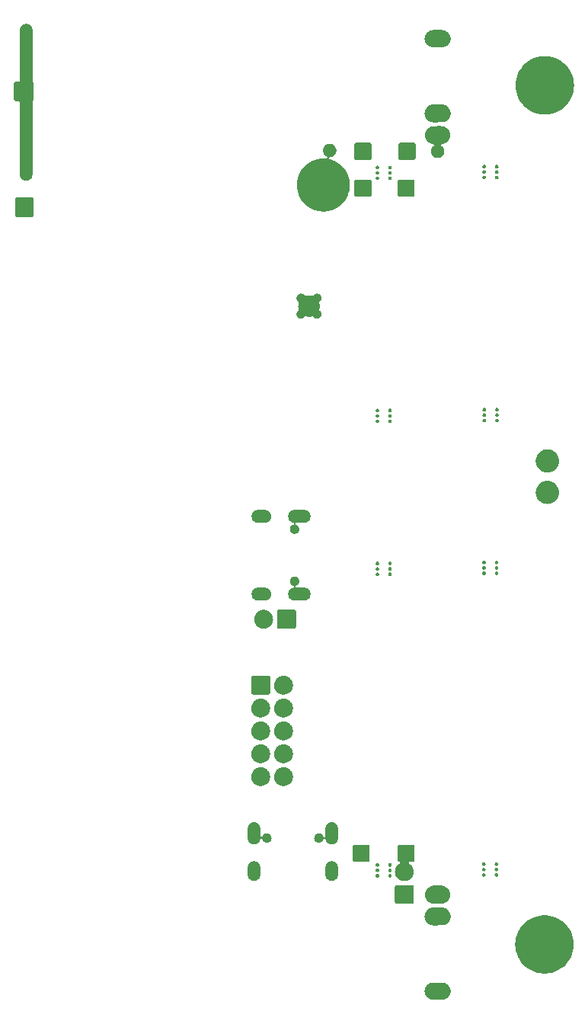
<source format=gbr>
%TF.GenerationSoftware,KiCad,Pcbnew,8.0.3*%
%TF.CreationDate,2024-07-16T15:40:11-03:00*%
%TF.ProjectId,IPS2,49505332-2e6b-4696-9361-645f70636258,rev?*%
%TF.SameCoordinates,Original*%
%TF.FileFunction,Soldermask,Bot*%
%TF.FilePolarity,Negative*%
%FSLAX46Y46*%
G04 Gerber Fmt 4.6, Leading zero omitted, Abs format (unit mm)*
G04 Created by KiCad (PCBNEW 8.0.3) date 2024-07-16 15:40:11*
%MOMM*%
%LPD*%
G01*
G04 APERTURE LIST*
G04 APERTURE END LIST*
G36*
X55249817Y-129820482D02*
G01*
X55312073Y-129822928D01*
X55317684Y-129823816D01*
X55333116Y-129824575D01*
X55374715Y-129832849D01*
X55461683Y-129846624D01*
X55489653Y-129855712D01*
X55515770Y-129860907D01*
X55552625Y-129876173D01*
X55603398Y-129892670D01*
X55650959Y-129916903D01*
X55687827Y-129932175D01*
X55709978Y-129946976D01*
X55736171Y-129960322D01*
X55807375Y-130012054D01*
X55842674Y-130035640D01*
X55850206Y-130043172D01*
X55856723Y-130047907D01*
X55962092Y-130153276D01*
X55966826Y-130159792D01*
X55974360Y-130167326D01*
X55997948Y-130202629D01*
X56049677Y-130273828D01*
X56063021Y-130300018D01*
X56077825Y-130322173D01*
X56093098Y-130359045D01*
X56117329Y-130406601D01*
X56133823Y-130457366D01*
X56149093Y-130494230D01*
X56154289Y-130520352D01*
X56163375Y-130548316D01*
X56177147Y-130635268D01*
X56185425Y-130676884D01*
X56185425Y-130687531D01*
X56186686Y-130695493D01*
X56186686Y-130844506D01*
X56185425Y-130852467D01*
X56185425Y-130863116D01*
X56177146Y-130904735D01*
X56163375Y-130991683D01*
X56154289Y-131019645D01*
X56149093Y-131045770D01*
X56133822Y-131082637D01*
X56117329Y-131133398D01*
X56093100Y-131180948D01*
X56077825Y-131217827D01*
X56063019Y-131239984D01*
X56049677Y-131266171D01*
X55997957Y-131337358D01*
X55974360Y-131372674D01*
X55966823Y-131380210D01*
X55962092Y-131386723D01*
X55856723Y-131492092D01*
X55850210Y-131496823D01*
X55842674Y-131504360D01*
X55807358Y-131527957D01*
X55736171Y-131579677D01*
X55709984Y-131593019D01*
X55687827Y-131607825D01*
X55650948Y-131623100D01*
X55603398Y-131647329D01*
X55552637Y-131663822D01*
X55515770Y-131679093D01*
X55489645Y-131684289D01*
X55461683Y-131693375D01*
X55374743Y-131707144D01*
X55333116Y-131715425D01*
X55322174Y-131715470D01*
X55314313Y-131716716D01*
X54242282Y-131719992D01*
X54242246Y-131719990D01*
X54240000Y-131720000D01*
X54230084Y-131719512D01*
X54167926Y-131717071D01*
X54162322Y-131716183D01*
X54146884Y-131715425D01*
X54105263Y-131707146D01*
X54018316Y-131693375D01*
X53990352Y-131684289D01*
X53964230Y-131679093D01*
X53927366Y-131663823D01*
X53876601Y-131647329D01*
X53829045Y-131623098D01*
X53792173Y-131607825D01*
X53770018Y-131593021D01*
X53743828Y-131579677D01*
X53672629Y-131527948D01*
X53637326Y-131504360D01*
X53629792Y-131496826D01*
X53623276Y-131492092D01*
X53517907Y-131386723D01*
X53513172Y-131380206D01*
X53505640Y-131372674D01*
X53482054Y-131337375D01*
X53430322Y-131266171D01*
X53416976Y-131239978D01*
X53402175Y-131217827D01*
X53386903Y-131180959D01*
X53362670Y-131133398D01*
X53346173Y-131082625D01*
X53330907Y-131045770D01*
X53325712Y-131019653D01*
X53316624Y-130991683D01*
X53302851Y-130904725D01*
X53294575Y-130863116D01*
X53294575Y-130852467D01*
X53293314Y-130844506D01*
X53293314Y-130695493D01*
X53294575Y-130687531D01*
X53294575Y-130676884D01*
X53302850Y-130635278D01*
X53316624Y-130548316D01*
X53325712Y-130520344D01*
X53330907Y-130494230D01*
X53346171Y-130457377D01*
X53362670Y-130406601D01*
X53386906Y-130359035D01*
X53402175Y-130322173D01*
X53416973Y-130300024D01*
X53430322Y-130273828D01*
X53482062Y-130202612D01*
X53505640Y-130167326D01*
X53513170Y-130159795D01*
X53517907Y-130153276D01*
X53623276Y-130047907D01*
X53629795Y-130043170D01*
X53637326Y-130035640D01*
X53672612Y-130012062D01*
X53743828Y-129960322D01*
X53770024Y-129946973D01*
X53792173Y-129932175D01*
X53829035Y-129916906D01*
X53876601Y-129892670D01*
X53927377Y-129876171D01*
X53964230Y-129860907D01*
X53990344Y-129855712D01*
X54018316Y-129846624D01*
X54105284Y-129832849D01*
X54146884Y-129824575D01*
X54157817Y-129824529D01*
X54165686Y-129823283D01*
X55237717Y-129820007D01*
X55237775Y-129820009D01*
X55240000Y-129820000D01*
X55249817Y-129820482D01*
G37*
G36*
X67145791Y-122380314D02*
G01*
X67489467Y-122455963D01*
X67822949Y-122568326D01*
X68142327Y-122716086D01*
X68443858Y-122897511D01*
X68724005Y-123110473D01*
X68979485Y-123352477D01*
X69207302Y-123620684D01*
X69404786Y-123911950D01*
X69569620Y-124222860D01*
X69699873Y-124549770D01*
X69794017Y-124888846D01*
X69850948Y-125236113D01*
X69870000Y-125587500D01*
X69850948Y-125938887D01*
X69794017Y-126286154D01*
X69699873Y-126625230D01*
X69569620Y-126952140D01*
X69404786Y-127263050D01*
X69207302Y-127554316D01*
X68979485Y-127822523D01*
X68724005Y-128064527D01*
X68443858Y-128277489D01*
X68142327Y-128458914D01*
X67822949Y-128606674D01*
X67489467Y-128719037D01*
X67145791Y-128794686D01*
X66795951Y-128832734D01*
X66444049Y-128832734D01*
X66094209Y-128794686D01*
X65750533Y-128719037D01*
X65417051Y-128606674D01*
X65097673Y-128458914D01*
X64796142Y-128277489D01*
X64515995Y-128064527D01*
X64260515Y-127822523D01*
X64032698Y-127554316D01*
X63835214Y-127263050D01*
X63670380Y-126952140D01*
X63540127Y-126625230D01*
X63445983Y-126286154D01*
X63389052Y-125938887D01*
X63370000Y-125587500D01*
X63389052Y-125236113D01*
X63445983Y-124888846D01*
X63540127Y-124549770D01*
X63670380Y-124222860D01*
X63835214Y-123911950D01*
X64032698Y-123620684D01*
X64260515Y-123352477D01*
X64515995Y-123110473D01*
X64796142Y-122897511D01*
X65097673Y-122716086D01*
X65417051Y-122568326D01*
X65750533Y-122455963D01*
X66094209Y-122380314D01*
X66444049Y-122342266D01*
X66795951Y-122342266D01*
X67145791Y-122380314D01*
G37*
G36*
X55199798Y-121470481D02*
G01*
X55265996Y-121473082D01*
X55271956Y-121474026D01*
X55288017Y-121474815D01*
X55331320Y-121483428D01*
X55423355Y-121498006D01*
X55452956Y-121507623D01*
X55480285Y-121513060D01*
X55518846Y-121529032D01*
X55572532Y-121546476D01*
X55622828Y-121572103D01*
X55661397Y-121588079D01*
X55684567Y-121603560D01*
X55712301Y-121617692D01*
X55787696Y-121672470D01*
X55824393Y-121696990D01*
X55832224Y-121704821D01*
X55839191Y-121709883D01*
X55950116Y-121820808D01*
X55955177Y-121827774D01*
X55963010Y-121835607D01*
X55987532Y-121872308D01*
X56042307Y-121947698D01*
X56056437Y-121975429D01*
X56071921Y-121998603D01*
X56087898Y-122037176D01*
X56113523Y-122087467D01*
X56130964Y-122141145D01*
X56146940Y-122179715D01*
X56152377Y-122207049D01*
X56161993Y-122236644D01*
X56176567Y-122328661D01*
X56185185Y-122371983D01*
X56185185Y-122383066D01*
X56186532Y-122391571D01*
X56186532Y-122548428D01*
X56185185Y-122556932D01*
X56185185Y-122568017D01*
X56176567Y-122611341D01*
X56161993Y-122703355D01*
X56152377Y-122732948D01*
X56146940Y-122760285D01*
X56130962Y-122798858D01*
X56113523Y-122852532D01*
X56087900Y-122902818D01*
X56071921Y-122941397D01*
X56056434Y-122964573D01*
X56042307Y-122992301D01*
X55987541Y-123067679D01*
X55963010Y-123104393D01*
X55955174Y-123112228D01*
X55950116Y-123119191D01*
X55839191Y-123230116D01*
X55832228Y-123235174D01*
X55824393Y-123243010D01*
X55787679Y-123267541D01*
X55712301Y-123322307D01*
X55684573Y-123336434D01*
X55661397Y-123351921D01*
X55622818Y-123367900D01*
X55572532Y-123393523D01*
X55518858Y-123410962D01*
X55480285Y-123426940D01*
X55452948Y-123432377D01*
X55423355Y-123441993D01*
X55331352Y-123456565D01*
X55288017Y-123465185D01*
X55276579Y-123465240D01*
X55268209Y-123466566D01*
X54292249Y-123469991D01*
X54292207Y-123469989D01*
X54290000Y-123470000D01*
X54280103Y-123469513D01*
X54214003Y-123466917D01*
X54208051Y-123465974D01*
X54191983Y-123465185D01*
X54148658Y-123456567D01*
X54056644Y-123441993D01*
X54027049Y-123432377D01*
X53999715Y-123426940D01*
X53961145Y-123410964D01*
X53907467Y-123393523D01*
X53857176Y-123367898D01*
X53818603Y-123351921D01*
X53795429Y-123336437D01*
X53767698Y-123322307D01*
X53692308Y-123267532D01*
X53655607Y-123243010D01*
X53647774Y-123235177D01*
X53640808Y-123230116D01*
X53529883Y-123119191D01*
X53524821Y-123112224D01*
X53516990Y-123104393D01*
X53492470Y-123067696D01*
X53437692Y-122992301D01*
X53423560Y-122964567D01*
X53408079Y-122941397D01*
X53392103Y-122902828D01*
X53366476Y-122852532D01*
X53349032Y-122798846D01*
X53333060Y-122760285D01*
X53327623Y-122732956D01*
X53318006Y-122703355D01*
X53303430Y-122611331D01*
X53294815Y-122568017D01*
X53294815Y-122556932D01*
X53293468Y-122548428D01*
X53293468Y-122391571D01*
X53294815Y-122383066D01*
X53294815Y-122371983D01*
X53303430Y-122328671D01*
X53318006Y-122236644D01*
X53327624Y-122207041D01*
X53333060Y-122179715D01*
X53349031Y-122141156D01*
X53366476Y-122087467D01*
X53392105Y-122037165D01*
X53408079Y-121998603D01*
X53423558Y-121975436D01*
X53437692Y-121947698D01*
X53492478Y-121872290D01*
X53516990Y-121835607D01*
X53524818Y-121827778D01*
X53529883Y-121820808D01*
X53640808Y-121709883D01*
X53647778Y-121704818D01*
X53655607Y-121696990D01*
X53692290Y-121672478D01*
X53767698Y-121617692D01*
X53795436Y-121603558D01*
X53818603Y-121588079D01*
X53857165Y-121572105D01*
X53907467Y-121546476D01*
X53961156Y-121529031D01*
X53999715Y-121513060D01*
X54027041Y-121507624D01*
X54056644Y-121498006D01*
X54148676Y-121483429D01*
X54191983Y-121474815D01*
X54203412Y-121474759D01*
X54211790Y-121473433D01*
X55187750Y-121470008D01*
X55187814Y-121470010D01*
X55190000Y-121470000D01*
X55199798Y-121470481D01*
G37*
G36*
X51906043Y-118993191D02*
G01*
X51938727Y-118997494D01*
X51946948Y-119001327D01*
X51966537Y-119005224D01*
X51992480Y-119022559D01*
X52003608Y-119027748D01*
X52010378Y-119034518D01*
X52031421Y-119048579D01*
X52045481Y-119069621D01*
X52052251Y-119076391D01*
X52057438Y-119087516D01*
X52074776Y-119113463D01*
X52078672Y-119133053D01*
X52082505Y-119141272D01*
X52086806Y-119173945D01*
X52090000Y-119190000D01*
X52090000Y-120890000D01*
X52086805Y-120906058D01*
X52082505Y-120938727D01*
X52078673Y-120946944D01*
X52074776Y-120966537D01*
X52057437Y-120992485D01*
X52052251Y-121003608D01*
X52045483Y-121010375D01*
X52031421Y-121031421D01*
X52010375Y-121045483D01*
X52003608Y-121052251D01*
X51992485Y-121057437D01*
X51966537Y-121074776D01*
X51946944Y-121078673D01*
X51938727Y-121082505D01*
X51906056Y-121086806D01*
X51890000Y-121090000D01*
X50190000Y-121090000D01*
X50173943Y-121086806D01*
X50141272Y-121082505D01*
X50133053Y-121078672D01*
X50113463Y-121074776D01*
X50087516Y-121057438D01*
X50076391Y-121052251D01*
X50069621Y-121045481D01*
X50048579Y-121031421D01*
X50034518Y-121010378D01*
X50027748Y-121003608D01*
X50022559Y-120992480D01*
X50005224Y-120966537D01*
X50001327Y-120946948D01*
X49997494Y-120938727D01*
X49993190Y-120906041D01*
X49990000Y-120890000D01*
X49990000Y-119190000D01*
X49993190Y-119173958D01*
X49997494Y-119141272D01*
X50001327Y-119133049D01*
X50005224Y-119113463D01*
X50022557Y-119087521D01*
X50027748Y-119076391D01*
X50034520Y-119069618D01*
X50048579Y-119048579D01*
X50069618Y-119034520D01*
X50076391Y-119027748D01*
X50087521Y-119022557D01*
X50113463Y-119005224D01*
X50133049Y-119001327D01*
X50141272Y-118997494D01*
X50173960Y-118993190D01*
X50190000Y-118990000D01*
X51890000Y-118990000D01*
X51906043Y-118993191D01*
G37*
G36*
X55149786Y-119050480D02*
G01*
X55215996Y-119053082D01*
X55221956Y-119054026D01*
X55238017Y-119054815D01*
X55281320Y-119063428D01*
X55373355Y-119078006D01*
X55402956Y-119087623D01*
X55430285Y-119093060D01*
X55468846Y-119109032D01*
X55522532Y-119126476D01*
X55572828Y-119152103D01*
X55611397Y-119168079D01*
X55634567Y-119183560D01*
X55662301Y-119197692D01*
X55737696Y-119252470D01*
X55774393Y-119276990D01*
X55782224Y-119284821D01*
X55789191Y-119289883D01*
X55900116Y-119400808D01*
X55905177Y-119407774D01*
X55913010Y-119415607D01*
X55937532Y-119452308D01*
X55992307Y-119527698D01*
X56006437Y-119555429D01*
X56021921Y-119578603D01*
X56037898Y-119617176D01*
X56063523Y-119667467D01*
X56080964Y-119721145D01*
X56096940Y-119759715D01*
X56102377Y-119787049D01*
X56111993Y-119816644D01*
X56126567Y-119908661D01*
X56135185Y-119951983D01*
X56135185Y-119963066D01*
X56136532Y-119971571D01*
X56136532Y-120128428D01*
X56135185Y-120136932D01*
X56135185Y-120148017D01*
X56126567Y-120191341D01*
X56111993Y-120283355D01*
X56102377Y-120312948D01*
X56096940Y-120340285D01*
X56080962Y-120378858D01*
X56063523Y-120432532D01*
X56037900Y-120482818D01*
X56021921Y-120521397D01*
X56006434Y-120544573D01*
X55992307Y-120572301D01*
X55937541Y-120647679D01*
X55913010Y-120684393D01*
X55905174Y-120692228D01*
X55900116Y-120699191D01*
X55789191Y-120810116D01*
X55782228Y-120815174D01*
X55774393Y-120823010D01*
X55737679Y-120847541D01*
X55662301Y-120902307D01*
X55634573Y-120916434D01*
X55611397Y-120931921D01*
X55572818Y-120947900D01*
X55522532Y-120973523D01*
X55468858Y-120990962D01*
X55430285Y-121006940D01*
X55402948Y-121012377D01*
X55373355Y-121021993D01*
X55281346Y-121036566D01*
X55238017Y-121045185D01*
X55226541Y-121045246D01*
X55218186Y-121046570D01*
X54342220Y-121049990D01*
X54342177Y-121049988D01*
X54340000Y-121050000D01*
X54330115Y-121049514D01*
X54264003Y-121046917D01*
X54258051Y-121045974D01*
X54241983Y-121045185D01*
X54198658Y-121036567D01*
X54106644Y-121021993D01*
X54077049Y-121012377D01*
X54049715Y-121006940D01*
X54011145Y-120990964D01*
X53957467Y-120973523D01*
X53907176Y-120947898D01*
X53868603Y-120931921D01*
X53845429Y-120916437D01*
X53817698Y-120902307D01*
X53742308Y-120847532D01*
X53705607Y-120823010D01*
X53697774Y-120815177D01*
X53690808Y-120810116D01*
X53579883Y-120699191D01*
X53574821Y-120692224D01*
X53566990Y-120684393D01*
X53542470Y-120647696D01*
X53487692Y-120572301D01*
X53473560Y-120544567D01*
X53458079Y-120521397D01*
X53442103Y-120482828D01*
X53416476Y-120432532D01*
X53399032Y-120378846D01*
X53383060Y-120340285D01*
X53377623Y-120312956D01*
X53368006Y-120283355D01*
X53353430Y-120191331D01*
X53344815Y-120148017D01*
X53344815Y-120136932D01*
X53343468Y-120128428D01*
X53343468Y-119971571D01*
X53344815Y-119963066D01*
X53344815Y-119951983D01*
X53353430Y-119908671D01*
X53368006Y-119816644D01*
X53377624Y-119787041D01*
X53383060Y-119759715D01*
X53399031Y-119721156D01*
X53416476Y-119667467D01*
X53442105Y-119617165D01*
X53458079Y-119578603D01*
X53473558Y-119555436D01*
X53487692Y-119527698D01*
X53542478Y-119452290D01*
X53566990Y-119415607D01*
X53574818Y-119407778D01*
X53579883Y-119400808D01*
X53690808Y-119289883D01*
X53697778Y-119284818D01*
X53705607Y-119276990D01*
X53742290Y-119252478D01*
X53817698Y-119197692D01*
X53845436Y-119183558D01*
X53868603Y-119168079D01*
X53907165Y-119152105D01*
X53957467Y-119126476D01*
X54011156Y-119109031D01*
X54049715Y-119093060D01*
X54077041Y-119087624D01*
X54106644Y-119078006D01*
X54198681Y-119063428D01*
X54241983Y-119054815D01*
X54253450Y-119054753D01*
X54261813Y-119053429D01*
X55137779Y-119050009D01*
X55137844Y-119050011D01*
X55140000Y-119050000D01*
X55149786Y-119050480D01*
G37*
G36*
X52006043Y-114503191D02*
G01*
X52038727Y-114507494D01*
X52046948Y-114511327D01*
X52066537Y-114515224D01*
X52092480Y-114532559D01*
X52103608Y-114537748D01*
X52110378Y-114544518D01*
X52131421Y-114558579D01*
X52145481Y-114579621D01*
X52152251Y-114586391D01*
X52157438Y-114597516D01*
X52174776Y-114623463D01*
X52178672Y-114643053D01*
X52182505Y-114651272D01*
X52186806Y-114683945D01*
X52190000Y-114700000D01*
X52190000Y-116200000D01*
X52186805Y-116216058D01*
X52182505Y-116248727D01*
X52178673Y-116256944D01*
X52174776Y-116276537D01*
X52157437Y-116302485D01*
X52152251Y-116313608D01*
X52145483Y-116320375D01*
X52131421Y-116341421D01*
X52110375Y-116355483D01*
X52103608Y-116362251D01*
X52092485Y-116367437D01*
X52066537Y-116384776D01*
X52046944Y-116388673D01*
X52038727Y-116392505D01*
X52006055Y-116396806D01*
X51990000Y-116400000D01*
X51593405Y-116400000D01*
X51541740Y-116581582D01*
X51562457Y-116594409D01*
X51623349Y-116626957D01*
X51648927Y-116647949D01*
X51672440Y-116662507D01*
X51724548Y-116710009D01*
X51782462Y-116757538D01*
X51799620Y-116778446D01*
X51815564Y-116792980D01*
X51861838Y-116854258D01*
X51913043Y-116916651D01*
X51922947Y-116935180D01*
X51932273Y-116947530D01*
X51969372Y-117022034D01*
X52010074Y-117098182D01*
X52014415Y-117112492D01*
X52018596Y-117120889D01*
X52043295Y-117207697D01*
X52069825Y-117295155D01*
X52070696Y-117304003D01*
X52071594Y-117307158D01*
X52080933Y-117407944D01*
X52090000Y-117500000D01*
X52080932Y-117592063D01*
X52071594Y-117692841D01*
X52070696Y-117695994D01*
X52069825Y-117704845D01*
X52043290Y-117792317D01*
X52018596Y-117879110D01*
X52014415Y-117887504D01*
X52010074Y-117901818D01*
X51969364Y-117977979D01*
X51932273Y-118052469D01*
X51922949Y-118064815D01*
X51913043Y-118083349D01*
X51861829Y-118145752D01*
X51815564Y-118207019D01*
X51799624Y-118221549D01*
X51782462Y-118242462D01*
X51724535Y-118290000D01*
X51672442Y-118337490D01*
X51648934Y-118352045D01*
X51623349Y-118373043D01*
X51562457Y-118405590D01*
X51507786Y-118439442D01*
X51476321Y-118451631D01*
X51441818Y-118470074D01*
X51381426Y-118488393D01*
X51327202Y-118509400D01*
X51288049Y-118516719D01*
X51244845Y-118529825D01*
X51187985Y-118535425D01*
X51136830Y-118544988D01*
X51090889Y-118544988D01*
X51040000Y-118550000D01*
X50989111Y-118544988D01*
X50943170Y-118544988D01*
X50892014Y-118535424D01*
X50835155Y-118529825D01*
X50791952Y-118516719D01*
X50752797Y-118509400D01*
X50698569Y-118488392D01*
X50638182Y-118470074D01*
X50603680Y-118451632D01*
X50572213Y-118439442D01*
X50517535Y-118405586D01*
X50456651Y-118373043D01*
X50431068Y-118352047D01*
X50407557Y-118337490D01*
X50355454Y-118289992D01*
X50297538Y-118242462D01*
X50280378Y-118221553D01*
X50264435Y-118207019D01*
X50218158Y-118145737D01*
X50166957Y-118083349D01*
X50157053Y-118064820D01*
X50147726Y-118052469D01*
X50110620Y-117977951D01*
X50069926Y-117901818D01*
X50065585Y-117887509D01*
X50061403Y-117879110D01*
X50036693Y-117792264D01*
X50010175Y-117704845D01*
X50009303Y-117696000D01*
X50008405Y-117692841D01*
X49999050Y-117591891D01*
X49990000Y-117500000D01*
X49999049Y-117408116D01*
X50008405Y-117307158D01*
X50009304Y-117303998D01*
X50010175Y-117295155D01*
X50036688Y-117207750D01*
X50061403Y-117120889D01*
X50065586Y-117112487D01*
X50069926Y-117098182D01*
X50110613Y-117022061D01*
X50147726Y-116947530D01*
X50157054Y-116935176D01*
X50166957Y-116916651D01*
X50218148Y-116854274D01*
X50264435Y-116792980D01*
X50280382Y-116778442D01*
X50297538Y-116757538D01*
X50355441Y-116710017D01*
X50407559Y-116662507D01*
X50431077Y-116647944D01*
X50456651Y-116626957D01*
X50517507Y-116594428D01*
X50550083Y-116574258D01*
X50513017Y-116401931D01*
X50498325Y-116400000D01*
X50490000Y-116400000D01*
X50473785Y-116396774D01*
X50441261Y-116392500D01*
X50433053Y-116388672D01*
X50413463Y-116384776D01*
X50387516Y-116367439D01*
X50376391Y-116362251D01*
X50369621Y-116355481D01*
X50348579Y-116341421D01*
X50334518Y-116320378D01*
X50327748Y-116313608D01*
X50322559Y-116302480D01*
X50305224Y-116276537D01*
X50301327Y-116256948D01*
X50297494Y-116248727D01*
X50293190Y-116216041D01*
X50290000Y-116200000D01*
X50290000Y-114700000D01*
X50293190Y-114683958D01*
X50297494Y-114651272D01*
X50301327Y-114643049D01*
X50305224Y-114623463D01*
X50322557Y-114597521D01*
X50327748Y-114586391D01*
X50334520Y-114579618D01*
X50348579Y-114558579D01*
X50369618Y-114544520D01*
X50376391Y-114537748D01*
X50387521Y-114532557D01*
X50413463Y-114515224D01*
X50433049Y-114511327D01*
X50441272Y-114507494D01*
X50473960Y-114503190D01*
X50490000Y-114500000D01*
X51990000Y-114500000D01*
X52006043Y-114503191D01*
G37*
G36*
X34533199Y-116370142D02*
G01*
X34659978Y-116422655D01*
X34774075Y-116498893D01*
X34871107Y-116595925D01*
X34947345Y-116710022D01*
X34999858Y-116836801D01*
X35026629Y-116971388D01*
X35030000Y-117840000D01*
X35026629Y-117908612D01*
X34999858Y-118043199D01*
X34947345Y-118169978D01*
X34871107Y-118284075D01*
X34774075Y-118381107D01*
X34659978Y-118457345D01*
X34533199Y-118509858D01*
X34398612Y-118536629D01*
X34261388Y-118536629D01*
X34126801Y-118509858D01*
X34000022Y-118457345D01*
X33885925Y-118381107D01*
X33788893Y-118284075D01*
X33712655Y-118169978D01*
X33660142Y-118043199D01*
X33633371Y-117908612D01*
X33630000Y-117040000D01*
X33633371Y-116971388D01*
X33660142Y-116836801D01*
X33712655Y-116710022D01*
X33788893Y-116595925D01*
X33885925Y-116498893D01*
X34000022Y-116422655D01*
X34126801Y-116370142D01*
X34261388Y-116343371D01*
X34398612Y-116343371D01*
X34533199Y-116370142D01*
G37*
G36*
X43173199Y-116370142D02*
G01*
X43299978Y-116422655D01*
X43414075Y-116498893D01*
X43511107Y-116595925D01*
X43587345Y-116710022D01*
X43639858Y-116836801D01*
X43666629Y-116971388D01*
X43670000Y-117840000D01*
X43666629Y-117908612D01*
X43639858Y-118043199D01*
X43587345Y-118169978D01*
X43511107Y-118284075D01*
X43414075Y-118381107D01*
X43299978Y-118457345D01*
X43173199Y-118509858D01*
X43038612Y-118536629D01*
X42901388Y-118536629D01*
X42766801Y-118509858D01*
X42640022Y-118457345D01*
X42525925Y-118381107D01*
X42428893Y-118284075D01*
X42352655Y-118169978D01*
X42300142Y-118043199D01*
X42273371Y-117908612D01*
X42270000Y-117040000D01*
X42273371Y-116971388D01*
X42300142Y-116836801D01*
X42352655Y-116710022D01*
X42428893Y-116595925D01*
X42525925Y-116498893D01*
X42640022Y-116422655D01*
X42766801Y-116370142D01*
X42901388Y-116343371D01*
X43038612Y-116343371D01*
X43173199Y-116370142D01*
G37*
G36*
X48086218Y-117758193D02*
G01*
X48116919Y-117764300D01*
X48133575Y-117775429D01*
X48139536Y-117777599D01*
X48150146Y-117786502D01*
X48182128Y-117807872D01*
X48190441Y-117820313D01*
X48192499Y-117822040D01*
X48198244Y-117831991D01*
X48225700Y-117873081D01*
X48241000Y-117950000D01*
X48225700Y-118026919D01*
X48198240Y-118068014D01*
X48192499Y-118077959D01*
X48190442Y-118079684D01*
X48182128Y-118092128D01*
X48150141Y-118113501D01*
X48139536Y-118122400D01*
X48133578Y-118124568D01*
X48116919Y-118135700D01*
X48086217Y-118141806D01*
X48074568Y-118146047D01*
X48064901Y-118146047D01*
X48040000Y-118151000D01*
X48015099Y-118146047D01*
X48005432Y-118146047D01*
X47993782Y-118141806D01*
X47963081Y-118135700D01*
X47946422Y-118124569D01*
X47940463Y-118122400D01*
X47929854Y-118113498D01*
X47897872Y-118092128D01*
X47889558Y-118079686D01*
X47887500Y-118077959D01*
X47881752Y-118068003D01*
X47854300Y-118026919D01*
X47839000Y-117950000D01*
X47854300Y-117873081D01*
X47881750Y-117831998D01*
X47887501Y-117822039D01*
X47889560Y-117820310D01*
X47897872Y-117807872D01*
X47929847Y-117786506D01*
X47940464Y-117777598D01*
X47946428Y-117775427D01*
X47963081Y-117764300D01*
X47993769Y-117758195D01*
X48039996Y-117741370D01*
X48086218Y-117758193D01*
G37*
G36*
X49486218Y-117758193D02*
G01*
X49516919Y-117764300D01*
X49533575Y-117775429D01*
X49539536Y-117777599D01*
X49550146Y-117786502D01*
X49582128Y-117807872D01*
X49590441Y-117820313D01*
X49592499Y-117822040D01*
X49598244Y-117831991D01*
X49625700Y-117873081D01*
X49641000Y-117950000D01*
X49625700Y-118026919D01*
X49598240Y-118068014D01*
X49592499Y-118077959D01*
X49590442Y-118079684D01*
X49582128Y-118092128D01*
X49550141Y-118113501D01*
X49539536Y-118122400D01*
X49533578Y-118124568D01*
X49516919Y-118135700D01*
X49486217Y-118141806D01*
X49474568Y-118146047D01*
X49464901Y-118146047D01*
X49440000Y-118151000D01*
X49415099Y-118146047D01*
X49405432Y-118146047D01*
X49393782Y-118141806D01*
X49363081Y-118135700D01*
X49346422Y-118124569D01*
X49340463Y-118122400D01*
X49329854Y-118113498D01*
X49297872Y-118092128D01*
X49289558Y-118079686D01*
X49287500Y-118077959D01*
X49281752Y-118068003D01*
X49254300Y-118026919D01*
X49239000Y-117950000D01*
X49254300Y-117873081D01*
X49281750Y-117831998D01*
X49287501Y-117822039D01*
X49289560Y-117820310D01*
X49297872Y-117807872D01*
X49329847Y-117786506D01*
X49340464Y-117777598D01*
X49346428Y-117775427D01*
X49363081Y-117764300D01*
X49393769Y-117758195D01*
X49439996Y-117741370D01*
X49486218Y-117758193D01*
G37*
G36*
X59916218Y-117668193D02*
G01*
X59946919Y-117674300D01*
X59963575Y-117685429D01*
X59969536Y-117687599D01*
X59980146Y-117696502D01*
X60012128Y-117717872D01*
X60020441Y-117730313D01*
X60022499Y-117732040D01*
X60028244Y-117741991D01*
X60055700Y-117783081D01*
X60071000Y-117860000D01*
X60055700Y-117936919D01*
X60028240Y-117978014D01*
X60022499Y-117987959D01*
X60020442Y-117989684D01*
X60012128Y-118002128D01*
X59980141Y-118023501D01*
X59969536Y-118032400D01*
X59963578Y-118034568D01*
X59946919Y-118045700D01*
X59916217Y-118051806D01*
X59904568Y-118056047D01*
X59894901Y-118056047D01*
X59870000Y-118061000D01*
X59845099Y-118056047D01*
X59835432Y-118056047D01*
X59823782Y-118051806D01*
X59793081Y-118045700D01*
X59776422Y-118034569D01*
X59770463Y-118032400D01*
X59759854Y-118023498D01*
X59727872Y-118002128D01*
X59719558Y-117989686D01*
X59717500Y-117987959D01*
X59711752Y-117978003D01*
X59684300Y-117936919D01*
X59669000Y-117860000D01*
X59684300Y-117783081D01*
X59711750Y-117741998D01*
X59717501Y-117732039D01*
X59719560Y-117730310D01*
X59727872Y-117717872D01*
X59759847Y-117696506D01*
X59770464Y-117687598D01*
X59776428Y-117685427D01*
X59793081Y-117674300D01*
X59823769Y-117668195D01*
X59869996Y-117651370D01*
X59916218Y-117668193D01*
G37*
G36*
X61316218Y-117668193D02*
G01*
X61346919Y-117674300D01*
X61363575Y-117685429D01*
X61369536Y-117687599D01*
X61380146Y-117696502D01*
X61412128Y-117717872D01*
X61420441Y-117730313D01*
X61422499Y-117732040D01*
X61428244Y-117741991D01*
X61455700Y-117783081D01*
X61471000Y-117860000D01*
X61455700Y-117936919D01*
X61428240Y-117978014D01*
X61422499Y-117987959D01*
X61420442Y-117989684D01*
X61412128Y-118002128D01*
X61380141Y-118023501D01*
X61369536Y-118032400D01*
X61363578Y-118034568D01*
X61346919Y-118045700D01*
X61316217Y-118051806D01*
X61304568Y-118056047D01*
X61294901Y-118056047D01*
X61270000Y-118061000D01*
X61245099Y-118056047D01*
X61235432Y-118056047D01*
X61223782Y-118051806D01*
X61193081Y-118045700D01*
X61176422Y-118034569D01*
X61170463Y-118032400D01*
X61159854Y-118023498D01*
X61127872Y-118002128D01*
X61119558Y-117989686D01*
X61117500Y-117987959D01*
X61111752Y-117978003D01*
X61084300Y-117936919D01*
X61069000Y-117860000D01*
X61084300Y-117783081D01*
X61111750Y-117741998D01*
X61117501Y-117732039D01*
X61119560Y-117730310D01*
X61127872Y-117717872D01*
X61159847Y-117696506D01*
X61170464Y-117687598D01*
X61176428Y-117685427D01*
X61193081Y-117674300D01*
X61223769Y-117668195D01*
X61269996Y-117651370D01*
X61316218Y-117668193D01*
G37*
G36*
X48086218Y-117158193D02*
G01*
X48116919Y-117164300D01*
X48133575Y-117175429D01*
X48139536Y-117177599D01*
X48150146Y-117186502D01*
X48182128Y-117207872D01*
X48190441Y-117220313D01*
X48192499Y-117222040D01*
X48198244Y-117231991D01*
X48225700Y-117273081D01*
X48241000Y-117350000D01*
X48225700Y-117426919D01*
X48198240Y-117468014D01*
X48192499Y-117477959D01*
X48190442Y-117479684D01*
X48182128Y-117492128D01*
X48150141Y-117513501D01*
X48139536Y-117522400D01*
X48133578Y-117524568D01*
X48116919Y-117535700D01*
X48086211Y-117541808D01*
X48039998Y-117558628D01*
X47993782Y-117541806D01*
X47963081Y-117535700D01*
X47946422Y-117524569D01*
X47940463Y-117522400D01*
X47929854Y-117513498D01*
X47897872Y-117492128D01*
X47889558Y-117479686D01*
X47887500Y-117477959D01*
X47881752Y-117468003D01*
X47854300Y-117426919D01*
X47839000Y-117350000D01*
X47854300Y-117273081D01*
X47881750Y-117231998D01*
X47887501Y-117222039D01*
X47889560Y-117220310D01*
X47897872Y-117207872D01*
X47929847Y-117186506D01*
X47940464Y-117177598D01*
X47946428Y-117175427D01*
X47963081Y-117164300D01*
X47993769Y-117158195D01*
X48039996Y-117141370D01*
X48086218Y-117158193D01*
G37*
G36*
X49486218Y-117158193D02*
G01*
X49516919Y-117164300D01*
X49533575Y-117175429D01*
X49539536Y-117177599D01*
X49550146Y-117186502D01*
X49582128Y-117207872D01*
X49590441Y-117220313D01*
X49592499Y-117222040D01*
X49598244Y-117231991D01*
X49625700Y-117273081D01*
X49641000Y-117350000D01*
X49625700Y-117426919D01*
X49598240Y-117468014D01*
X49592499Y-117477959D01*
X49590442Y-117479684D01*
X49582128Y-117492128D01*
X49550141Y-117513501D01*
X49539536Y-117522400D01*
X49533578Y-117524568D01*
X49516919Y-117535700D01*
X49486211Y-117541808D01*
X49439998Y-117558628D01*
X49393782Y-117541806D01*
X49363081Y-117535700D01*
X49346422Y-117524569D01*
X49340463Y-117522400D01*
X49329854Y-117513498D01*
X49297872Y-117492128D01*
X49289558Y-117479686D01*
X49287500Y-117477959D01*
X49281752Y-117468003D01*
X49254300Y-117426919D01*
X49239000Y-117350000D01*
X49254300Y-117273081D01*
X49281750Y-117231998D01*
X49287501Y-117222039D01*
X49289560Y-117220310D01*
X49297872Y-117207872D01*
X49329847Y-117186506D01*
X49340464Y-117177598D01*
X49346428Y-117175427D01*
X49363081Y-117164300D01*
X49393769Y-117158195D01*
X49439996Y-117141370D01*
X49486218Y-117158193D01*
G37*
G36*
X59916218Y-117068193D02*
G01*
X59946919Y-117074300D01*
X59963575Y-117085429D01*
X59969536Y-117087599D01*
X59980146Y-117096502D01*
X60012128Y-117117872D01*
X60020441Y-117130313D01*
X60022499Y-117132040D01*
X60028244Y-117141991D01*
X60055700Y-117183081D01*
X60071000Y-117260000D01*
X60055700Y-117336919D01*
X60028240Y-117378014D01*
X60022499Y-117387959D01*
X60020442Y-117389684D01*
X60012128Y-117402128D01*
X59980141Y-117423501D01*
X59969536Y-117432400D01*
X59963578Y-117434568D01*
X59946919Y-117445700D01*
X59916211Y-117451808D01*
X59869998Y-117468628D01*
X59823782Y-117451806D01*
X59793081Y-117445700D01*
X59776422Y-117434569D01*
X59770463Y-117432400D01*
X59759854Y-117423498D01*
X59727872Y-117402128D01*
X59719558Y-117389686D01*
X59717500Y-117387959D01*
X59711752Y-117378003D01*
X59684300Y-117336919D01*
X59669000Y-117260000D01*
X59684300Y-117183081D01*
X59711750Y-117141998D01*
X59717501Y-117132039D01*
X59719560Y-117130310D01*
X59727872Y-117117872D01*
X59759847Y-117096506D01*
X59770464Y-117087598D01*
X59776428Y-117085427D01*
X59793081Y-117074300D01*
X59823769Y-117068195D01*
X59869996Y-117051370D01*
X59916218Y-117068193D01*
G37*
G36*
X61316218Y-117068193D02*
G01*
X61346919Y-117074300D01*
X61363575Y-117085429D01*
X61369536Y-117087599D01*
X61380146Y-117096502D01*
X61412128Y-117117872D01*
X61420441Y-117130313D01*
X61422499Y-117132040D01*
X61428244Y-117141991D01*
X61455700Y-117183081D01*
X61471000Y-117260000D01*
X61455700Y-117336919D01*
X61428240Y-117378014D01*
X61422499Y-117387959D01*
X61420442Y-117389684D01*
X61412128Y-117402128D01*
X61380141Y-117423501D01*
X61369536Y-117432400D01*
X61363578Y-117434568D01*
X61346919Y-117445700D01*
X61316211Y-117451808D01*
X61269998Y-117468628D01*
X61223782Y-117451806D01*
X61193081Y-117445700D01*
X61176422Y-117434569D01*
X61170463Y-117432400D01*
X61159854Y-117423498D01*
X61127872Y-117402128D01*
X61119558Y-117389686D01*
X61117500Y-117387959D01*
X61111752Y-117378003D01*
X61084300Y-117336919D01*
X61069000Y-117260000D01*
X61084300Y-117183081D01*
X61111750Y-117141998D01*
X61117501Y-117132039D01*
X61119560Y-117130310D01*
X61127872Y-117117872D01*
X61159847Y-117096506D01*
X61170464Y-117087598D01*
X61176428Y-117085427D01*
X61193081Y-117074300D01*
X61223769Y-117068195D01*
X61269996Y-117051370D01*
X61316218Y-117068193D01*
G37*
G36*
X48064901Y-116553953D02*
G01*
X48074568Y-116553953D01*
X48086218Y-116558193D01*
X48116919Y-116564300D01*
X48133575Y-116575429D01*
X48139536Y-116577599D01*
X48150146Y-116586502D01*
X48182128Y-116607872D01*
X48190441Y-116620313D01*
X48192499Y-116622040D01*
X48198244Y-116631991D01*
X48225700Y-116673081D01*
X48241000Y-116750000D01*
X48225700Y-116826919D01*
X48198240Y-116868014D01*
X48192499Y-116877959D01*
X48190442Y-116879684D01*
X48182128Y-116892128D01*
X48150141Y-116913501D01*
X48139536Y-116922400D01*
X48133578Y-116924568D01*
X48116919Y-116935700D01*
X48086211Y-116941808D01*
X48039998Y-116958628D01*
X47993782Y-116941806D01*
X47963081Y-116935700D01*
X47946422Y-116924569D01*
X47940463Y-116922400D01*
X47929854Y-116913498D01*
X47897872Y-116892128D01*
X47889558Y-116879686D01*
X47887500Y-116877959D01*
X47881752Y-116868003D01*
X47854300Y-116826919D01*
X47839000Y-116750000D01*
X47854300Y-116673081D01*
X47881750Y-116631998D01*
X47887501Y-116622039D01*
X47889560Y-116620310D01*
X47897872Y-116607872D01*
X47929848Y-116586505D01*
X47940462Y-116577600D01*
X47946423Y-116575430D01*
X47963081Y-116564300D01*
X47993783Y-116558192D01*
X48005433Y-116553953D01*
X48015099Y-116553953D01*
X48040000Y-116549000D01*
X48064901Y-116553953D01*
G37*
G36*
X49464901Y-116553953D02*
G01*
X49474568Y-116553953D01*
X49486218Y-116558193D01*
X49516919Y-116564300D01*
X49533575Y-116575429D01*
X49539536Y-116577599D01*
X49550146Y-116586502D01*
X49582128Y-116607872D01*
X49590441Y-116620313D01*
X49592499Y-116622040D01*
X49598244Y-116631991D01*
X49625700Y-116673081D01*
X49641000Y-116750000D01*
X49625700Y-116826919D01*
X49598240Y-116868014D01*
X49592499Y-116877959D01*
X49590442Y-116879684D01*
X49582128Y-116892128D01*
X49550141Y-116913501D01*
X49539536Y-116922400D01*
X49533578Y-116924568D01*
X49516919Y-116935700D01*
X49486211Y-116941808D01*
X49439998Y-116958628D01*
X49393782Y-116941806D01*
X49363081Y-116935700D01*
X49346422Y-116924569D01*
X49340463Y-116922400D01*
X49329854Y-116913498D01*
X49297872Y-116892128D01*
X49289558Y-116879686D01*
X49287500Y-116877959D01*
X49281752Y-116868003D01*
X49254300Y-116826919D01*
X49239000Y-116750000D01*
X49254300Y-116673081D01*
X49281750Y-116631998D01*
X49287501Y-116622039D01*
X49289560Y-116620310D01*
X49297872Y-116607872D01*
X49329848Y-116586505D01*
X49340462Y-116577600D01*
X49346423Y-116575430D01*
X49363081Y-116564300D01*
X49393783Y-116558192D01*
X49405433Y-116553953D01*
X49415099Y-116553953D01*
X49440000Y-116549000D01*
X49464901Y-116553953D01*
G37*
G36*
X59894901Y-116463953D02*
G01*
X59904568Y-116463953D01*
X59916218Y-116468193D01*
X59946919Y-116474300D01*
X59963575Y-116485429D01*
X59969536Y-116487599D01*
X59980146Y-116496502D01*
X60012128Y-116517872D01*
X60020441Y-116530313D01*
X60022499Y-116532040D01*
X60028244Y-116541991D01*
X60055700Y-116583081D01*
X60071000Y-116660000D01*
X60055700Y-116736919D01*
X60028240Y-116778014D01*
X60022499Y-116787959D01*
X60020442Y-116789684D01*
X60012128Y-116802128D01*
X59980141Y-116823501D01*
X59969536Y-116832400D01*
X59963578Y-116834568D01*
X59946919Y-116845700D01*
X59916211Y-116851808D01*
X59869998Y-116868628D01*
X59823782Y-116851806D01*
X59793081Y-116845700D01*
X59776422Y-116834569D01*
X59770463Y-116832400D01*
X59759854Y-116823498D01*
X59727872Y-116802128D01*
X59719558Y-116789686D01*
X59717500Y-116787959D01*
X59711752Y-116778003D01*
X59684300Y-116736919D01*
X59669000Y-116660000D01*
X59684300Y-116583081D01*
X59711750Y-116541998D01*
X59717501Y-116532039D01*
X59719560Y-116530310D01*
X59727872Y-116517872D01*
X59759848Y-116496505D01*
X59770462Y-116487600D01*
X59776423Y-116485430D01*
X59793081Y-116474300D01*
X59823783Y-116468192D01*
X59835433Y-116463953D01*
X59845099Y-116463953D01*
X59870000Y-116459000D01*
X59894901Y-116463953D01*
G37*
G36*
X61294901Y-116463953D02*
G01*
X61304568Y-116463953D01*
X61316218Y-116468193D01*
X61346919Y-116474300D01*
X61363575Y-116485429D01*
X61369536Y-116487599D01*
X61380146Y-116496502D01*
X61412128Y-116517872D01*
X61420441Y-116530313D01*
X61422499Y-116532040D01*
X61428244Y-116541991D01*
X61455700Y-116583081D01*
X61471000Y-116660000D01*
X61455700Y-116736919D01*
X61428240Y-116778014D01*
X61422499Y-116787959D01*
X61420442Y-116789684D01*
X61412128Y-116802128D01*
X61380141Y-116823501D01*
X61369536Y-116832400D01*
X61363578Y-116834568D01*
X61346919Y-116845700D01*
X61316211Y-116851808D01*
X61269998Y-116868628D01*
X61223782Y-116851806D01*
X61193081Y-116845700D01*
X61176422Y-116834569D01*
X61170463Y-116832400D01*
X61159854Y-116823498D01*
X61127872Y-116802128D01*
X61119558Y-116789686D01*
X61117500Y-116787959D01*
X61111752Y-116778003D01*
X61084300Y-116736919D01*
X61069000Y-116660000D01*
X61084300Y-116583081D01*
X61111750Y-116541998D01*
X61117501Y-116532039D01*
X61119560Y-116530310D01*
X61127872Y-116517872D01*
X61159848Y-116496505D01*
X61170462Y-116487600D01*
X61176423Y-116485430D01*
X61193081Y-116474300D01*
X61223783Y-116468192D01*
X61235433Y-116463953D01*
X61245099Y-116463953D01*
X61270000Y-116459000D01*
X61294901Y-116463953D01*
G37*
G36*
X47006043Y-114503191D02*
G01*
X47038727Y-114507494D01*
X47046948Y-114511327D01*
X47066537Y-114515224D01*
X47092480Y-114532559D01*
X47103608Y-114537748D01*
X47110378Y-114544518D01*
X47131421Y-114558579D01*
X47145481Y-114579621D01*
X47152251Y-114586391D01*
X47157438Y-114597516D01*
X47174776Y-114623463D01*
X47178672Y-114643053D01*
X47182505Y-114651272D01*
X47186806Y-114683945D01*
X47190000Y-114700000D01*
X47190000Y-116200000D01*
X47186805Y-116216058D01*
X47182505Y-116248727D01*
X47178673Y-116256944D01*
X47174776Y-116276537D01*
X47157437Y-116302485D01*
X47152251Y-116313608D01*
X47145483Y-116320375D01*
X47131421Y-116341421D01*
X47110375Y-116355483D01*
X47103608Y-116362251D01*
X47092485Y-116367437D01*
X47066537Y-116384776D01*
X47046944Y-116388673D01*
X47038727Y-116392505D01*
X47006056Y-116396806D01*
X46990000Y-116400000D01*
X45490000Y-116400000D01*
X45473943Y-116396806D01*
X45441272Y-116392505D01*
X45433053Y-116388672D01*
X45413463Y-116384776D01*
X45387516Y-116367438D01*
X45376391Y-116362251D01*
X45369621Y-116355481D01*
X45348579Y-116341421D01*
X45334518Y-116320378D01*
X45327748Y-116313608D01*
X45322559Y-116302480D01*
X45305224Y-116276537D01*
X45301327Y-116256948D01*
X45297494Y-116248727D01*
X45293190Y-116216041D01*
X45290000Y-116200000D01*
X45290000Y-114700000D01*
X45293190Y-114683958D01*
X45297494Y-114651272D01*
X45301327Y-114643049D01*
X45305224Y-114623463D01*
X45322557Y-114597521D01*
X45327748Y-114586391D01*
X45334520Y-114579618D01*
X45348579Y-114558579D01*
X45369618Y-114544520D01*
X45376391Y-114537748D01*
X45387521Y-114532557D01*
X45413463Y-114515224D01*
X45433049Y-114511327D01*
X45441272Y-114507494D01*
X45473960Y-114503190D01*
X45490000Y-114500000D01*
X46990000Y-114500000D01*
X47006043Y-114503191D01*
G37*
G36*
X34533199Y-112020142D02*
G01*
X34659978Y-112072655D01*
X34774075Y-112148893D01*
X34871107Y-112245925D01*
X34947345Y-112360022D01*
X34999858Y-112486801D01*
X35026629Y-112621388D01*
X35029573Y-113642262D01*
X35234148Y-113679397D01*
X35251707Y-113633097D01*
X35252889Y-113624120D01*
X35279222Y-113560544D01*
X35295947Y-113516447D01*
X35299802Y-113510861D01*
X35305337Y-113497500D01*
X35342062Y-113449638D01*
X35367719Y-113412469D01*
X35376664Y-113404544D01*
X35388769Y-113388769D01*
X35431360Y-113356087D01*
X35462288Y-113328688D01*
X35477415Y-113320748D01*
X35497500Y-113305337D01*
X35541518Y-113287103D01*
X35574156Y-113269974D01*
X35595681Y-113264668D01*
X35624120Y-113252889D01*
X35665668Y-113247418D01*
X35696829Y-113239739D01*
X35724004Y-113239739D01*
X35760000Y-113235000D01*
X35795996Y-113239739D01*
X35823171Y-113239739D01*
X35854330Y-113247418D01*
X35895880Y-113252889D01*
X35924319Y-113264669D01*
X35945843Y-113269974D01*
X35978477Y-113287101D01*
X36022500Y-113305337D01*
X36042586Y-113320749D01*
X36057711Y-113328688D01*
X36088632Y-113356082D01*
X36131231Y-113388769D01*
X36143337Y-113404546D01*
X36152280Y-113412469D01*
X36177927Y-113449625D01*
X36214663Y-113497500D01*
X36220199Y-113510865D01*
X36224052Y-113516447D01*
X36240762Y-113560509D01*
X36267111Y-113624120D01*
X36268293Y-113633104D01*
X36268852Y-113634576D01*
X36273176Y-113670190D01*
X36285000Y-113760000D01*
X36273175Y-113849817D01*
X36268852Y-113885423D01*
X36268293Y-113886894D01*
X36267111Y-113895880D01*
X36240758Y-113959500D01*
X36224052Y-114003552D01*
X36220200Y-114009132D01*
X36214663Y-114022500D01*
X36177920Y-114070383D01*
X36152280Y-114107530D01*
X36143340Y-114115450D01*
X36131231Y-114131231D01*
X36088624Y-114163924D01*
X36057711Y-114191311D01*
X36042590Y-114199246D01*
X36022500Y-114214663D01*
X35978467Y-114232901D01*
X35945843Y-114250025D01*
X35924324Y-114255328D01*
X35895880Y-114267111D01*
X35854328Y-114272581D01*
X35823171Y-114280261D01*
X35795996Y-114280261D01*
X35760000Y-114285000D01*
X35724004Y-114280261D01*
X35696829Y-114280261D01*
X35665671Y-114272581D01*
X35624120Y-114267111D01*
X35595676Y-114255329D01*
X35574156Y-114250025D01*
X35541527Y-114232899D01*
X35497500Y-114214663D01*
X35477411Y-114199248D01*
X35462288Y-114191311D01*
X35431368Y-114163918D01*
X35388769Y-114131231D01*
X35376662Y-114115452D01*
X35367719Y-114107530D01*
X35342071Y-114070373D01*
X35305337Y-114022500D01*
X35299800Y-114009133D01*
X35295947Y-114003551D01*
X35279232Y-113959478D01*
X35252889Y-113895880D01*
X35251706Y-113886898D01*
X35221058Y-113806085D01*
X35033352Y-113821715D01*
X35026831Y-113854499D01*
X35026629Y-113858612D01*
X34999858Y-113993199D01*
X34947345Y-114119978D01*
X34871107Y-114234075D01*
X34774075Y-114331107D01*
X34659978Y-114407345D01*
X34533199Y-114459858D01*
X34398612Y-114486629D01*
X34261388Y-114486629D01*
X34126801Y-114459858D01*
X34000022Y-114407345D01*
X33885925Y-114331107D01*
X33788893Y-114234075D01*
X33712655Y-114119978D01*
X33660142Y-113993199D01*
X33633371Y-113858612D01*
X33630000Y-112690000D01*
X33633371Y-112621388D01*
X33660142Y-112486801D01*
X33712655Y-112360022D01*
X33788893Y-112245925D01*
X33885925Y-112148893D01*
X34000022Y-112072655D01*
X34126801Y-112020142D01*
X34261388Y-111993371D01*
X34398612Y-111993371D01*
X34533199Y-112020142D01*
G37*
G36*
X43173199Y-112020142D02*
G01*
X43299978Y-112072655D01*
X43414075Y-112148893D01*
X43511107Y-112245925D01*
X43587345Y-112360022D01*
X43639858Y-112486801D01*
X43666629Y-112621388D01*
X43670000Y-113790000D01*
X43666629Y-113858612D01*
X43639858Y-113993199D01*
X43587345Y-114119978D01*
X43511107Y-114234075D01*
X43414075Y-114331107D01*
X43299978Y-114407345D01*
X43173199Y-114459858D01*
X43038612Y-114486629D01*
X42901388Y-114486629D01*
X42766801Y-114459858D01*
X42640022Y-114407345D01*
X42525925Y-114331107D01*
X42428893Y-114234075D01*
X42352655Y-114119978D01*
X42300142Y-113993199D01*
X42273371Y-113858612D01*
X42273361Y-113855478D01*
X42266646Y-113821714D01*
X42078940Y-113806086D01*
X42048293Y-113886894D01*
X42047111Y-113895880D01*
X42020763Y-113959488D01*
X42004053Y-114003551D01*
X42000199Y-114009133D01*
X41994663Y-114022500D01*
X41957921Y-114070382D01*
X41932280Y-114107530D01*
X41923340Y-114115450D01*
X41911231Y-114131231D01*
X41868624Y-114163924D01*
X41837711Y-114191311D01*
X41822590Y-114199246D01*
X41802500Y-114214663D01*
X41758467Y-114232901D01*
X41725843Y-114250025D01*
X41704324Y-114255328D01*
X41675880Y-114267111D01*
X41634328Y-114272581D01*
X41603171Y-114280261D01*
X41575996Y-114280261D01*
X41540000Y-114285000D01*
X41504004Y-114280261D01*
X41476829Y-114280261D01*
X41445671Y-114272581D01*
X41404120Y-114267111D01*
X41375676Y-114255329D01*
X41354156Y-114250025D01*
X41321527Y-114232899D01*
X41277500Y-114214663D01*
X41257411Y-114199248D01*
X41242288Y-114191311D01*
X41211368Y-114163918D01*
X41168769Y-114131231D01*
X41156662Y-114115452D01*
X41147719Y-114107530D01*
X41122069Y-114070370D01*
X41085337Y-114022500D01*
X41079801Y-114009136D01*
X41075947Y-114003552D01*
X41059229Y-113959472D01*
X41032889Y-113895880D01*
X41031706Y-113886898D01*
X41031147Y-113885423D01*
X41026811Y-113849720D01*
X41015000Y-113760000D01*
X41026810Y-113670288D01*
X41031147Y-113634576D01*
X41031706Y-113633100D01*
X41032889Y-113624120D01*
X41059225Y-113560538D01*
X41075947Y-113516447D01*
X41079802Y-113510861D01*
X41085337Y-113497500D01*
X41122062Y-113449638D01*
X41147719Y-113412469D01*
X41156664Y-113404544D01*
X41168769Y-113388769D01*
X41211360Y-113356087D01*
X41242288Y-113328688D01*
X41257415Y-113320748D01*
X41277500Y-113305337D01*
X41321518Y-113287103D01*
X41354156Y-113269974D01*
X41375681Y-113264668D01*
X41404120Y-113252889D01*
X41445668Y-113247418D01*
X41476829Y-113239739D01*
X41504004Y-113239739D01*
X41540000Y-113235000D01*
X41575996Y-113239739D01*
X41603171Y-113239739D01*
X41634330Y-113247418D01*
X41675880Y-113252889D01*
X41704319Y-113264669D01*
X41725843Y-113269974D01*
X41758477Y-113287101D01*
X41802500Y-113305337D01*
X41822586Y-113320749D01*
X41837711Y-113328688D01*
X41868632Y-113356082D01*
X41911231Y-113388769D01*
X41923337Y-113404546D01*
X41932280Y-113412469D01*
X41957928Y-113449626D01*
X41994663Y-113497500D01*
X42000198Y-113510864D01*
X42004053Y-113516448D01*
X42020766Y-113560518D01*
X42047111Y-113624120D01*
X42048293Y-113633105D01*
X42067998Y-113685062D01*
X42272761Y-113647181D01*
X42270000Y-112690000D01*
X42273371Y-112621388D01*
X42300142Y-112486801D01*
X42352655Y-112360022D01*
X42428893Y-112245925D01*
X42525925Y-112148893D01*
X42640022Y-112072655D01*
X42766801Y-112020142D01*
X42901388Y-111993371D01*
X43038612Y-111993371D01*
X43173199Y-112020142D01*
G37*
G36*
X35120889Y-105885012D02*
G01*
X35166830Y-105885012D01*
X35217988Y-105894575D01*
X35274845Y-105900175D01*
X35318042Y-105913278D01*
X35357202Y-105920599D01*
X35411438Y-105941609D01*
X35471818Y-105959926D01*
X35506315Y-105978365D01*
X35537786Y-105990557D01*
X35592469Y-106024415D01*
X35653349Y-106056957D01*
X35678929Y-106077950D01*
X35702442Y-106092509D01*
X35754546Y-106140008D01*
X35812462Y-106187538D01*
X35829621Y-106208446D01*
X35845564Y-106222980D01*
X35891838Y-106284258D01*
X35943043Y-106346651D01*
X35952947Y-106365180D01*
X35962273Y-106377530D01*
X35999372Y-106452034D01*
X36040074Y-106528182D01*
X36044415Y-106542492D01*
X36048596Y-106550889D01*
X36073295Y-106637697D01*
X36099825Y-106725155D01*
X36100696Y-106734003D01*
X36101594Y-106737158D01*
X36110933Y-106837944D01*
X36120000Y-106930000D01*
X36110932Y-107022063D01*
X36101594Y-107122841D01*
X36100696Y-107125994D01*
X36099825Y-107134845D01*
X36073290Y-107222317D01*
X36048596Y-107309110D01*
X36044415Y-107317504D01*
X36040074Y-107331818D01*
X35999364Y-107407979D01*
X35962273Y-107482469D01*
X35952949Y-107494815D01*
X35943043Y-107513349D01*
X35891829Y-107575752D01*
X35845564Y-107637019D01*
X35829624Y-107651549D01*
X35812462Y-107672462D01*
X35754535Y-107720000D01*
X35702442Y-107767490D01*
X35678934Y-107782045D01*
X35653349Y-107803043D01*
X35592457Y-107835590D01*
X35537786Y-107869442D01*
X35506321Y-107881631D01*
X35471818Y-107900074D01*
X35411426Y-107918393D01*
X35357202Y-107939400D01*
X35318049Y-107946719D01*
X35274845Y-107959825D01*
X35217985Y-107965425D01*
X35166830Y-107974988D01*
X35120889Y-107974988D01*
X35070000Y-107980000D01*
X35019111Y-107974988D01*
X34973170Y-107974988D01*
X34922014Y-107965424D01*
X34865155Y-107959825D01*
X34821952Y-107946719D01*
X34782797Y-107939400D01*
X34728569Y-107918392D01*
X34668182Y-107900074D01*
X34633680Y-107881632D01*
X34602213Y-107869442D01*
X34547535Y-107835586D01*
X34486651Y-107803043D01*
X34461068Y-107782047D01*
X34437557Y-107767490D01*
X34385454Y-107719992D01*
X34327538Y-107672462D01*
X34310378Y-107651553D01*
X34294435Y-107637019D01*
X34248158Y-107575737D01*
X34196957Y-107513349D01*
X34187053Y-107494820D01*
X34177726Y-107482469D01*
X34140620Y-107407951D01*
X34099926Y-107331818D01*
X34095585Y-107317509D01*
X34091403Y-107309110D01*
X34066693Y-107222264D01*
X34040175Y-107134845D01*
X34039303Y-107126000D01*
X34038405Y-107122841D01*
X34029050Y-107021891D01*
X34020000Y-106930000D01*
X34029049Y-106838116D01*
X34038405Y-106737158D01*
X34039304Y-106733998D01*
X34040175Y-106725155D01*
X34066688Y-106637750D01*
X34091403Y-106550889D01*
X34095586Y-106542487D01*
X34099926Y-106528182D01*
X34140613Y-106452061D01*
X34177726Y-106377530D01*
X34187054Y-106365176D01*
X34196957Y-106346651D01*
X34248148Y-106284274D01*
X34294435Y-106222980D01*
X34310381Y-106208442D01*
X34327538Y-106187538D01*
X34385443Y-106140016D01*
X34437557Y-106092509D01*
X34461073Y-106077948D01*
X34486651Y-106056957D01*
X34547523Y-106024419D01*
X34602213Y-105990557D01*
X34633687Y-105978363D01*
X34668182Y-105959926D01*
X34728557Y-105941611D01*
X34782797Y-105920599D01*
X34821959Y-105913278D01*
X34865155Y-105900175D01*
X34922011Y-105894575D01*
X34973170Y-105885012D01*
X35019111Y-105885012D01*
X35070000Y-105880000D01*
X35120889Y-105885012D01*
G37*
G36*
X37660889Y-105885012D02*
G01*
X37706830Y-105885012D01*
X37757988Y-105894575D01*
X37814845Y-105900175D01*
X37858042Y-105913278D01*
X37897202Y-105920599D01*
X37951438Y-105941609D01*
X38011818Y-105959926D01*
X38046315Y-105978365D01*
X38077786Y-105990557D01*
X38132469Y-106024415D01*
X38193349Y-106056957D01*
X38218929Y-106077950D01*
X38242442Y-106092509D01*
X38294546Y-106140008D01*
X38352462Y-106187538D01*
X38369621Y-106208446D01*
X38385564Y-106222980D01*
X38431838Y-106284258D01*
X38483043Y-106346651D01*
X38492947Y-106365180D01*
X38502273Y-106377530D01*
X38539372Y-106452034D01*
X38580074Y-106528182D01*
X38584415Y-106542492D01*
X38588596Y-106550889D01*
X38613295Y-106637697D01*
X38639825Y-106725155D01*
X38640696Y-106734003D01*
X38641594Y-106737158D01*
X38650933Y-106837944D01*
X38660000Y-106930000D01*
X38650932Y-107022063D01*
X38641594Y-107122841D01*
X38640696Y-107125994D01*
X38639825Y-107134845D01*
X38613290Y-107222317D01*
X38588596Y-107309110D01*
X38584415Y-107317504D01*
X38580074Y-107331818D01*
X38539364Y-107407979D01*
X38502273Y-107482469D01*
X38492949Y-107494815D01*
X38483043Y-107513349D01*
X38431829Y-107575752D01*
X38385564Y-107637019D01*
X38369624Y-107651549D01*
X38352462Y-107672462D01*
X38294535Y-107720000D01*
X38242442Y-107767490D01*
X38218934Y-107782045D01*
X38193349Y-107803043D01*
X38132457Y-107835590D01*
X38077786Y-107869442D01*
X38046321Y-107881631D01*
X38011818Y-107900074D01*
X37951426Y-107918393D01*
X37897202Y-107939400D01*
X37858049Y-107946719D01*
X37814845Y-107959825D01*
X37757985Y-107965425D01*
X37706830Y-107974988D01*
X37660889Y-107974988D01*
X37610000Y-107980000D01*
X37559111Y-107974988D01*
X37513170Y-107974988D01*
X37462014Y-107965424D01*
X37405155Y-107959825D01*
X37361952Y-107946719D01*
X37322797Y-107939400D01*
X37268569Y-107918392D01*
X37208182Y-107900074D01*
X37173680Y-107881632D01*
X37142213Y-107869442D01*
X37087535Y-107835586D01*
X37026651Y-107803043D01*
X37001068Y-107782047D01*
X36977557Y-107767490D01*
X36925454Y-107719992D01*
X36867538Y-107672462D01*
X36850378Y-107651553D01*
X36834435Y-107637019D01*
X36788158Y-107575737D01*
X36736957Y-107513349D01*
X36727053Y-107494820D01*
X36717726Y-107482469D01*
X36680620Y-107407951D01*
X36639926Y-107331818D01*
X36635585Y-107317509D01*
X36631403Y-107309110D01*
X36606693Y-107222264D01*
X36580175Y-107134845D01*
X36579303Y-107126000D01*
X36578405Y-107122841D01*
X36569050Y-107021891D01*
X36560000Y-106930000D01*
X36569049Y-106838116D01*
X36578405Y-106737158D01*
X36579304Y-106733998D01*
X36580175Y-106725155D01*
X36606688Y-106637750D01*
X36631403Y-106550889D01*
X36635586Y-106542487D01*
X36639926Y-106528182D01*
X36680613Y-106452061D01*
X36717726Y-106377530D01*
X36727054Y-106365176D01*
X36736957Y-106346651D01*
X36788148Y-106284274D01*
X36834435Y-106222980D01*
X36850381Y-106208442D01*
X36867538Y-106187538D01*
X36925443Y-106140016D01*
X36977557Y-106092509D01*
X37001073Y-106077948D01*
X37026651Y-106056957D01*
X37087523Y-106024419D01*
X37142213Y-105990557D01*
X37173687Y-105978363D01*
X37208182Y-105959926D01*
X37268557Y-105941611D01*
X37322797Y-105920599D01*
X37361959Y-105913278D01*
X37405155Y-105900175D01*
X37462011Y-105894575D01*
X37513170Y-105885012D01*
X37559111Y-105885012D01*
X37610000Y-105880000D01*
X37660889Y-105885012D01*
G37*
G36*
X35120889Y-103345012D02*
G01*
X35166830Y-103345012D01*
X35217988Y-103354575D01*
X35274845Y-103360175D01*
X35318042Y-103373278D01*
X35357202Y-103380599D01*
X35411438Y-103401609D01*
X35471818Y-103419926D01*
X35506315Y-103438365D01*
X35537786Y-103450557D01*
X35592469Y-103484415D01*
X35653349Y-103516957D01*
X35678929Y-103537950D01*
X35702442Y-103552509D01*
X35754546Y-103600008D01*
X35812462Y-103647538D01*
X35829621Y-103668446D01*
X35845564Y-103682980D01*
X35891838Y-103744258D01*
X35943043Y-103806651D01*
X35952947Y-103825180D01*
X35962273Y-103837530D01*
X35999372Y-103912034D01*
X36040074Y-103988182D01*
X36044415Y-104002492D01*
X36048596Y-104010889D01*
X36073295Y-104097697D01*
X36099825Y-104185155D01*
X36100696Y-104194003D01*
X36101594Y-104197158D01*
X36110933Y-104297944D01*
X36120000Y-104390000D01*
X36110932Y-104482063D01*
X36101594Y-104582841D01*
X36100696Y-104585994D01*
X36099825Y-104594845D01*
X36073290Y-104682317D01*
X36048596Y-104769110D01*
X36044415Y-104777504D01*
X36040074Y-104791818D01*
X35999364Y-104867979D01*
X35962273Y-104942469D01*
X35952949Y-104954815D01*
X35943043Y-104973349D01*
X35891829Y-105035752D01*
X35845564Y-105097019D01*
X35829624Y-105111549D01*
X35812462Y-105132462D01*
X35754535Y-105180000D01*
X35702442Y-105227490D01*
X35678934Y-105242045D01*
X35653349Y-105263043D01*
X35592457Y-105295590D01*
X35537786Y-105329442D01*
X35506321Y-105341631D01*
X35471818Y-105360074D01*
X35411426Y-105378393D01*
X35357202Y-105399400D01*
X35318049Y-105406719D01*
X35274845Y-105419825D01*
X35217985Y-105425425D01*
X35166830Y-105434988D01*
X35120889Y-105434988D01*
X35070000Y-105440000D01*
X35019111Y-105434988D01*
X34973170Y-105434988D01*
X34922014Y-105425424D01*
X34865155Y-105419825D01*
X34821952Y-105406719D01*
X34782797Y-105399400D01*
X34728569Y-105378392D01*
X34668182Y-105360074D01*
X34633680Y-105341632D01*
X34602213Y-105329442D01*
X34547535Y-105295586D01*
X34486651Y-105263043D01*
X34461068Y-105242047D01*
X34437557Y-105227490D01*
X34385454Y-105179992D01*
X34327538Y-105132462D01*
X34310378Y-105111553D01*
X34294435Y-105097019D01*
X34248158Y-105035737D01*
X34196957Y-104973349D01*
X34187053Y-104954820D01*
X34177726Y-104942469D01*
X34140620Y-104867951D01*
X34099926Y-104791818D01*
X34095585Y-104777509D01*
X34091403Y-104769110D01*
X34066693Y-104682264D01*
X34040175Y-104594845D01*
X34039303Y-104586000D01*
X34038405Y-104582841D01*
X34029050Y-104481891D01*
X34020000Y-104390000D01*
X34029049Y-104298116D01*
X34038405Y-104197158D01*
X34039304Y-104193998D01*
X34040175Y-104185155D01*
X34066688Y-104097750D01*
X34091403Y-104010889D01*
X34095586Y-104002487D01*
X34099926Y-103988182D01*
X34140613Y-103912061D01*
X34177726Y-103837530D01*
X34187054Y-103825176D01*
X34196957Y-103806651D01*
X34248148Y-103744274D01*
X34294435Y-103682980D01*
X34310381Y-103668442D01*
X34327538Y-103647538D01*
X34385443Y-103600016D01*
X34437557Y-103552509D01*
X34461073Y-103537948D01*
X34486651Y-103516957D01*
X34547523Y-103484419D01*
X34602213Y-103450557D01*
X34633687Y-103438363D01*
X34668182Y-103419926D01*
X34728557Y-103401611D01*
X34782797Y-103380599D01*
X34821959Y-103373278D01*
X34865155Y-103360175D01*
X34922011Y-103354575D01*
X34973170Y-103345012D01*
X35019111Y-103345012D01*
X35070000Y-103340000D01*
X35120889Y-103345012D01*
G37*
G36*
X37660889Y-103345012D02*
G01*
X37706830Y-103345012D01*
X37757988Y-103354575D01*
X37814845Y-103360175D01*
X37858042Y-103373278D01*
X37897202Y-103380599D01*
X37951438Y-103401609D01*
X38011818Y-103419926D01*
X38046315Y-103438365D01*
X38077786Y-103450557D01*
X38132469Y-103484415D01*
X38193349Y-103516957D01*
X38218929Y-103537950D01*
X38242442Y-103552509D01*
X38294546Y-103600008D01*
X38352462Y-103647538D01*
X38369621Y-103668446D01*
X38385564Y-103682980D01*
X38431838Y-103744258D01*
X38483043Y-103806651D01*
X38492947Y-103825180D01*
X38502273Y-103837530D01*
X38539372Y-103912034D01*
X38580074Y-103988182D01*
X38584415Y-104002492D01*
X38588596Y-104010889D01*
X38613295Y-104097697D01*
X38639825Y-104185155D01*
X38640696Y-104194003D01*
X38641594Y-104197158D01*
X38650933Y-104297944D01*
X38660000Y-104390000D01*
X38650932Y-104482063D01*
X38641594Y-104582841D01*
X38640696Y-104585994D01*
X38639825Y-104594845D01*
X38613290Y-104682317D01*
X38588596Y-104769110D01*
X38584415Y-104777504D01*
X38580074Y-104791818D01*
X38539364Y-104867979D01*
X38502273Y-104942469D01*
X38492949Y-104954815D01*
X38483043Y-104973349D01*
X38431829Y-105035752D01*
X38385564Y-105097019D01*
X38369624Y-105111549D01*
X38352462Y-105132462D01*
X38294535Y-105180000D01*
X38242442Y-105227490D01*
X38218934Y-105242045D01*
X38193349Y-105263043D01*
X38132457Y-105295590D01*
X38077786Y-105329442D01*
X38046321Y-105341631D01*
X38011818Y-105360074D01*
X37951426Y-105378393D01*
X37897202Y-105399400D01*
X37858049Y-105406719D01*
X37814845Y-105419825D01*
X37757985Y-105425425D01*
X37706830Y-105434988D01*
X37660889Y-105434988D01*
X37610000Y-105440000D01*
X37559111Y-105434988D01*
X37513170Y-105434988D01*
X37462014Y-105425424D01*
X37405155Y-105419825D01*
X37361952Y-105406719D01*
X37322797Y-105399400D01*
X37268569Y-105378392D01*
X37208182Y-105360074D01*
X37173680Y-105341632D01*
X37142213Y-105329442D01*
X37087535Y-105295586D01*
X37026651Y-105263043D01*
X37001068Y-105242047D01*
X36977557Y-105227490D01*
X36925454Y-105179992D01*
X36867538Y-105132462D01*
X36850378Y-105111553D01*
X36834435Y-105097019D01*
X36788158Y-105035737D01*
X36736957Y-104973349D01*
X36727053Y-104954820D01*
X36717726Y-104942469D01*
X36680620Y-104867951D01*
X36639926Y-104791818D01*
X36635585Y-104777509D01*
X36631403Y-104769110D01*
X36606693Y-104682264D01*
X36580175Y-104594845D01*
X36579303Y-104586000D01*
X36578405Y-104582841D01*
X36569050Y-104481891D01*
X36560000Y-104390000D01*
X36569049Y-104298116D01*
X36578405Y-104197158D01*
X36579304Y-104193998D01*
X36580175Y-104185155D01*
X36606688Y-104097750D01*
X36631403Y-104010889D01*
X36635586Y-104002487D01*
X36639926Y-103988182D01*
X36680613Y-103912061D01*
X36717726Y-103837530D01*
X36727054Y-103825176D01*
X36736957Y-103806651D01*
X36788148Y-103744274D01*
X36834435Y-103682980D01*
X36850381Y-103668442D01*
X36867538Y-103647538D01*
X36925443Y-103600016D01*
X36977557Y-103552509D01*
X37001073Y-103537948D01*
X37026651Y-103516957D01*
X37087523Y-103484419D01*
X37142213Y-103450557D01*
X37173687Y-103438363D01*
X37208182Y-103419926D01*
X37268557Y-103401611D01*
X37322797Y-103380599D01*
X37361959Y-103373278D01*
X37405155Y-103360175D01*
X37462011Y-103354575D01*
X37513170Y-103345012D01*
X37559111Y-103345012D01*
X37610000Y-103340000D01*
X37660889Y-103345012D01*
G37*
G36*
X35120889Y-100805012D02*
G01*
X35166830Y-100805012D01*
X35217988Y-100814575D01*
X35274845Y-100820175D01*
X35318042Y-100833278D01*
X35357202Y-100840599D01*
X35411438Y-100861609D01*
X35471818Y-100879926D01*
X35506315Y-100898365D01*
X35537786Y-100910557D01*
X35592469Y-100944415D01*
X35653349Y-100976957D01*
X35678929Y-100997950D01*
X35702442Y-101012509D01*
X35754546Y-101060008D01*
X35812462Y-101107538D01*
X35829621Y-101128446D01*
X35845564Y-101142980D01*
X35891838Y-101204258D01*
X35943043Y-101266651D01*
X35952947Y-101285180D01*
X35962273Y-101297530D01*
X35999372Y-101372034D01*
X36040074Y-101448182D01*
X36044415Y-101462492D01*
X36048596Y-101470889D01*
X36073295Y-101557697D01*
X36099825Y-101645155D01*
X36100696Y-101654003D01*
X36101594Y-101657158D01*
X36110933Y-101757944D01*
X36120000Y-101850000D01*
X36110932Y-101942063D01*
X36101594Y-102042841D01*
X36100696Y-102045994D01*
X36099825Y-102054845D01*
X36073290Y-102142317D01*
X36048596Y-102229110D01*
X36044415Y-102237504D01*
X36040074Y-102251818D01*
X35999364Y-102327979D01*
X35962273Y-102402469D01*
X35952949Y-102414815D01*
X35943043Y-102433349D01*
X35891829Y-102495752D01*
X35845564Y-102557019D01*
X35829624Y-102571549D01*
X35812462Y-102592462D01*
X35754535Y-102640000D01*
X35702442Y-102687490D01*
X35678934Y-102702045D01*
X35653349Y-102723043D01*
X35592457Y-102755590D01*
X35537786Y-102789442D01*
X35506321Y-102801631D01*
X35471818Y-102820074D01*
X35411426Y-102838393D01*
X35357202Y-102859400D01*
X35318049Y-102866719D01*
X35274845Y-102879825D01*
X35217985Y-102885425D01*
X35166830Y-102894988D01*
X35120889Y-102894988D01*
X35070000Y-102900000D01*
X35019111Y-102894988D01*
X34973170Y-102894988D01*
X34922014Y-102885424D01*
X34865155Y-102879825D01*
X34821952Y-102866719D01*
X34782797Y-102859400D01*
X34728569Y-102838392D01*
X34668182Y-102820074D01*
X34633680Y-102801632D01*
X34602213Y-102789442D01*
X34547535Y-102755586D01*
X34486651Y-102723043D01*
X34461068Y-102702047D01*
X34437557Y-102687490D01*
X34385454Y-102639992D01*
X34327538Y-102592462D01*
X34310378Y-102571553D01*
X34294435Y-102557019D01*
X34248158Y-102495737D01*
X34196957Y-102433349D01*
X34187053Y-102414820D01*
X34177726Y-102402469D01*
X34140620Y-102327951D01*
X34099926Y-102251818D01*
X34095585Y-102237509D01*
X34091403Y-102229110D01*
X34066693Y-102142264D01*
X34040175Y-102054845D01*
X34039303Y-102046000D01*
X34038405Y-102042841D01*
X34029050Y-101941891D01*
X34020000Y-101850000D01*
X34029049Y-101758116D01*
X34038405Y-101657158D01*
X34039304Y-101653998D01*
X34040175Y-101645155D01*
X34066688Y-101557750D01*
X34091403Y-101470889D01*
X34095586Y-101462487D01*
X34099926Y-101448182D01*
X34140613Y-101372061D01*
X34177726Y-101297530D01*
X34187054Y-101285176D01*
X34196957Y-101266651D01*
X34248148Y-101204274D01*
X34294435Y-101142980D01*
X34310381Y-101128442D01*
X34327538Y-101107538D01*
X34385443Y-101060016D01*
X34437557Y-101012509D01*
X34461073Y-100997948D01*
X34486651Y-100976957D01*
X34547523Y-100944419D01*
X34602213Y-100910557D01*
X34633687Y-100898363D01*
X34668182Y-100879926D01*
X34728557Y-100861611D01*
X34782797Y-100840599D01*
X34821959Y-100833278D01*
X34865155Y-100820175D01*
X34922011Y-100814575D01*
X34973170Y-100805012D01*
X35019111Y-100805012D01*
X35070000Y-100800000D01*
X35120889Y-100805012D01*
G37*
G36*
X37660889Y-100805012D02*
G01*
X37706830Y-100805012D01*
X37757988Y-100814575D01*
X37814845Y-100820175D01*
X37858042Y-100833278D01*
X37897202Y-100840599D01*
X37951438Y-100861609D01*
X38011818Y-100879926D01*
X38046315Y-100898365D01*
X38077786Y-100910557D01*
X38132469Y-100944415D01*
X38193349Y-100976957D01*
X38218929Y-100997950D01*
X38242442Y-101012509D01*
X38294546Y-101060008D01*
X38352462Y-101107538D01*
X38369621Y-101128446D01*
X38385564Y-101142980D01*
X38431838Y-101204258D01*
X38483043Y-101266651D01*
X38492947Y-101285180D01*
X38502273Y-101297530D01*
X38539372Y-101372034D01*
X38580074Y-101448182D01*
X38584415Y-101462492D01*
X38588596Y-101470889D01*
X38613295Y-101557697D01*
X38639825Y-101645155D01*
X38640696Y-101654003D01*
X38641594Y-101657158D01*
X38650933Y-101757944D01*
X38660000Y-101850000D01*
X38650932Y-101942063D01*
X38641594Y-102042841D01*
X38640696Y-102045994D01*
X38639825Y-102054845D01*
X38613290Y-102142317D01*
X38588596Y-102229110D01*
X38584415Y-102237504D01*
X38580074Y-102251818D01*
X38539364Y-102327979D01*
X38502273Y-102402469D01*
X38492949Y-102414815D01*
X38483043Y-102433349D01*
X38431829Y-102495752D01*
X38385564Y-102557019D01*
X38369624Y-102571549D01*
X38352462Y-102592462D01*
X38294535Y-102640000D01*
X38242442Y-102687490D01*
X38218934Y-102702045D01*
X38193349Y-102723043D01*
X38132457Y-102755590D01*
X38077786Y-102789442D01*
X38046321Y-102801631D01*
X38011818Y-102820074D01*
X37951426Y-102838393D01*
X37897202Y-102859400D01*
X37858049Y-102866719D01*
X37814845Y-102879825D01*
X37757985Y-102885425D01*
X37706830Y-102894988D01*
X37660889Y-102894988D01*
X37610000Y-102900000D01*
X37559111Y-102894988D01*
X37513170Y-102894988D01*
X37462014Y-102885424D01*
X37405155Y-102879825D01*
X37361952Y-102866719D01*
X37322797Y-102859400D01*
X37268569Y-102838392D01*
X37208182Y-102820074D01*
X37173680Y-102801632D01*
X37142213Y-102789442D01*
X37087535Y-102755586D01*
X37026651Y-102723043D01*
X37001068Y-102702047D01*
X36977557Y-102687490D01*
X36925454Y-102639992D01*
X36867538Y-102592462D01*
X36850378Y-102571553D01*
X36834435Y-102557019D01*
X36788158Y-102495737D01*
X36736957Y-102433349D01*
X36727053Y-102414820D01*
X36717726Y-102402469D01*
X36680620Y-102327951D01*
X36639926Y-102251818D01*
X36635585Y-102237509D01*
X36631403Y-102229110D01*
X36606693Y-102142264D01*
X36580175Y-102054845D01*
X36579303Y-102046000D01*
X36578405Y-102042841D01*
X36569050Y-101941891D01*
X36560000Y-101850000D01*
X36569049Y-101758116D01*
X36578405Y-101657158D01*
X36579304Y-101653998D01*
X36580175Y-101645155D01*
X36606688Y-101557750D01*
X36631403Y-101470889D01*
X36635586Y-101462487D01*
X36639926Y-101448182D01*
X36680613Y-101372061D01*
X36717726Y-101297530D01*
X36727054Y-101285176D01*
X36736957Y-101266651D01*
X36788148Y-101204274D01*
X36834435Y-101142980D01*
X36850381Y-101128442D01*
X36867538Y-101107538D01*
X36925443Y-101060016D01*
X36977557Y-101012509D01*
X37001073Y-100997948D01*
X37026651Y-100976957D01*
X37087523Y-100944419D01*
X37142213Y-100910557D01*
X37173687Y-100898363D01*
X37208182Y-100879926D01*
X37268557Y-100861611D01*
X37322797Y-100840599D01*
X37361959Y-100833278D01*
X37405155Y-100820175D01*
X37462011Y-100814575D01*
X37513170Y-100805012D01*
X37559111Y-100805012D01*
X37610000Y-100800000D01*
X37660889Y-100805012D01*
G37*
G36*
X35120889Y-98265012D02*
G01*
X35166830Y-98265012D01*
X35217988Y-98274575D01*
X35274845Y-98280175D01*
X35318042Y-98293278D01*
X35357202Y-98300599D01*
X35411438Y-98321609D01*
X35471818Y-98339926D01*
X35506315Y-98358365D01*
X35537786Y-98370557D01*
X35592469Y-98404415D01*
X35653349Y-98436957D01*
X35678929Y-98457950D01*
X35702442Y-98472509D01*
X35754546Y-98520008D01*
X35812462Y-98567538D01*
X35829621Y-98588446D01*
X35845564Y-98602980D01*
X35891838Y-98664258D01*
X35943043Y-98726651D01*
X35952947Y-98745180D01*
X35962273Y-98757530D01*
X35999372Y-98832034D01*
X36040074Y-98908182D01*
X36044415Y-98922492D01*
X36048596Y-98930889D01*
X36073295Y-99017697D01*
X36099825Y-99105155D01*
X36100696Y-99114003D01*
X36101594Y-99117158D01*
X36110933Y-99217944D01*
X36120000Y-99310000D01*
X36110932Y-99402063D01*
X36101594Y-99502841D01*
X36100696Y-99505994D01*
X36099825Y-99514845D01*
X36073290Y-99602317D01*
X36048596Y-99689110D01*
X36044415Y-99697504D01*
X36040074Y-99711818D01*
X35999364Y-99787979D01*
X35962273Y-99862469D01*
X35952949Y-99874815D01*
X35943043Y-99893349D01*
X35891829Y-99955752D01*
X35845564Y-100017019D01*
X35829624Y-100031549D01*
X35812462Y-100052462D01*
X35754535Y-100100000D01*
X35702442Y-100147490D01*
X35678934Y-100162045D01*
X35653349Y-100183043D01*
X35592457Y-100215590D01*
X35537786Y-100249442D01*
X35506321Y-100261631D01*
X35471818Y-100280074D01*
X35411426Y-100298393D01*
X35357202Y-100319400D01*
X35318049Y-100326719D01*
X35274845Y-100339825D01*
X35217985Y-100345425D01*
X35166830Y-100354988D01*
X35120889Y-100354988D01*
X35070000Y-100360000D01*
X35019111Y-100354988D01*
X34973170Y-100354988D01*
X34922014Y-100345424D01*
X34865155Y-100339825D01*
X34821952Y-100326719D01*
X34782797Y-100319400D01*
X34728569Y-100298392D01*
X34668182Y-100280074D01*
X34633680Y-100261632D01*
X34602213Y-100249442D01*
X34547535Y-100215586D01*
X34486651Y-100183043D01*
X34461068Y-100162047D01*
X34437557Y-100147490D01*
X34385454Y-100099992D01*
X34327538Y-100052462D01*
X34310378Y-100031553D01*
X34294435Y-100017019D01*
X34248158Y-99955737D01*
X34196957Y-99893349D01*
X34187053Y-99874820D01*
X34177726Y-99862469D01*
X34140620Y-99787951D01*
X34099926Y-99711818D01*
X34095585Y-99697509D01*
X34091403Y-99689110D01*
X34066693Y-99602264D01*
X34040175Y-99514845D01*
X34039303Y-99506000D01*
X34038405Y-99502841D01*
X34029050Y-99401891D01*
X34020000Y-99310000D01*
X34029049Y-99218116D01*
X34038405Y-99117158D01*
X34039304Y-99113998D01*
X34040175Y-99105155D01*
X34066688Y-99017750D01*
X34091403Y-98930889D01*
X34095586Y-98922487D01*
X34099926Y-98908182D01*
X34140613Y-98832061D01*
X34177726Y-98757530D01*
X34187054Y-98745176D01*
X34196957Y-98726651D01*
X34248148Y-98664274D01*
X34294435Y-98602980D01*
X34310381Y-98588442D01*
X34327538Y-98567538D01*
X34385443Y-98520016D01*
X34437557Y-98472509D01*
X34461073Y-98457948D01*
X34486651Y-98436957D01*
X34547523Y-98404419D01*
X34602213Y-98370557D01*
X34633687Y-98358363D01*
X34668182Y-98339926D01*
X34728557Y-98321611D01*
X34782797Y-98300599D01*
X34821959Y-98293278D01*
X34865155Y-98280175D01*
X34922011Y-98274575D01*
X34973170Y-98265012D01*
X35019111Y-98265012D01*
X35070000Y-98260000D01*
X35120889Y-98265012D01*
G37*
G36*
X37660889Y-98265012D02*
G01*
X37706830Y-98265012D01*
X37757988Y-98274575D01*
X37814845Y-98280175D01*
X37858042Y-98293278D01*
X37897202Y-98300599D01*
X37951438Y-98321609D01*
X38011818Y-98339926D01*
X38046315Y-98358365D01*
X38077786Y-98370557D01*
X38132469Y-98404415D01*
X38193349Y-98436957D01*
X38218929Y-98457950D01*
X38242442Y-98472509D01*
X38294546Y-98520008D01*
X38352462Y-98567538D01*
X38369621Y-98588446D01*
X38385564Y-98602980D01*
X38431838Y-98664258D01*
X38483043Y-98726651D01*
X38492947Y-98745180D01*
X38502273Y-98757530D01*
X38539372Y-98832034D01*
X38580074Y-98908182D01*
X38584415Y-98922492D01*
X38588596Y-98930889D01*
X38613295Y-99017697D01*
X38639825Y-99105155D01*
X38640696Y-99114003D01*
X38641594Y-99117158D01*
X38650933Y-99217944D01*
X38660000Y-99310000D01*
X38650932Y-99402063D01*
X38641594Y-99502841D01*
X38640696Y-99505994D01*
X38639825Y-99514845D01*
X38613290Y-99602317D01*
X38588596Y-99689110D01*
X38584415Y-99697504D01*
X38580074Y-99711818D01*
X38539364Y-99787979D01*
X38502273Y-99862469D01*
X38492949Y-99874815D01*
X38483043Y-99893349D01*
X38431829Y-99955752D01*
X38385564Y-100017019D01*
X38369624Y-100031549D01*
X38352462Y-100052462D01*
X38294535Y-100100000D01*
X38242442Y-100147490D01*
X38218934Y-100162045D01*
X38193349Y-100183043D01*
X38132457Y-100215590D01*
X38077786Y-100249442D01*
X38046321Y-100261631D01*
X38011818Y-100280074D01*
X37951426Y-100298393D01*
X37897202Y-100319400D01*
X37858049Y-100326719D01*
X37814845Y-100339825D01*
X37757985Y-100345425D01*
X37706830Y-100354988D01*
X37660889Y-100354988D01*
X37610000Y-100360000D01*
X37559111Y-100354988D01*
X37513170Y-100354988D01*
X37462014Y-100345424D01*
X37405155Y-100339825D01*
X37361952Y-100326719D01*
X37322797Y-100319400D01*
X37268569Y-100298392D01*
X37208182Y-100280074D01*
X37173680Y-100261632D01*
X37142213Y-100249442D01*
X37087535Y-100215586D01*
X37026651Y-100183043D01*
X37001068Y-100162047D01*
X36977557Y-100147490D01*
X36925454Y-100099992D01*
X36867538Y-100052462D01*
X36850378Y-100031553D01*
X36834435Y-100017019D01*
X36788158Y-99955737D01*
X36736957Y-99893349D01*
X36727053Y-99874820D01*
X36717726Y-99862469D01*
X36680620Y-99787951D01*
X36639926Y-99711818D01*
X36635585Y-99697509D01*
X36631403Y-99689110D01*
X36606693Y-99602264D01*
X36580175Y-99514845D01*
X36579303Y-99506000D01*
X36578405Y-99502841D01*
X36569050Y-99401891D01*
X36560000Y-99310000D01*
X36569049Y-99218116D01*
X36578405Y-99117158D01*
X36579304Y-99113998D01*
X36580175Y-99105155D01*
X36606688Y-99017750D01*
X36631403Y-98930889D01*
X36635586Y-98922487D01*
X36639926Y-98908182D01*
X36680613Y-98832061D01*
X36717726Y-98757530D01*
X36727054Y-98745176D01*
X36736957Y-98726651D01*
X36788148Y-98664274D01*
X36834435Y-98602980D01*
X36850381Y-98588442D01*
X36867538Y-98567538D01*
X36925443Y-98520016D01*
X36977557Y-98472509D01*
X37001073Y-98457948D01*
X37026651Y-98436957D01*
X37087523Y-98404419D01*
X37142213Y-98370557D01*
X37173687Y-98358363D01*
X37208182Y-98339926D01*
X37268557Y-98321611D01*
X37322797Y-98300599D01*
X37361959Y-98293278D01*
X37405155Y-98280175D01*
X37462011Y-98274575D01*
X37513170Y-98265012D01*
X37559111Y-98265012D01*
X37610000Y-98260000D01*
X37660889Y-98265012D01*
G37*
G36*
X35936043Y-95723191D02*
G01*
X35968727Y-95727494D01*
X35976948Y-95731327D01*
X35996537Y-95735224D01*
X36022480Y-95752559D01*
X36033608Y-95757748D01*
X36040378Y-95764518D01*
X36061421Y-95778579D01*
X36075481Y-95799621D01*
X36082251Y-95806391D01*
X36087438Y-95817516D01*
X36104776Y-95843463D01*
X36108672Y-95863053D01*
X36112505Y-95871272D01*
X36116806Y-95903945D01*
X36120000Y-95920000D01*
X36120000Y-97620000D01*
X36116805Y-97636058D01*
X36112505Y-97668727D01*
X36108673Y-97676944D01*
X36104776Y-97696537D01*
X36087437Y-97722485D01*
X36082251Y-97733608D01*
X36075483Y-97740375D01*
X36061421Y-97761421D01*
X36040375Y-97775483D01*
X36033608Y-97782251D01*
X36022485Y-97787437D01*
X35996537Y-97804776D01*
X35976944Y-97808673D01*
X35968727Y-97812505D01*
X35936056Y-97816806D01*
X35920000Y-97820000D01*
X34220000Y-97820000D01*
X34203943Y-97816806D01*
X34171272Y-97812505D01*
X34163053Y-97808672D01*
X34143463Y-97804776D01*
X34117516Y-97787438D01*
X34106391Y-97782251D01*
X34099621Y-97775481D01*
X34078579Y-97761421D01*
X34064518Y-97740378D01*
X34057748Y-97733608D01*
X34052559Y-97722480D01*
X34035224Y-97696537D01*
X34031327Y-97676948D01*
X34027494Y-97668727D01*
X34023190Y-97636041D01*
X34020000Y-97620000D01*
X34020000Y-95920000D01*
X34023190Y-95903958D01*
X34027494Y-95871272D01*
X34031327Y-95863049D01*
X34035224Y-95843463D01*
X34052557Y-95817521D01*
X34057748Y-95806391D01*
X34064520Y-95799618D01*
X34078579Y-95778579D01*
X34099618Y-95764520D01*
X34106391Y-95757748D01*
X34117521Y-95752557D01*
X34143463Y-95735224D01*
X34163049Y-95731327D01*
X34171272Y-95727494D01*
X34203960Y-95723190D01*
X34220000Y-95720000D01*
X35920000Y-95720000D01*
X35936043Y-95723191D01*
G37*
G36*
X37660889Y-95725012D02*
G01*
X37706830Y-95725012D01*
X37757988Y-95734575D01*
X37814845Y-95740175D01*
X37858042Y-95753278D01*
X37897202Y-95760599D01*
X37951438Y-95781609D01*
X38011818Y-95799926D01*
X38046315Y-95818365D01*
X38077786Y-95830557D01*
X38132469Y-95864415D01*
X38193349Y-95896957D01*
X38218929Y-95917950D01*
X38242442Y-95932509D01*
X38294546Y-95980008D01*
X38352462Y-96027538D01*
X38369621Y-96048446D01*
X38385564Y-96062980D01*
X38431838Y-96124258D01*
X38483043Y-96186651D01*
X38492947Y-96205180D01*
X38502273Y-96217530D01*
X38539372Y-96292034D01*
X38580074Y-96368182D01*
X38584415Y-96382492D01*
X38588596Y-96390889D01*
X38613295Y-96477697D01*
X38639825Y-96565155D01*
X38640696Y-96574003D01*
X38641594Y-96577158D01*
X38650933Y-96677944D01*
X38660000Y-96770000D01*
X38650932Y-96862063D01*
X38641594Y-96962841D01*
X38640696Y-96965994D01*
X38639825Y-96974845D01*
X38613290Y-97062317D01*
X38588596Y-97149110D01*
X38584415Y-97157504D01*
X38580074Y-97171818D01*
X38539364Y-97247979D01*
X38502273Y-97322469D01*
X38492949Y-97334815D01*
X38483043Y-97353349D01*
X38431829Y-97415752D01*
X38385564Y-97477019D01*
X38369624Y-97491549D01*
X38352462Y-97512462D01*
X38294535Y-97560000D01*
X38242442Y-97607490D01*
X38218934Y-97622045D01*
X38193349Y-97643043D01*
X38132457Y-97675590D01*
X38077786Y-97709442D01*
X38046321Y-97721631D01*
X38011818Y-97740074D01*
X37951426Y-97758393D01*
X37897202Y-97779400D01*
X37858049Y-97786719D01*
X37814845Y-97799825D01*
X37757985Y-97805425D01*
X37706830Y-97814988D01*
X37660889Y-97814988D01*
X37610000Y-97820000D01*
X37559111Y-97814988D01*
X37513170Y-97814988D01*
X37462014Y-97805424D01*
X37405155Y-97799825D01*
X37361952Y-97786719D01*
X37322797Y-97779400D01*
X37268569Y-97758392D01*
X37208182Y-97740074D01*
X37173680Y-97721632D01*
X37142213Y-97709442D01*
X37087535Y-97675586D01*
X37026651Y-97643043D01*
X37001068Y-97622047D01*
X36977557Y-97607490D01*
X36925454Y-97559992D01*
X36867538Y-97512462D01*
X36850378Y-97491553D01*
X36834435Y-97477019D01*
X36788158Y-97415737D01*
X36736957Y-97353349D01*
X36727053Y-97334820D01*
X36717726Y-97322469D01*
X36680620Y-97247951D01*
X36639926Y-97171818D01*
X36635585Y-97157509D01*
X36631403Y-97149110D01*
X36606693Y-97062264D01*
X36580175Y-96974845D01*
X36579303Y-96966000D01*
X36578405Y-96962841D01*
X36569050Y-96861891D01*
X36560000Y-96770000D01*
X36569049Y-96678116D01*
X36578405Y-96577158D01*
X36579304Y-96573998D01*
X36580175Y-96565155D01*
X36606688Y-96477750D01*
X36631403Y-96390889D01*
X36635586Y-96382487D01*
X36639926Y-96368182D01*
X36680613Y-96292061D01*
X36717726Y-96217530D01*
X36727054Y-96205176D01*
X36736957Y-96186651D01*
X36788148Y-96124274D01*
X36834435Y-96062980D01*
X36850381Y-96048442D01*
X36867538Y-96027538D01*
X36925443Y-95980016D01*
X36977557Y-95932509D01*
X37001073Y-95917948D01*
X37026651Y-95896957D01*
X37087523Y-95864419D01*
X37142213Y-95830557D01*
X37173687Y-95818363D01*
X37208182Y-95799926D01*
X37268557Y-95781611D01*
X37322797Y-95760599D01*
X37361959Y-95753278D01*
X37405155Y-95740175D01*
X37462011Y-95734575D01*
X37513170Y-95725012D01*
X37559111Y-95725012D01*
X37610000Y-95720000D01*
X37660889Y-95725012D01*
G37*
G36*
X35450889Y-88405012D02*
G01*
X35496830Y-88405012D01*
X35547988Y-88414575D01*
X35604845Y-88420175D01*
X35648042Y-88433278D01*
X35687202Y-88440599D01*
X35741438Y-88461609D01*
X35801818Y-88479926D01*
X35836315Y-88498365D01*
X35867786Y-88510557D01*
X35922469Y-88544415D01*
X35983349Y-88576957D01*
X36008929Y-88597950D01*
X36032442Y-88612509D01*
X36084546Y-88660008D01*
X36142462Y-88707538D01*
X36159621Y-88728446D01*
X36175564Y-88742980D01*
X36221838Y-88804258D01*
X36273043Y-88866651D01*
X36282947Y-88885180D01*
X36292273Y-88897530D01*
X36329372Y-88972034D01*
X36370074Y-89048182D01*
X36374415Y-89062492D01*
X36378596Y-89070889D01*
X36403295Y-89157697D01*
X36429825Y-89245155D01*
X36430696Y-89254003D01*
X36431594Y-89257158D01*
X36440933Y-89357944D01*
X36450000Y-89450000D01*
X36440932Y-89542063D01*
X36431594Y-89642841D01*
X36430696Y-89645994D01*
X36429825Y-89654845D01*
X36403290Y-89742317D01*
X36378596Y-89829110D01*
X36374415Y-89837504D01*
X36370074Y-89851818D01*
X36329364Y-89927979D01*
X36292273Y-90002469D01*
X36282949Y-90014815D01*
X36273043Y-90033349D01*
X36221829Y-90095752D01*
X36175564Y-90157019D01*
X36159624Y-90171549D01*
X36142462Y-90192462D01*
X36084535Y-90240000D01*
X36032442Y-90287490D01*
X36008934Y-90302045D01*
X35983349Y-90323043D01*
X35922457Y-90355590D01*
X35867786Y-90389442D01*
X35836321Y-90401631D01*
X35801818Y-90420074D01*
X35741426Y-90438393D01*
X35687202Y-90459400D01*
X35648049Y-90466719D01*
X35604845Y-90479825D01*
X35547985Y-90485425D01*
X35496830Y-90494988D01*
X35450889Y-90494988D01*
X35400000Y-90500000D01*
X35349111Y-90494988D01*
X35303170Y-90494988D01*
X35252014Y-90485424D01*
X35195155Y-90479825D01*
X35151952Y-90466719D01*
X35112797Y-90459400D01*
X35058569Y-90438392D01*
X34998182Y-90420074D01*
X34963680Y-90401632D01*
X34932213Y-90389442D01*
X34877535Y-90355586D01*
X34816651Y-90323043D01*
X34791068Y-90302047D01*
X34767557Y-90287490D01*
X34715454Y-90239992D01*
X34657538Y-90192462D01*
X34640378Y-90171553D01*
X34624435Y-90157019D01*
X34578158Y-90095737D01*
X34526957Y-90033349D01*
X34517053Y-90014820D01*
X34507726Y-90002469D01*
X34470620Y-89927951D01*
X34429926Y-89851818D01*
X34425585Y-89837509D01*
X34421403Y-89829110D01*
X34396693Y-89742264D01*
X34370175Y-89654845D01*
X34369303Y-89646000D01*
X34368405Y-89642841D01*
X34359050Y-89541891D01*
X34350000Y-89450000D01*
X34359049Y-89358116D01*
X34368405Y-89257158D01*
X34369304Y-89253998D01*
X34370175Y-89245155D01*
X34396688Y-89157750D01*
X34421403Y-89070889D01*
X34425586Y-89062487D01*
X34429926Y-89048182D01*
X34470613Y-88972061D01*
X34507726Y-88897530D01*
X34517054Y-88885176D01*
X34526957Y-88866651D01*
X34578148Y-88804274D01*
X34624435Y-88742980D01*
X34640381Y-88728442D01*
X34657538Y-88707538D01*
X34715443Y-88660016D01*
X34767557Y-88612509D01*
X34791073Y-88597948D01*
X34816651Y-88576957D01*
X34877523Y-88544419D01*
X34932213Y-88510557D01*
X34963687Y-88498363D01*
X34998182Y-88479926D01*
X35058557Y-88461611D01*
X35112797Y-88440599D01*
X35151959Y-88433278D01*
X35195155Y-88420175D01*
X35252011Y-88414575D01*
X35303170Y-88405012D01*
X35349111Y-88405012D01*
X35400000Y-88400000D01*
X35450889Y-88405012D01*
G37*
G36*
X38806043Y-88403191D02*
G01*
X38838727Y-88407494D01*
X38846948Y-88411327D01*
X38866537Y-88415224D01*
X38892480Y-88432559D01*
X38903608Y-88437748D01*
X38910378Y-88444518D01*
X38931421Y-88458579D01*
X38945481Y-88479621D01*
X38952251Y-88486391D01*
X38957438Y-88497516D01*
X38974776Y-88523463D01*
X38978672Y-88543053D01*
X38982505Y-88551272D01*
X38986806Y-88583945D01*
X38990000Y-88600000D01*
X38990000Y-90300000D01*
X38986805Y-90316058D01*
X38982505Y-90348727D01*
X38978673Y-90356944D01*
X38974776Y-90376537D01*
X38957437Y-90402485D01*
X38952251Y-90413608D01*
X38945483Y-90420375D01*
X38931421Y-90441421D01*
X38910375Y-90455483D01*
X38903608Y-90462251D01*
X38892485Y-90467437D01*
X38866537Y-90484776D01*
X38846944Y-90488673D01*
X38838727Y-90492505D01*
X38806056Y-90496806D01*
X38790000Y-90500000D01*
X37090000Y-90500000D01*
X37073943Y-90496806D01*
X37041272Y-90492505D01*
X37033053Y-90488672D01*
X37013463Y-90484776D01*
X36987516Y-90467438D01*
X36976391Y-90462251D01*
X36969621Y-90455481D01*
X36948579Y-90441421D01*
X36934518Y-90420378D01*
X36927748Y-90413608D01*
X36922559Y-90402480D01*
X36905224Y-90376537D01*
X36901327Y-90356948D01*
X36897494Y-90348727D01*
X36893190Y-90316041D01*
X36890000Y-90300000D01*
X36890000Y-88600000D01*
X36893190Y-88583958D01*
X36897494Y-88551272D01*
X36901327Y-88543049D01*
X36905224Y-88523463D01*
X36922557Y-88497521D01*
X36927748Y-88486391D01*
X36934520Y-88479618D01*
X36948579Y-88458579D01*
X36969618Y-88444520D01*
X36976391Y-88437748D01*
X36987521Y-88432557D01*
X37013463Y-88415224D01*
X37033049Y-88411327D01*
X37041272Y-88407494D01*
X37073960Y-88403190D01*
X37090000Y-88400000D01*
X38790000Y-88400000D01*
X38806043Y-88403191D01*
G37*
G36*
X35628612Y-85953371D02*
G01*
X35763199Y-85980142D01*
X35889978Y-86032655D01*
X36004075Y-86108893D01*
X36101107Y-86205925D01*
X36177345Y-86320022D01*
X36229858Y-86446801D01*
X36256629Y-86581388D01*
X36256629Y-86718612D01*
X36229858Y-86853199D01*
X36177345Y-86979978D01*
X36101107Y-87094075D01*
X36004075Y-87191107D01*
X35889978Y-87267345D01*
X35763199Y-87319858D01*
X35628612Y-87346629D01*
X34760000Y-87350000D01*
X34691388Y-87346629D01*
X34556801Y-87319858D01*
X34430022Y-87267345D01*
X34315925Y-87191107D01*
X34218893Y-87094075D01*
X34142655Y-86979978D01*
X34090142Y-86853199D01*
X34063371Y-86718612D01*
X34063371Y-86581388D01*
X34090142Y-86446801D01*
X34142655Y-86320022D01*
X34218893Y-86205925D01*
X34315925Y-86108893D01*
X34430022Y-86032655D01*
X34556801Y-85980142D01*
X34691388Y-85953371D01*
X35560000Y-85950000D01*
X35628612Y-85953371D01*
G37*
G36*
X38875996Y-84699739D02*
G01*
X38903171Y-84699739D01*
X38934330Y-84707418D01*
X38975880Y-84712889D01*
X39004319Y-84724669D01*
X39025843Y-84729974D01*
X39058477Y-84747101D01*
X39102500Y-84765337D01*
X39122586Y-84780749D01*
X39137711Y-84788688D01*
X39168632Y-84816082D01*
X39211231Y-84848769D01*
X39223337Y-84864546D01*
X39232280Y-84872469D01*
X39257927Y-84909625D01*
X39294663Y-84957500D01*
X39300199Y-84970865D01*
X39304052Y-84976447D01*
X39320762Y-85020509D01*
X39347111Y-85084120D01*
X39348293Y-85093104D01*
X39348852Y-85094576D01*
X39353176Y-85130190D01*
X39365000Y-85220000D01*
X39353175Y-85309817D01*
X39348852Y-85345423D01*
X39348293Y-85346894D01*
X39347111Y-85355880D01*
X39320758Y-85419500D01*
X39304052Y-85463552D01*
X39300200Y-85469132D01*
X39294663Y-85482500D01*
X39257920Y-85530383D01*
X39232280Y-85567530D01*
X39223340Y-85575450D01*
X39211231Y-85591231D01*
X39168624Y-85623924D01*
X39137711Y-85651311D01*
X39122591Y-85659246D01*
X39102500Y-85674663D01*
X39058459Y-85692905D01*
X39025949Y-85709968D01*
X39004763Y-85715147D01*
X38975880Y-85727111D01*
X38932686Y-85732797D01*
X38959554Y-85952741D01*
X39910000Y-85950000D01*
X39978612Y-85953371D01*
X40113199Y-85980142D01*
X40239978Y-86032655D01*
X40354075Y-86108893D01*
X40451107Y-86205925D01*
X40527345Y-86320022D01*
X40579858Y-86446801D01*
X40606629Y-86581388D01*
X40606629Y-86718612D01*
X40579858Y-86853199D01*
X40527345Y-86979978D01*
X40451107Y-87094075D01*
X40354075Y-87191107D01*
X40239978Y-87267345D01*
X40113199Y-87319858D01*
X39978612Y-87346629D01*
X38810000Y-87350000D01*
X38741388Y-87346629D01*
X38606801Y-87319858D01*
X38480022Y-87267345D01*
X38365925Y-87191107D01*
X38268893Y-87094075D01*
X38192655Y-86979978D01*
X38140142Y-86853199D01*
X38113371Y-86718612D01*
X38113371Y-86581388D01*
X38140142Y-86446801D01*
X38192655Y-86320022D01*
X38268893Y-86205925D01*
X38365925Y-86108893D01*
X38480022Y-86032655D01*
X38606801Y-85980142D01*
X38741388Y-85953371D01*
X38744515Y-85953361D01*
X38788354Y-85944642D01*
X38792896Y-85744221D01*
X38745671Y-85732581D01*
X38704120Y-85727111D01*
X38675676Y-85715329D01*
X38654156Y-85710025D01*
X38621527Y-85692899D01*
X38577500Y-85674663D01*
X38557411Y-85659248D01*
X38542288Y-85651311D01*
X38511368Y-85623918D01*
X38468769Y-85591231D01*
X38456662Y-85575452D01*
X38447719Y-85567530D01*
X38422069Y-85530370D01*
X38385337Y-85482500D01*
X38379801Y-85469136D01*
X38375947Y-85463552D01*
X38359229Y-85419472D01*
X38332889Y-85355880D01*
X38331706Y-85346898D01*
X38331147Y-85345423D01*
X38326811Y-85309720D01*
X38315000Y-85220000D01*
X38326810Y-85130288D01*
X38331147Y-85094576D01*
X38331706Y-85093100D01*
X38332889Y-85084120D01*
X38359225Y-85020538D01*
X38375947Y-84976447D01*
X38379802Y-84970861D01*
X38385337Y-84957500D01*
X38422062Y-84909638D01*
X38447719Y-84872469D01*
X38456664Y-84864544D01*
X38468769Y-84848769D01*
X38511360Y-84816087D01*
X38542288Y-84788688D01*
X38557415Y-84780748D01*
X38577500Y-84765337D01*
X38621518Y-84747103D01*
X38654156Y-84729974D01*
X38675681Y-84724668D01*
X38704120Y-84712889D01*
X38745668Y-84707418D01*
X38776829Y-84699739D01*
X38804004Y-84699739D01*
X38840000Y-84695000D01*
X38875996Y-84699739D01*
G37*
G36*
X48086218Y-84258193D02*
G01*
X48116919Y-84264300D01*
X48133575Y-84275429D01*
X48139536Y-84277599D01*
X48150146Y-84286502D01*
X48182128Y-84307872D01*
X48190441Y-84320313D01*
X48192499Y-84322040D01*
X48198244Y-84331991D01*
X48225700Y-84373081D01*
X48241000Y-84450000D01*
X48225700Y-84526919D01*
X48198240Y-84568014D01*
X48192499Y-84577959D01*
X48190442Y-84579684D01*
X48182128Y-84592128D01*
X48150141Y-84613501D01*
X48139536Y-84622400D01*
X48133578Y-84624568D01*
X48116919Y-84635700D01*
X48086217Y-84641806D01*
X48074568Y-84646047D01*
X48064901Y-84646047D01*
X48040000Y-84651000D01*
X48015099Y-84646047D01*
X48005432Y-84646047D01*
X47993782Y-84641806D01*
X47963081Y-84635700D01*
X47946422Y-84624569D01*
X47940463Y-84622400D01*
X47929854Y-84613498D01*
X47897872Y-84592128D01*
X47889558Y-84579686D01*
X47887500Y-84577959D01*
X47881752Y-84568003D01*
X47854300Y-84526919D01*
X47839000Y-84450000D01*
X47854300Y-84373081D01*
X47881750Y-84331998D01*
X47887501Y-84322039D01*
X47889560Y-84320310D01*
X47897872Y-84307872D01*
X47929847Y-84286506D01*
X47940464Y-84277598D01*
X47946428Y-84275427D01*
X47963081Y-84264300D01*
X47993769Y-84258195D01*
X48039996Y-84241370D01*
X48086218Y-84258193D01*
G37*
G36*
X49486218Y-84258193D02*
G01*
X49516919Y-84264300D01*
X49533575Y-84275429D01*
X49539536Y-84277599D01*
X49550146Y-84286502D01*
X49582128Y-84307872D01*
X49590441Y-84320313D01*
X49592499Y-84322040D01*
X49598244Y-84331991D01*
X49625700Y-84373081D01*
X49641000Y-84450000D01*
X49625700Y-84526919D01*
X49598240Y-84568014D01*
X49592499Y-84577959D01*
X49590442Y-84579684D01*
X49582128Y-84592128D01*
X49550141Y-84613501D01*
X49539536Y-84622400D01*
X49533578Y-84624568D01*
X49516919Y-84635700D01*
X49486217Y-84641806D01*
X49474568Y-84646047D01*
X49464901Y-84646047D01*
X49440000Y-84651000D01*
X49415099Y-84646047D01*
X49405432Y-84646047D01*
X49393782Y-84641806D01*
X49363081Y-84635700D01*
X49346422Y-84624569D01*
X49340463Y-84622400D01*
X49329854Y-84613498D01*
X49297872Y-84592128D01*
X49289558Y-84579686D01*
X49287500Y-84577959D01*
X49281752Y-84568003D01*
X49254300Y-84526919D01*
X49239000Y-84450000D01*
X49254300Y-84373081D01*
X49281750Y-84331998D01*
X49287501Y-84322039D01*
X49289560Y-84320310D01*
X49297872Y-84307872D01*
X49329847Y-84286506D01*
X49340464Y-84277598D01*
X49346428Y-84275427D01*
X49363081Y-84264300D01*
X49393769Y-84258195D01*
X49439996Y-84241370D01*
X49486218Y-84258193D01*
G37*
G36*
X59936218Y-84148193D02*
G01*
X59966919Y-84154300D01*
X59983575Y-84165429D01*
X59989536Y-84167599D01*
X60000146Y-84176502D01*
X60032128Y-84197872D01*
X60040441Y-84210313D01*
X60042499Y-84212040D01*
X60048244Y-84221991D01*
X60075700Y-84263081D01*
X60091000Y-84340000D01*
X60075700Y-84416919D01*
X60048240Y-84458014D01*
X60042499Y-84467959D01*
X60040442Y-84469684D01*
X60032128Y-84482128D01*
X60000141Y-84503501D01*
X59989536Y-84512400D01*
X59983578Y-84514568D01*
X59966919Y-84525700D01*
X59936217Y-84531806D01*
X59924568Y-84536047D01*
X59914901Y-84536047D01*
X59890000Y-84541000D01*
X59865099Y-84536047D01*
X59855432Y-84536047D01*
X59843782Y-84531806D01*
X59813081Y-84525700D01*
X59796422Y-84514569D01*
X59790463Y-84512400D01*
X59779854Y-84503498D01*
X59747872Y-84482128D01*
X59739558Y-84469686D01*
X59737500Y-84467959D01*
X59731752Y-84458003D01*
X59704300Y-84416919D01*
X59689000Y-84340000D01*
X59704300Y-84263081D01*
X59731750Y-84221998D01*
X59737501Y-84212039D01*
X59739560Y-84210310D01*
X59747872Y-84197872D01*
X59779847Y-84176506D01*
X59790464Y-84167598D01*
X59796428Y-84165427D01*
X59813081Y-84154300D01*
X59843769Y-84148195D01*
X59889996Y-84131370D01*
X59936218Y-84148193D01*
G37*
G36*
X61336218Y-84148193D02*
G01*
X61366919Y-84154300D01*
X61383575Y-84165429D01*
X61389536Y-84167599D01*
X61400146Y-84176502D01*
X61432128Y-84197872D01*
X61440441Y-84210313D01*
X61442499Y-84212040D01*
X61448244Y-84221991D01*
X61475700Y-84263081D01*
X61491000Y-84340000D01*
X61475700Y-84416919D01*
X61448240Y-84458014D01*
X61442499Y-84467959D01*
X61440442Y-84469684D01*
X61432128Y-84482128D01*
X61400141Y-84503501D01*
X61389536Y-84512400D01*
X61383578Y-84514568D01*
X61366919Y-84525700D01*
X61336217Y-84531806D01*
X61324568Y-84536047D01*
X61314901Y-84536047D01*
X61290000Y-84541000D01*
X61265099Y-84536047D01*
X61255432Y-84536047D01*
X61243782Y-84531806D01*
X61213081Y-84525700D01*
X61196422Y-84514569D01*
X61190463Y-84512400D01*
X61179854Y-84503498D01*
X61147872Y-84482128D01*
X61139558Y-84469686D01*
X61137500Y-84467959D01*
X61131752Y-84458003D01*
X61104300Y-84416919D01*
X61089000Y-84340000D01*
X61104300Y-84263081D01*
X61131750Y-84221998D01*
X61137501Y-84212039D01*
X61139560Y-84210310D01*
X61147872Y-84197872D01*
X61179847Y-84176506D01*
X61190464Y-84167598D01*
X61196428Y-84165427D01*
X61213081Y-84154300D01*
X61243769Y-84148195D01*
X61289996Y-84131370D01*
X61336218Y-84148193D01*
G37*
G36*
X48086218Y-83658193D02*
G01*
X48116919Y-83664300D01*
X48133575Y-83675429D01*
X48139536Y-83677599D01*
X48150146Y-83686502D01*
X48182128Y-83707872D01*
X48190441Y-83720313D01*
X48192499Y-83722040D01*
X48198244Y-83731991D01*
X48225700Y-83773081D01*
X48241000Y-83850000D01*
X48225700Y-83926919D01*
X48198240Y-83968014D01*
X48192499Y-83977959D01*
X48190442Y-83979684D01*
X48182128Y-83992128D01*
X48150141Y-84013501D01*
X48139536Y-84022400D01*
X48133578Y-84024568D01*
X48116919Y-84035700D01*
X48086211Y-84041808D01*
X48039998Y-84058628D01*
X47993782Y-84041806D01*
X47963081Y-84035700D01*
X47946422Y-84024569D01*
X47940463Y-84022400D01*
X47929854Y-84013498D01*
X47897872Y-83992128D01*
X47889558Y-83979686D01*
X47887500Y-83977959D01*
X47881752Y-83968003D01*
X47854300Y-83926919D01*
X47839000Y-83850000D01*
X47854300Y-83773081D01*
X47881750Y-83731998D01*
X47887501Y-83722039D01*
X47889560Y-83720310D01*
X47897872Y-83707872D01*
X47929847Y-83686506D01*
X47940464Y-83677598D01*
X47946428Y-83675427D01*
X47963081Y-83664300D01*
X47993769Y-83658195D01*
X48039996Y-83641370D01*
X48086218Y-83658193D01*
G37*
G36*
X49486218Y-83658193D02*
G01*
X49516919Y-83664300D01*
X49533575Y-83675429D01*
X49539536Y-83677599D01*
X49550146Y-83686502D01*
X49582128Y-83707872D01*
X49590441Y-83720313D01*
X49592499Y-83722040D01*
X49598244Y-83731991D01*
X49625700Y-83773081D01*
X49641000Y-83850000D01*
X49625700Y-83926919D01*
X49598240Y-83968014D01*
X49592499Y-83977959D01*
X49590442Y-83979684D01*
X49582128Y-83992128D01*
X49550141Y-84013501D01*
X49539536Y-84022400D01*
X49533578Y-84024568D01*
X49516919Y-84035700D01*
X49486211Y-84041808D01*
X49439998Y-84058628D01*
X49393782Y-84041806D01*
X49363081Y-84035700D01*
X49346422Y-84024569D01*
X49340463Y-84022400D01*
X49329854Y-84013498D01*
X49297872Y-83992128D01*
X49289558Y-83979686D01*
X49287500Y-83977959D01*
X49281752Y-83968003D01*
X49254300Y-83926919D01*
X49239000Y-83850000D01*
X49254300Y-83773081D01*
X49281750Y-83731998D01*
X49287501Y-83722039D01*
X49289560Y-83720310D01*
X49297872Y-83707872D01*
X49329847Y-83686506D01*
X49340464Y-83677598D01*
X49346428Y-83675427D01*
X49363081Y-83664300D01*
X49393769Y-83658195D01*
X49439996Y-83641370D01*
X49486218Y-83658193D01*
G37*
G36*
X59936218Y-83548193D02*
G01*
X59966919Y-83554300D01*
X59983575Y-83565429D01*
X59989536Y-83567599D01*
X60000146Y-83576502D01*
X60032128Y-83597872D01*
X60040441Y-83610313D01*
X60042499Y-83612040D01*
X60048244Y-83621991D01*
X60075700Y-83663081D01*
X60091000Y-83740000D01*
X60075700Y-83816919D01*
X60048240Y-83858014D01*
X60042499Y-83867959D01*
X60040442Y-83869684D01*
X60032128Y-83882128D01*
X60000141Y-83903501D01*
X59989536Y-83912400D01*
X59983578Y-83914568D01*
X59966919Y-83925700D01*
X59936211Y-83931808D01*
X59889998Y-83948628D01*
X59843782Y-83931806D01*
X59813081Y-83925700D01*
X59796422Y-83914569D01*
X59790463Y-83912400D01*
X59779854Y-83903498D01*
X59747872Y-83882128D01*
X59739558Y-83869686D01*
X59737500Y-83867959D01*
X59731752Y-83858003D01*
X59704300Y-83816919D01*
X59689000Y-83740000D01*
X59704300Y-83663081D01*
X59731750Y-83621998D01*
X59737501Y-83612039D01*
X59739560Y-83610310D01*
X59747872Y-83597872D01*
X59779847Y-83576506D01*
X59790464Y-83567598D01*
X59796428Y-83565427D01*
X59813081Y-83554300D01*
X59843769Y-83548195D01*
X59889996Y-83531370D01*
X59936218Y-83548193D01*
G37*
G36*
X61336218Y-83548193D02*
G01*
X61366919Y-83554300D01*
X61383575Y-83565429D01*
X61389536Y-83567599D01*
X61400146Y-83576502D01*
X61432128Y-83597872D01*
X61440441Y-83610313D01*
X61442499Y-83612040D01*
X61448244Y-83621991D01*
X61475700Y-83663081D01*
X61491000Y-83740000D01*
X61475700Y-83816919D01*
X61448240Y-83858014D01*
X61442499Y-83867959D01*
X61440442Y-83869684D01*
X61432128Y-83882128D01*
X61400141Y-83903501D01*
X61389536Y-83912400D01*
X61383578Y-83914568D01*
X61366919Y-83925700D01*
X61336211Y-83931808D01*
X61289998Y-83948628D01*
X61243782Y-83931806D01*
X61213081Y-83925700D01*
X61196422Y-83914569D01*
X61190463Y-83912400D01*
X61179854Y-83903498D01*
X61147872Y-83882128D01*
X61139558Y-83869686D01*
X61137500Y-83867959D01*
X61131752Y-83858003D01*
X61104300Y-83816919D01*
X61089000Y-83740000D01*
X61104300Y-83663081D01*
X61131750Y-83621998D01*
X61137501Y-83612039D01*
X61139560Y-83610310D01*
X61147872Y-83597872D01*
X61179847Y-83576506D01*
X61190464Y-83567598D01*
X61196428Y-83565427D01*
X61213081Y-83554300D01*
X61243769Y-83548195D01*
X61289996Y-83531370D01*
X61336218Y-83548193D01*
G37*
G36*
X48064901Y-83053953D02*
G01*
X48074568Y-83053953D01*
X48086218Y-83058193D01*
X48116919Y-83064300D01*
X48133575Y-83075429D01*
X48139536Y-83077599D01*
X48150146Y-83086502D01*
X48182128Y-83107872D01*
X48190441Y-83120313D01*
X48192499Y-83122040D01*
X48198244Y-83131991D01*
X48225700Y-83173081D01*
X48241000Y-83250000D01*
X48225700Y-83326919D01*
X48198240Y-83368014D01*
X48192499Y-83377959D01*
X48190442Y-83379684D01*
X48182128Y-83392128D01*
X48150141Y-83413501D01*
X48139536Y-83422400D01*
X48133578Y-83424568D01*
X48116919Y-83435700D01*
X48086211Y-83441808D01*
X48039998Y-83458628D01*
X47993782Y-83441806D01*
X47963081Y-83435700D01*
X47946422Y-83424569D01*
X47940463Y-83422400D01*
X47929854Y-83413498D01*
X47897872Y-83392128D01*
X47889558Y-83379686D01*
X47887500Y-83377959D01*
X47881752Y-83368003D01*
X47854300Y-83326919D01*
X47839000Y-83250000D01*
X47854300Y-83173081D01*
X47881750Y-83131998D01*
X47887501Y-83122039D01*
X47889560Y-83120310D01*
X47897872Y-83107872D01*
X47929848Y-83086505D01*
X47940462Y-83077600D01*
X47946423Y-83075430D01*
X47963081Y-83064300D01*
X47993783Y-83058192D01*
X48005433Y-83053953D01*
X48015099Y-83053953D01*
X48040000Y-83049000D01*
X48064901Y-83053953D01*
G37*
G36*
X49464901Y-83053953D02*
G01*
X49474568Y-83053953D01*
X49486218Y-83058193D01*
X49516919Y-83064300D01*
X49533575Y-83075429D01*
X49539536Y-83077599D01*
X49550146Y-83086502D01*
X49582128Y-83107872D01*
X49590441Y-83120313D01*
X49592499Y-83122040D01*
X49598244Y-83131991D01*
X49625700Y-83173081D01*
X49641000Y-83250000D01*
X49625700Y-83326919D01*
X49598240Y-83368014D01*
X49592499Y-83377959D01*
X49590442Y-83379684D01*
X49582128Y-83392128D01*
X49550141Y-83413501D01*
X49539536Y-83422400D01*
X49533578Y-83424568D01*
X49516919Y-83435700D01*
X49486211Y-83441808D01*
X49439998Y-83458628D01*
X49393782Y-83441806D01*
X49363081Y-83435700D01*
X49346422Y-83424569D01*
X49340463Y-83422400D01*
X49329854Y-83413498D01*
X49297872Y-83392128D01*
X49289558Y-83379686D01*
X49287500Y-83377959D01*
X49281752Y-83368003D01*
X49254300Y-83326919D01*
X49239000Y-83250000D01*
X49254300Y-83173081D01*
X49281750Y-83131998D01*
X49287501Y-83122039D01*
X49289560Y-83120310D01*
X49297872Y-83107872D01*
X49329848Y-83086505D01*
X49340462Y-83077600D01*
X49346423Y-83075430D01*
X49363081Y-83064300D01*
X49393783Y-83058192D01*
X49405433Y-83053953D01*
X49415099Y-83053953D01*
X49440000Y-83049000D01*
X49464901Y-83053953D01*
G37*
G36*
X59914901Y-82943953D02*
G01*
X59924568Y-82943953D01*
X59936218Y-82948193D01*
X59966919Y-82954300D01*
X59983575Y-82965429D01*
X59989536Y-82967599D01*
X60000146Y-82976502D01*
X60032128Y-82997872D01*
X60040441Y-83010313D01*
X60042499Y-83012040D01*
X60048244Y-83021991D01*
X60075700Y-83063081D01*
X60091000Y-83140000D01*
X60075700Y-83216919D01*
X60048240Y-83258014D01*
X60042499Y-83267959D01*
X60040442Y-83269684D01*
X60032128Y-83282128D01*
X60000141Y-83303501D01*
X59989536Y-83312400D01*
X59983578Y-83314568D01*
X59966919Y-83325700D01*
X59936211Y-83331808D01*
X59889998Y-83348628D01*
X59843782Y-83331806D01*
X59813081Y-83325700D01*
X59796422Y-83314569D01*
X59790463Y-83312400D01*
X59779854Y-83303498D01*
X59747872Y-83282128D01*
X59739558Y-83269686D01*
X59737500Y-83267959D01*
X59731752Y-83258003D01*
X59704300Y-83216919D01*
X59689000Y-83140000D01*
X59704300Y-83063081D01*
X59731750Y-83021998D01*
X59737501Y-83012039D01*
X59739560Y-83010310D01*
X59747872Y-82997872D01*
X59779848Y-82976505D01*
X59790462Y-82967600D01*
X59796423Y-82965430D01*
X59813081Y-82954300D01*
X59843783Y-82948192D01*
X59855433Y-82943953D01*
X59865099Y-82943953D01*
X59890000Y-82939000D01*
X59914901Y-82943953D01*
G37*
G36*
X61314901Y-82943953D02*
G01*
X61324568Y-82943953D01*
X61336218Y-82948193D01*
X61366919Y-82954300D01*
X61383575Y-82965429D01*
X61389536Y-82967599D01*
X61400146Y-82976502D01*
X61432128Y-82997872D01*
X61440441Y-83010313D01*
X61442499Y-83012040D01*
X61448244Y-83021991D01*
X61475700Y-83063081D01*
X61491000Y-83140000D01*
X61475700Y-83216919D01*
X61448240Y-83258014D01*
X61442499Y-83267959D01*
X61440442Y-83269684D01*
X61432128Y-83282128D01*
X61400141Y-83303501D01*
X61389536Y-83312400D01*
X61383578Y-83314568D01*
X61366919Y-83325700D01*
X61336211Y-83331808D01*
X61289998Y-83348628D01*
X61243782Y-83331806D01*
X61213081Y-83325700D01*
X61196422Y-83314569D01*
X61190463Y-83312400D01*
X61179854Y-83303498D01*
X61147872Y-83282128D01*
X61139558Y-83269686D01*
X61137500Y-83267959D01*
X61131752Y-83258003D01*
X61104300Y-83216919D01*
X61089000Y-83140000D01*
X61104300Y-83063081D01*
X61131750Y-83021998D01*
X61137501Y-83012039D01*
X61139560Y-83010310D01*
X61147872Y-82997872D01*
X61179848Y-82976505D01*
X61190462Y-82967600D01*
X61196423Y-82965430D01*
X61213081Y-82954300D01*
X61243783Y-82948192D01*
X61255433Y-82943953D01*
X61265099Y-82943953D01*
X61290000Y-82939000D01*
X61314901Y-82943953D01*
G37*
G36*
X39978612Y-77313371D02*
G01*
X40113199Y-77340142D01*
X40239978Y-77392655D01*
X40354075Y-77468893D01*
X40451107Y-77565925D01*
X40527345Y-77680022D01*
X40579858Y-77806801D01*
X40606629Y-77941388D01*
X40606629Y-78078612D01*
X40579858Y-78213199D01*
X40527345Y-78339978D01*
X40451107Y-78454075D01*
X40354075Y-78551107D01*
X40239978Y-78627345D01*
X40113199Y-78679858D01*
X39978612Y-78706629D01*
X38975856Y-78709521D01*
X38929404Y-78899359D01*
X39058478Y-78967102D01*
X39102500Y-78985337D01*
X39122583Y-79000747D01*
X39137711Y-79008687D01*
X39168638Y-79036086D01*
X39211231Y-79068769D01*
X39223337Y-79084546D01*
X39232280Y-79092469D01*
X39257927Y-79129625D01*
X39294663Y-79177500D01*
X39300199Y-79190865D01*
X39304052Y-79196447D01*
X39320762Y-79240509D01*
X39347111Y-79304120D01*
X39348293Y-79313104D01*
X39348852Y-79314576D01*
X39353176Y-79350190D01*
X39365000Y-79440000D01*
X39353175Y-79529817D01*
X39348852Y-79565423D01*
X39348293Y-79566894D01*
X39347111Y-79575880D01*
X39320758Y-79639500D01*
X39304052Y-79683552D01*
X39300200Y-79689132D01*
X39294663Y-79702500D01*
X39257920Y-79750383D01*
X39232280Y-79787530D01*
X39223340Y-79795450D01*
X39211231Y-79811231D01*
X39168624Y-79843924D01*
X39137711Y-79871311D01*
X39122590Y-79879246D01*
X39102500Y-79894663D01*
X39058467Y-79912901D01*
X39025843Y-79930025D01*
X39004324Y-79935328D01*
X38975880Y-79947111D01*
X38934328Y-79952581D01*
X38903171Y-79960261D01*
X38875996Y-79960261D01*
X38840000Y-79965000D01*
X38804004Y-79960261D01*
X38776829Y-79960261D01*
X38745671Y-79952581D01*
X38704120Y-79947111D01*
X38675676Y-79935329D01*
X38654156Y-79930025D01*
X38621527Y-79912899D01*
X38577500Y-79894663D01*
X38557411Y-79879248D01*
X38542288Y-79871311D01*
X38511368Y-79843918D01*
X38468769Y-79811231D01*
X38456662Y-79795452D01*
X38447719Y-79787530D01*
X38422069Y-79750370D01*
X38385337Y-79702500D01*
X38379801Y-79689136D01*
X38375947Y-79683552D01*
X38359229Y-79639472D01*
X38332889Y-79575880D01*
X38331706Y-79566898D01*
X38331147Y-79565423D01*
X38326811Y-79529720D01*
X38315000Y-79440000D01*
X38326810Y-79350288D01*
X38331147Y-79314576D01*
X38331706Y-79313100D01*
X38332889Y-79304120D01*
X38359225Y-79240538D01*
X38375947Y-79196447D01*
X38379802Y-79190861D01*
X38385337Y-79177500D01*
X38422062Y-79129638D01*
X38447719Y-79092469D01*
X38456664Y-79084544D01*
X38468769Y-79068769D01*
X38511360Y-79036087D01*
X38542288Y-79008688D01*
X38557415Y-79000748D01*
X38577500Y-78985337D01*
X38621521Y-78967102D01*
X38654159Y-78949973D01*
X38675685Y-78944667D01*
X38704120Y-78932889D01*
X38745652Y-78927421D01*
X38792897Y-78915776D01*
X38788353Y-78715355D01*
X38745495Y-78706830D01*
X38741388Y-78706629D01*
X38606801Y-78679858D01*
X38480022Y-78627345D01*
X38365925Y-78551107D01*
X38268893Y-78454075D01*
X38192655Y-78339978D01*
X38140142Y-78213199D01*
X38113371Y-78078612D01*
X38113371Y-77941388D01*
X38140142Y-77806801D01*
X38192655Y-77680022D01*
X38268893Y-77565925D01*
X38365925Y-77468893D01*
X38480022Y-77392655D01*
X38606801Y-77340142D01*
X38741388Y-77313371D01*
X39910000Y-77310000D01*
X39978612Y-77313371D01*
G37*
G36*
X35628612Y-77313371D02*
G01*
X35763199Y-77340142D01*
X35889978Y-77392655D01*
X36004075Y-77468893D01*
X36101107Y-77565925D01*
X36177345Y-77680022D01*
X36229858Y-77806801D01*
X36256629Y-77941388D01*
X36256629Y-78078612D01*
X36229858Y-78213199D01*
X36177345Y-78339978D01*
X36101107Y-78454075D01*
X36004075Y-78551107D01*
X35889978Y-78627345D01*
X35763199Y-78679858D01*
X35628612Y-78706629D01*
X34760000Y-78710000D01*
X34691388Y-78706629D01*
X34556801Y-78679858D01*
X34430022Y-78627345D01*
X34315925Y-78551107D01*
X34218893Y-78454075D01*
X34142655Y-78339978D01*
X34090142Y-78213199D01*
X34063371Y-78078612D01*
X34063371Y-77941388D01*
X34090142Y-77806801D01*
X34142655Y-77680022D01*
X34218893Y-77565925D01*
X34315925Y-77468893D01*
X34430022Y-77392655D01*
X34556801Y-77340142D01*
X34691388Y-77313371D01*
X35560000Y-77310000D01*
X35628612Y-77313371D01*
G37*
G36*
X66995630Y-74054867D02*
G01*
X67047318Y-74054867D01*
X67104284Y-74064373D01*
X67165743Y-74069750D01*
X67214009Y-74082682D01*
X67259026Y-74090195D01*
X67319419Y-74110927D01*
X67384626Y-74128400D01*
X67424564Y-74147023D01*
X67462032Y-74159886D01*
X67523587Y-74193198D01*
X67590000Y-74224167D01*
X67621268Y-74246061D01*
X67650796Y-74262041D01*
X67710903Y-74308824D01*
X67775624Y-74354142D01*
X67798433Y-74376951D01*
X67820177Y-74393875D01*
X67876033Y-74454551D01*
X67935858Y-74514376D01*
X67950958Y-74535942D01*
X67965543Y-74551785D01*
X68014201Y-74626261D01*
X68065833Y-74700000D01*
X68074450Y-74718480D01*
X68082937Y-74731470D01*
X68121459Y-74819292D01*
X68161600Y-74905374D01*
X68165338Y-74919324D01*
X68169158Y-74928033D01*
X68194736Y-75029039D01*
X68220250Y-75124257D01*
X68220989Y-75132711D01*
X68221847Y-75136097D01*
X68231891Y-75257321D01*
X68240000Y-75350000D01*
X68231890Y-75442686D01*
X68221847Y-75563902D01*
X68220989Y-75567286D01*
X68220250Y-75575743D01*
X68194731Y-75670977D01*
X68169158Y-75771966D01*
X68165338Y-75780673D01*
X68161600Y-75794626D01*
X68121452Y-75880723D01*
X68082937Y-75968529D01*
X68074452Y-75981515D01*
X68065833Y-76000000D01*
X68014191Y-76073751D01*
X67965543Y-76148214D01*
X67950961Y-76164053D01*
X67935858Y-76185624D01*
X67876021Y-76245460D01*
X67820177Y-76306124D01*
X67798437Y-76323044D01*
X67775624Y-76345858D01*
X67710890Y-76391184D01*
X67650796Y-76437958D01*
X67621274Y-76453934D01*
X67590000Y-76475833D01*
X67523573Y-76506807D01*
X67462032Y-76540113D01*
X67424573Y-76552972D01*
X67384626Y-76571600D01*
X67319406Y-76589075D01*
X67259026Y-76609804D01*
X67214016Y-76617314D01*
X67165743Y-76630250D01*
X67104280Y-76635627D01*
X67047318Y-76645133D01*
X66995630Y-76645133D01*
X66940000Y-76650000D01*
X66884370Y-76645133D01*
X66832682Y-76645133D01*
X66775718Y-76635627D01*
X66714257Y-76630250D01*
X66665984Y-76617315D01*
X66620973Y-76609804D01*
X66560588Y-76589074D01*
X66495374Y-76571600D01*
X66455429Y-76552973D01*
X66417967Y-76540113D01*
X66356418Y-76506804D01*
X66290000Y-76475833D01*
X66258728Y-76453936D01*
X66229203Y-76437958D01*
X66169099Y-76391177D01*
X66104376Y-76345858D01*
X66081565Y-76323047D01*
X66059822Y-76306124D01*
X66003965Y-76245447D01*
X65944142Y-76185624D01*
X65929041Y-76164057D01*
X65914456Y-76148214D01*
X65865793Y-76073730D01*
X65814167Y-76000000D01*
X65805550Y-75981521D01*
X65797062Y-75968529D01*
X65758530Y-75880687D01*
X65718400Y-75794626D01*
X65714662Y-75780678D01*
X65710841Y-75771966D01*
X65685250Y-75670909D01*
X65659750Y-75575743D01*
X65659010Y-75567293D01*
X65658152Y-75563902D01*
X65648090Y-75442470D01*
X65640000Y-75350000D01*
X65648089Y-75257537D01*
X65658152Y-75136097D01*
X65659010Y-75132705D01*
X65659750Y-75124257D01*
X65685245Y-75029107D01*
X65710841Y-74928033D01*
X65714663Y-74919318D01*
X65718400Y-74905374D01*
X65758523Y-74819328D01*
X65797062Y-74731470D01*
X65805551Y-74718475D01*
X65814167Y-74700000D01*
X65865783Y-74626283D01*
X65914456Y-74551785D01*
X65929044Y-74535937D01*
X65944142Y-74514376D01*
X66003953Y-74454564D01*
X66059822Y-74393875D01*
X66081570Y-74376947D01*
X66104376Y-74354142D01*
X66169086Y-74308831D01*
X66229203Y-74262041D01*
X66258735Y-74246058D01*
X66290000Y-74224167D01*
X66356405Y-74193201D01*
X66417967Y-74159886D01*
X66455437Y-74147022D01*
X66495374Y-74128400D01*
X66560575Y-74110929D01*
X66620973Y-74090195D01*
X66665992Y-74082682D01*
X66714257Y-74069750D01*
X66775715Y-74064373D01*
X66832682Y-74054867D01*
X66884370Y-74054867D01*
X66940000Y-74050000D01*
X66995630Y-74054867D01*
G37*
G36*
X66995630Y-70554867D02*
G01*
X67047318Y-70554867D01*
X67104284Y-70564373D01*
X67165743Y-70569750D01*
X67214009Y-70582682D01*
X67259026Y-70590195D01*
X67319419Y-70610927D01*
X67384626Y-70628400D01*
X67424564Y-70647023D01*
X67462032Y-70659886D01*
X67523587Y-70693198D01*
X67590000Y-70724167D01*
X67621268Y-70746061D01*
X67650796Y-70762041D01*
X67710903Y-70808824D01*
X67775624Y-70854142D01*
X67798433Y-70876951D01*
X67820177Y-70893875D01*
X67876033Y-70954551D01*
X67935858Y-71014376D01*
X67950958Y-71035942D01*
X67965543Y-71051785D01*
X68014201Y-71126261D01*
X68065833Y-71200000D01*
X68074450Y-71218480D01*
X68082937Y-71231470D01*
X68121459Y-71319292D01*
X68161600Y-71405374D01*
X68165338Y-71419324D01*
X68169158Y-71428033D01*
X68194736Y-71529039D01*
X68220250Y-71624257D01*
X68220989Y-71632711D01*
X68221847Y-71636097D01*
X68231891Y-71757321D01*
X68240000Y-71850000D01*
X68231890Y-71942686D01*
X68221847Y-72063902D01*
X68220989Y-72067286D01*
X68220250Y-72075743D01*
X68194731Y-72170977D01*
X68169158Y-72271966D01*
X68165338Y-72280673D01*
X68161600Y-72294626D01*
X68121452Y-72380723D01*
X68082937Y-72468529D01*
X68074452Y-72481515D01*
X68065833Y-72500000D01*
X68014191Y-72573751D01*
X67965543Y-72648214D01*
X67950961Y-72664053D01*
X67935858Y-72685624D01*
X67876021Y-72745460D01*
X67820177Y-72806124D01*
X67798437Y-72823044D01*
X67775624Y-72845858D01*
X67710890Y-72891184D01*
X67650796Y-72937958D01*
X67621274Y-72953934D01*
X67590000Y-72975833D01*
X67523573Y-73006807D01*
X67462032Y-73040113D01*
X67424573Y-73052972D01*
X67384626Y-73071600D01*
X67319406Y-73089075D01*
X67259026Y-73109804D01*
X67214016Y-73117314D01*
X67165743Y-73130250D01*
X67104280Y-73135627D01*
X67047318Y-73145133D01*
X66995630Y-73145133D01*
X66940000Y-73150000D01*
X66884370Y-73145133D01*
X66832682Y-73145133D01*
X66775718Y-73135627D01*
X66714257Y-73130250D01*
X66665984Y-73117315D01*
X66620973Y-73109804D01*
X66560588Y-73089074D01*
X66495374Y-73071600D01*
X66455429Y-73052973D01*
X66417967Y-73040113D01*
X66356418Y-73006804D01*
X66290000Y-72975833D01*
X66258728Y-72953936D01*
X66229203Y-72937958D01*
X66169099Y-72891177D01*
X66104376Y-72845858D01*
X66081565Y-72823047D01*
X66059822Y-72806124D01*
X66003965Y-72745447D01*
X65944142Y-72685624D01*
X65929041Y-72664057D01*
X65914456Y-72648214D01*
X65865793Y-72573730D01*
X65814167Y-72500000D01*
X65805550Y-72481521D01*
X65797062Y-72468529D01*
X65758530Y-72380687D01*
X65718400Y-72294626D01*
X65714662Y-72280678D01*
X65710841Y-72271966D01*
X65685250Y-72170909D01*
X65659750Y-72075743D01*
X65659010Y-72067293D01*
X65658152Y-72063902D01*
X65648090Y-71942470D01*
X65640000Y-71850000D01*
X65648089Y-71757537D01*
X65658152Y-71636097D01*
X65659010Y-71632705D01*
X65659750Y-71624257D01*
X65685245Y-71529107D01*
X65710841Y-71428033D01*
X65714663Y-71419318D01*
X65718400Y-71405374D01*
X65758523Y-71319328D01*
X65797062Y-71231470D01*
X65805551Y-71218475D01*
X65814167Y-71200000D01*
X65865783Y-71126283D01*
X65914456Y-71051785D01*
X65929044Y-71035937D01*
X65944142Y-71014376D01*
X66003953Y-70954564D01*
X66059822Y-70893875D01*
X66081570Y-70876947D01*
X66104376Y-70854142D01*
X66169086Y-70808831D01*
X66229203Y-70762041D01*
X66258735Y-70746058D01*
X66290000Y-70724167D01*
X66356405Y-70693201D01*
X66417967Y-70659886D01*
X66455437Y-70647022D01*
X66495374Y-70628400D01*
X66560575Y-70610929D01*
X66620973Y-70590195D01*
X66665992Y-70582682D01*
X66714257Y-70569750D01*
X66775715Y-70564373D01*
X66832682Y-70554867D01*
X66884370Y-70554867D01*
X66940000Y-70550000D01*
X66995630Y-70554867D01*
G37*
G36*
X48086218Y-67258193D02*
G01*
X48116919Y-67264300D01*
X48133575Y-67275429D01*
X48139536Y-67277599D01*
X48150146Y-67286502D01*
X48182128Y-67307872D01*
X48190441Y-67320313D01*
X48192499Y-67322040D01*
X48198244Y-67331991D01*
X48225700Y-67373081D01*
X48241000Y-67450000D01*
X48225700Y-67526919D01*
X48198240Y-67568014D01*
X48192499Y-67577959D01*
X48190442Y-67579684D01*
X48182128Y-67592128D01*
X48150141Y-67613501D01*
X48139536Y-67622400D01*
X48133578Y-67624568D01*
X48116919Y-67635700D01*
X48086217Y-67641806D01*
X48074568Y-67646047D01*
X48064901Y-67646047D01*
X48040000Y-67651000D01*
X48015099Y-67646047D01*
X48005432Y-67646047D01*
X47993782Y-67641806D01*
X47963081Y-67635700D01*
X47946422Y-67624569D01*
X47940463Y-67622400D01*
X47929854Y-67613498D01*
X47897872Y-67592128D01*
X47889558Y-67579686D01*
X47887500Y-67577959D01*
X47881752Y-67568003D01*
X47854300Y-67526919D01*
X47839000Y-67450000D01*
X47854300Y-67373081D01*
X47881750Y-67331998D01*
X47887501Y-67322039D01*
X47889560Y-67320310D01*
X47897872Y-67307872D01*
X47929847Y-67286506D01*
X47940464Y-67277598D01*
X47946428Y-67275427D01*
X47963081Y-67264300D01*
X47993769Y-67258195D01*
X48039996Y-67241370D01*
X48086218Y-67258193D01*
G37*
G36*
X49486218Y-67258193D02*
G01*
X49516919Y-67264300D01*
X49533575Y-67275429D01*
X49539536Y-67277599D01*
X49550146Y-67286502D01*
X49582128Y-67307872D01*
X49590441Y-67320313D01*
X49592499Y-67322040D01*
X49598244Y-67331991D01*
X49625700Y-67373081D01*
X49641000Y-67450000D01*
X49625700Y-67526919D01*
X49598240Y-67568014D01*
X49592499Y-67577959D01*
X49590442Y-67579684D01*
X49582128Y-67592128D01*
X49550141Y-67613501D01*
X49539536Y-67622400D01*
X49533578Y-67624568D01*
X49516919Y-67635700D01*
X49486217Y-67641806D01*
X49474568Y-67646047D01*
X49464901Y-67646047D01*
X49440000Y-67651000D01*
X49415099Y-67646047D01*
X49405432Y-67646047D01*
X49393782Y-67641806D01*
X49363081Y-67635700D01*
X49346422Y-67624569D01*
X49340463Y-67622400D01*
X49329854Y-67613498D01*
X49297872Y-67592128D01*
X49289558Y-67579686D01*
X49287500Y-67577959D01*
X49281752Y-67568003D01*
X49254300Y-67526919D01*
X49239000Y-67450000D01*
X49254300Y-67373081D01*
X49281750Y-67331998D01*
X49287501Y-67322039D01*
X49289560Y-67320310D01*
X49297872Y-67307872D01*
X49329847Y-67286506D01*
X49340464Y-67277598D01*
X49346428Y-67275427D01*
X49363081Y-67264300D01*
X49393769Y-67258195D01*
X49439996Y-67241370D01*
X49486218Y-67258193D01*
G37*
G36*
X59976218Y-67168193D02*
G01*
X60006919Y-67174300D01*
X60023575Y-67185429D01*
X60029536Y-67187599D01*
X60040146Y-67196502D01*
X60072128Y-67217872D01*
X60080441Y-67230313D01*
X60082499Y-67232040D01*
X60088244Y-67241991D01*
X60115700Y-67283081D01*
X60131000Y-67360000D01*
X60115700Y-67436919D01*
X60088240Y-67478014D01*
X60082499Y-67487959D01*
X60080442Y-67489684D01*
X60072128Y-67502128D01*
X60040141Y-67523501D01*
X60029536Y-67532400D01*
X60023578Y-67534568D01*
X60006919Y-67545700D01*
X59976217Y-67551806D01*
X59964568Y-67556047D01*
X59954901Y-67556047D01*
X59930000Y-67561000D01*
X59905099Y-67556047D01*
X59895432Y-67556047D01*
X59883782Y-67551806D01*
X59853081Y-67545700D01*
X59836422Y-67534569D01*
X59830463Y-67532400D01*
X59819854Y-67523498D01*
X59787872Y-67502128D01*
X59779558Y-67489686D01*
X59777500Y-67487959D01*
X59771752Y-67478003D01*
X59744300Y-67436919D01*
X59729000Y-67360000D01*
X59744300Y-67283081D01*
X59771750Y-67241998D01*
X59777501Y-67232039D01*
X59779560Y-67230310D01*
X59787872Y-67217872D01*
X59819847Y-67196506D01*
X59830464Y-67187598D01*
X59836428Y-67185427D01*
X59853081Y-67174300D01*
X59883769Y-67168195D01*
X59929996Y-67151370D01*
X59976218Y-67168193D01*
G37*
G36*
X61376218Y-67168193D02*
G01*
X61406919Y-67174300D01*
X61423575Y-67185429D01*
X61429536Y-67187599D01*
X61440146Y-67196502D01*
X61472128Y-67217872D01*
X61480441Y-67230313D01*
X61482499Y-67232040D01*
X61488244Y-67241991D01*
X61515700Y-67283081D01*
X61531000Y-67360000D01*
X61515700Y-67436919D01*
X61488240Y-67478014D01*
X61482499Y-67487959D01*
X61480442Y-67489684D01*
X61472128Y-67502128D01*
X61440141Y-67523501D01*
X61429536Y-67532400D01*
X61423578Y-67534568D01*
X61406919Y-67545700D01*
X61376217Y-67551806D01*
X61364568Y-67556047D01*
X61354901Y-67556047D01*
X61330000Y-67561000D01*
X61305099Y-67556047D01*
X61295432Y-67556047D01*
X61283782Y-67551806D01*
X61253081Y-67545700D01*
X61236422Y-67534569D01*
X61230463Y-67532400D01*
X61219854Y-67523498D01*
X61187872Y-67502128D01*
X61179558Y-67489686D01*
X61177500Y-67487959D01*
X61171752Y-67478003D01*
X61144300Y-67436919D01*
X61129000Y-67360000D01*
X61144300Y-67283081D01*
X61171750Y-67241998D01*
X61177501Y-67232039D01*
X61179560Y-67230310D01*
X61187872Y-67217872D01*
X61219847Y-67196506D01*
X61230464Y-67187598D01*
X61236428Y-67185427D01*
X61253081Y-67174300D01*
X61283769Y-67168195D01*
X61329996Y-67151370D01*
X61376218Y-67168193D01*
G37*
G36*
X48086218Y-66658193D02*
G01*
X48116919Y-66664300D01*
X48133575Y-66675429D01*
X48139536Y-66677599D01*
X48150146Y-66686502D01*
X48182128Y-66707872D01*
X48190441Y-66720313D01*
X48192499Y-66722040D01*
X48198244Y-66731991D01*
X48225700Y-66773081D01*
X48241000Y-66850000D01*
X48225700Y-66926919D01*
X48198240Y-66968014D01*
X48192499Y-66977959D01*
X48190442Y-66979684D01*
X48182128Y-66992128D01*
X48150141Y-67013501D01*
X48139536Y-67022400D01*
X48133578Y-67024568D01*
X48116919Y-67035700D01*
X48086211Y-67041808D01*
X48039998Y-67058628D01*
X47993782Y-67041806D01*
X47963081Y-67035700D01*
X47946422Y-67024569D01*
X47940463Y-67022400D01*
X47929854Y-67013498D01*
X47897872Y-66992128D01*
X47889558Y-66979686D01*
X47887500Y-66977959D01*
X47881752Y-66968003D01*
X47854300Y-66926919D01*
X47839000Y-66850000D01*
X47854300Y-66773081D01*
X47881750Y-66731998D01*
X47887501Y-66722039D01*
X47889560Y-66720310D01*
X47897872Y-66707872D01*
X47929847Y-66686506D01*
X47940464Y-66677598D01*
X47946428Y-66675427D01*
X47963081Y-66664300D01*
X47993769Y-66658195D01*
X48039996Y-66641370D01*
X48086218Y-66658193D01*
G37*
G36*
X49486218Y-66658193D02*
G01*
X49516919Y-66664300D01*
X49533575Y-66675429D01*
X49539536Y-66677599D01*
X49550146Y-66686502D01*
X49582128Y-66707872D01*
X49590441Y-66720313D01*
X49592499Y-66722040D01*
X49598244Y-66731991D01*
X49625700Y-66773081D01*
X49641000Y-66850000D01*
X49625700Y-66926919D01*
X49598240Y-66968014D01*
X49592499Y-66977959D01*
X49590442Y-66979684D01*
X49582128Y-66992128D01*
X49550141Y-67013501D01*
X49539536Y-67022400D01*
X49533578Y-67024568D01*
X49516919Y-67035700D01*
X49486211Y-67041808D01*
X49439998Y-67058628D01*
X49393782Y-67041806D01*
X49363081Y-67035700D01*
X49346422Y-67024569D01*
X49340463Y-67022400D01*
X49329854Y-67013498D01*
X49297872Y-66992128D01*
X49289558Y-66979686D01*
X49287500Y-66977959D01*
X49281752Y-66968003D01*
X49254300Y-66926919D01*
X49239000Y-66850000D01*
X49254300Y-66773081D01*
X49281750Y-66731998D01*
X49287501Y-66722039D01*
X49289560Y-66720310D01*
X49297872Y-66707872D01*
X49329847Y-66686506D01*
X49340464Y-66677598D01*
X49346428Y-66675427D01*
X49363081Y-66664300D01*
X49393769Y-66658195D01*
X49439996Y-66641370D01*
X49486218Y-66658193D01*
G37*
G36*
X59976218Y-66568193D02*
G01*
X60006919Y-66574300D01*
X60023575Y-66585429D01*
X60029536Y-66587599D01*
X60040146Y-66596502D01*
X60072128Y-66617872D01*
X60080441Y-66630313D01*
X60082499Y-66632040D01*
X60088244Y-66641991D01*
X60115700Y-66683081D01*
X60131000Y-66760000D01*
X60115700Y-66836919D01*
X60088240Y-66878014D01*
X60082499Y-66887959D01*
X60080442Y-66889684D01*
X60072128Y-66902128D01*
X60040141Y-66923501D01*
X60029536Y-66932400D01*
X60023578Y-66934568D01*
X60006919Y-66945700D01*
X59976211Y-66951808D01*
X59929998Y-66968628D01*
X59883782Y-66951806D01*
X59853081Y-66945700D01*
X59836422Y-66934569D01*
X59830463Y-66932400D01*
X59819854Y-66923498D01*
X59787872Y-66902128D01*
X59779558Y-66889686D01*
X59777500Y-66887959D01*
X59771752Y-66878003D01*
X59744300Y-66836919D01*
X59729000Y-66760000D01*
X59744300Y-66683081D01*
X59771750Y-66641998D01*
X59777501Y-66632039D01*
X59779560Y-66630310D01*
X59787872Y-66617872D01*
X59819847Y-66596506D01*
X59830464Y-66587598D01*
X59836428Y-66585427D01*
X59853081Y-66574300D01*
X59883769Y-66568195D01*
X59929996Y-66551370D01*
X59976218Y-66568193D01*
G37*
G36*
X61376218Y-66568193D02*
G01*
X61406919Y-66574300D01*
X61423575Y-66585429D01*
X61429536Y-66587599D01*
X61440146Y-66596502D01*
X61472128Y-66617872D01*
X61480441Y-66630313D01*
X61482499Y-66632040D01*
X61488244Y-66641991D01*
X61515700Y-66683081D01*
X61531000Y-66760000D01*
X61515700Y-66836919D01*
X61488240Y-66878014D01*
X61482499Y-66887959D01*
X61480442Y-66889684D01*
X61472128Y-66902128D01*
X61440141Y-66923501D01*
X61429536Y-66932400D01*
X61423578Y-66934568D01*
X61406919Y-66945700D01*
X61376211Y-66951808D01*
X61329998Y-66968628D01*
X61283782Y-66951806D01*
X61253081Y-66945700D01*
X61236422Y-66934569D01*
X61230463Y-66932400D01*
X61219854Y-66923498D01*
X61187872Y-66902128D01*
X61179558Y-66889686D01*
X61177500Y-66887959D01*
X61171752Y-66878003D01*
X61144300Y-66836919D01*
X61129000Y-66760000D01*
X61144300Y-66683081D01*
X61171750Y-66641998D01*
X61177501Y-66632039D01*
X61179560Y-66630310D01*
X61187872Y-66617872D01*
X61219847Y-66596506D01*
X61230464Y-66587598D01*
X61236428Y-66585427D01*
X61253081Y-66574300D01*
X61283769Y-66568195D01*
X61329996Y-66551370D01*
X61376218Y-66568193D01*
G37*
G36*
X48064901Y-66053953D02*
G01*
X48074568Y-66053953D01*
X48086218Y-66058193D01*
X48116919Y-66064300D01*
X48133575Y-66075429D01*
X48139536Y-66077599D01*
X48150146Y-66086502D01*
X48182128Y-66107872D01*
X48190441Y-66120313D01*
X48192499Y-66122040D01*
X48198244Y-66131991D01*
X48225700Y-66173081D01*
X48241000Y-66250000D01*
X48225700Y-66326919D01*
X48198240Y-66368014D01*
X48192499Y-66377959D01*
X48190442Y-66379684D01*
X48182128Y-66392128D01*
X48150141Y-66413501D01*
X48139536Y-66422400D01*
X48133578Y-66424568D01*
X48116919Y-66435700D01*
X48086211Y-66441808D01*
X48039998Y-66458628D01*
X47993782Y-66441806D01*
X47963081Y-66435700D01*
X47946422Y-66424569D01*
X47940463Y-66422400D01*
X47929854Y-66413498D01*
X47897872Y-66392128D01*
X47889558Y-66379686D01*
X47887500Y-66377959D01*
X47881752Y-66368003D01*
X47854300Y-66326919D01*
X47839000Y-66250000D01*
X47854300Y-66173081D01*
X47881750Y-66131998D01*
X47887501Y-66122039D01*
X47889560Y-66120310D01*
X47897872Y-66107872D01*
X47929848Y-66086505D01*
X47940462Y-66077600D01*
X47946423Y-66075430D01*
X47963081Y-66064300D01*
X47993783Y-66058192D01*
X48005433Y-66053953D01*
X48015099Y-66053953D01*
X48040000Y-66049000D01*
X48064901Y-66053953D01*
G37*
G36*
X49464901Y-66053953D02*
G01*
X49474568Y-66053953D01*
X49486218Y-66058193D01*
X49516919Y-66064300D01*
X49533575Y-66075429D01*
X49539536Y-66077599D01*
X49550146Y-66086502D01*
X49582128Y-66107872D01*
X49590441Y-66120313D01*
X49592499Y-66122040D01*
X49598244Y-66131991D01*
X49625700Y-66173081D01*
X49641000Y-66250000D01*
X49625700Y-66326919D01*
X49598240Y-66368014D01*
X49592499Y-66377959D01*
X49590442Y-66379684D01*
X49582128Y-66392128D01*
X49550141Y-66413501D01*
X49539536Y-66422400D01*
X49533578Y-66424568D01*
X49516919Y-66435700D01*
X49486211Y-66441808D01*
X49439998Y-66458628D01*
X49393782Y-66441806D01*
X49363081Y-66435700D01*
X49346422Y-66424569D01*
X49340463Y-66422400D01*
X49329854Y-66413498D01*
X49297872Y-66392128D01*
X49289558Y-66379686D01*
X49287500Y-66377959D01*
X49281752Y-66368003D01*
X49254300Y-66326919D01*
X49239000Y-66250000D01*
X49254300Y-66173081D01*
X49281750Y-66131998D01*
X49287501Y-66122039D01*
X49289560Y-66120310D01*
X49297872Y-66107872D01*
X49329848Y-66086505D01*
X49340462Y-66077600D01*
X49346423Y-66075430D01*
X49363081Y-66064300D01*
X49393783Y-66058192D01*
X49405433Y-66053953D01*
X49415099Y-66053953D01*
X49440000Y-66049000D01*
X49464901Y-66053953D01*
G37*
G36*
X59954901Y-65963953D02*
G01*
X59964568Y-65963953D01*
X59976218Y-65968193D01*
X60006919Y-65974300D01*
X60023575Y-65985429D01*
X60029536Y-65987599D01*
X60040146Y-65996502D01*
X60072128Y-66017872D01*
X60080441Y-66030313D01*
X60082499Y-66032040D01*
X60088244Y-66041991D01*
X60115700Y-66083081D01*
X60131000Y-66160000D01*
X60115700Y-66236919D01*
X60088240Y-66278014D01*
X60082499Y-66287959D01*
X60080442Y-66289684D01*
X60072128Y-66302128D01*
X60040141Y-66323501D01*
X60029536Y-66332400D01*
X60023578Y-66334568D01*
X60006919Y-66345700D01*
X59976211Y-66351808D01*
X59929998Y-66368628D01*
X59883782Y-66351806D01*
X59853081Y-66345700D01*
X59836422Y-66334569D01*
X59830463Y-66332400D01*
X59819854Y-66323498D01*
X59787872Y-66302128D01*
X59779558Y-66289686D01*
X59777500Y-66287959D01*
X59771752Y-66278003D01*
X59744300Y-66236919D01*
X59729000Y-66160000D01*
X59744300Y-66083081D01*
X59771750Y-66041998D01*
X59777501Y-66032039D01*
X59779560Y-66030310D01*
X59787872Y-66017872D01*
X59819848Y-65996505D01*
X59830462Y-65987600D01*
X59836423Y-65985430D01*
X59853081Y-65974300D01*
X59883783Y-65968192D01*
X59895433Y-65963953D01*
X59905099Y-65963953D01*
X59930000Y-65959000D01*
X59954901Y-65963953D01*
G37*
G36*
X61354901Y-65963953D02*
G01*
X61364568Y-65963953D01*
X61376218Y-65968193D01*
X61406919Y-65974300D01*
X61423575Y-65985429D01*
X61429536Y-65987599D01*
X61440146Y-65996502D01*
X61472128Y-66017872D01*
X61480441Y-66030313D01*
X61482499Y-66032040D01*
X61488244Y-66041991D01*
X61515700Y-66083081D01*
X61531000Y-66160000D01*
X61515700Y-66236919D01*
X61488240Y-66278014D01*
X61482499Y-66287959D01*
X61480442Y-66289684D01*
X61472128Y-66302128D01*
X61440141Y-66323501D01*
X61429536Y-66332400D01*
X61423578Y-66334568D01*
X61406919Y-66345700D01*
X61376211Y-66351808D01*
X61329998Y-66368628D01*
X61283782Y-66351806D01*
X61253081Y-66345700D01*
X61236422Y-66334569D01*
X61230463Y-66332400D01*
X61219854Y-66323498D01*
X61187872Y-66302128D01*
X61179558Y-66289686D01*
X61177500Y-66287959D01*
X61171752Y-66278003D01*
X61144300Y-66236919D01*
X61129000Y-66160000D01*
X61144300Y-66083081D01*
X61171750Y-66041998D01*
X61177501Y-66032039D01*
X61179560Y-66030310D01*
X61187872Y-66017872D01*
X61219848Y-65996505D01*
X61230462Y-65987600D01*
X61236423Y-65985430D01*
X61253081Y-65974300D01*
X61283783Y-65968192D01*
X61295433Y-65963953D01*
X61305099Y-65963953D01*
X61330000Y-65959000D01*
X61354901Y-65963953D01*
G37*
G36*
X39613315Y-53266089D02*
G01*
X39622157Y-53266089D01*
X39668369Y-53279658D01*
X39727978Y-53294350D01*
X39740134Y-53300730D01*
X39758708Y-53306184D01*
X39795159Y-53329609D01*
X39834510Y-53350263D01*
X39853568Y-53367147D01*
X39878430Y-53383125D01*
X39900985Y-53409155D01*
X39924567Y-53430047D01*
X39946025Y-53461134D01*
X39971627Y-53490680D01*
X39973299Y-53494342D01*
X40041879Y-53519564D01*
X40069141Y-53512258D01*
X40111604Y-53495809D01*
X40174212Y-53484105D01*
X40231707Y-53468700D01*
X40278547Y-53464602D01*
X40329278Y-53455119D01*
X40386941Y-53455119D01*
X40440000Y-53450477D01*
X40493059Y-53455119D01*
X40550722Y-53455119D01*
X40601452Y-53464602D01*
X40648292Y-53468700D01*
X40705784Y-53484104D01*
X40768396Y-53495809D01*
X40810860Y-53512259D01*
X40838120Y-53519564D01*
X40906700Y-53494342D01*
X40908373Y-53490680D01*
X40933965Y-53461144D01*
X40955430Y-53430048D01*
X40979019Y-53409149D01*
X41001570Y-53383125D01*
X41026427Y-53367150D01*
X41045489Y-53350263D01*
X41084845Y-53329606D01*
X41121292Y-53306184D01*
X41139863Y-53300731D01*
X41152021Y-53294350D01*
X41211632Y-53279657D01*
X41257843Y-53266089D01*
X41266685Y-53266089D01*
X41268843Y-53265557D01*
X41389157Y-53265557D01*
X41391315Y-53266089D01*
X41400157Y-53266089D01*
X41446369Y-53279658D01*
X41505978Y-53294350D01*
X41518134Y-53300730D01*
X41536708Y-53306184D01*
X41573159Y-53329609D01*
X41612510Y-53350263D01*
X41631568Y-53367147D01*
X41656430Y-53383125D01*
X41678985Y-53409155D01*
X41702567Y-53430047D01*
X41724023Y-53461131D01*
X41749627Y-53490680D01*
X41759809Y-53512977D01*
X41770915Y-53529066D01*
X41789323Y-53577604D01*
X41808746Y-53620134D01*
X41810756Y-53634116D01*
X41813579Y-53641559D01*
X41823092Y-53719911D01*
X41829000Y-53761000D01*
X41823091Y-53802090D01*
X41813579Y-53880440D01*
X41810756Y-53887881D01*
X41808746Y-53901866D01*
X41789321Y-53944400D01*
X41770915Y-53992933D01*
X41759810Y-54009020D01*
X41749627Y-54031320D01*
X41724021Y-54060870D01*
X41702566Y-54091954D01*
X41678986Y-54112842D01*
X41656430Y-54138875D01*
X41631563Y-54154855D01*
X41592416Y-54189537D01*
X41571963Y-54257580D01*
X41593145Y-54336635D01*
X41619568Y-54429501D01*
X41620381Y-54438284D01*
X41621299Y-54441707D01*
X41631441Y-54557636D01*
X41640000Y-54650000D01*
X41631440Y-54742370D01*
X41621299Y-54858292D01*
X41620382Y-54861714D01*
X41619568Y-54870499D01*
X41593138Y-54963389D01*
X41571963Y-55042418D01*
X41592416Y-55110461D01*
X41631568Y-55145147D01*
X41656430Y-55161125D01*
X41678985Y-55187155D01*
X41702567Y-55208047D01*
X41724023Y-55239131D01*
X41749627Y-55268680D01*
X41759809Y-55290977D01*
X41770915Y-55307066D01*
X41789323Y-55355604D01*
X41808746Y-55398134D01*
X41810756Y-55412116D01*
X41813579Y-55419559D01*
X41823092Y-55497911D01*
X41829000Y-55539000D01*
X41823091Y-55580090D01*
X41813579Y-55658440D01*
X41810756Y-55665881D01*
X41808746Y-55679866D01*
X41789321Y-55722400D01*
X41770915Y-55770933D01*
X41759811Y-55787019D01*
X41749627Y-55809320D01*
X41724019Y-55838872D01*
X41702567Y-55869952D01*
X41678989Y-55890839D01*
X41656430Y-55916875D01*
X41631564Y-55932855D01*
X41612510Y-55949736D01*
X41573167Y-55970384D01*
X41536708Y-55993816D01*
X41518130Y-55999270D01*
X41505978Y-56005649D01*
X41446380Y-56020338D01*
X41400157Y-56033911D01*
X41391315Y-56033911D01*
X41389157Y-56034443D01*
X41268843Y-56034443D01*
X41266685Y-56033911D01*
X41257843Y-56033911D01*
X41211622Y-56020339D01*
X41152021Y-56005649D01*
X41139867Y-55999270D01*
X41121292Y-55993816D01*
X41084836Y-55970387D01*
X41045489Y-55949736D01*
X41026431Y-55932852D01*
X41001570Y-55916875D01*
X40979016Y-55890846D01*
X40955431Y-55869952D01*
X40933970Y-55838861D01*
X40908373Y-55809320D01*
X40906700Y-55805657D01*
X40838119Y-55780435D01*
X40810870Y-55787736D01*
X40768396Y-55804191D01*
X40705770Y-55815897D01*
X40648292Y-55831299D01*
X40601462Y-55835395D01*
X40550722Y-55844881D01*
X40493047Y-55844881D01*
X40440000Y-55849522D01*
X40386952Y-55844881D01*
X40329278Y-55844881D01*
X40278537Y-55835396D01*
X40231707Y-55831299D01*
X40174224Y-55815896D01*
X40111604Y-55804191D01*
X40069133Y-55787737D01*
X40041879Y-55780435D01*
X39973299Y-55805657D01*
X39971627Y-55809320D01*
X39946020Y-55838871D01*
X39924566Y-55869953D01*
X39900989Y-55890840D01*
X39878430Y-55916875D01*
X39853564Y-55932855D01*
X39834510Y-55949736D01*
X39795167Y-55970384D01*
X39758708Y-55993816D01*
X39740130Y-55999270D01*
X39727978Y-56005649D01*
X39668380Y-56020338D01*
X39622157Y-56033911D01*
X39613315Y-56033911D01*
X39611157Y-56034443D01*
X39490843Y-56034443D01*
X39488685Y-56033911D01*
X39479843Y-56033911D01*
X39433622Y-56020339D01*
X39374021Y-56005649D01*
X39361867Y-55999270D01*
X39343292Y-55993816D01*
X39306836Y-55970387D01*
X39267489Y-55949736D01*
X39248432Y-55932852D01*
X39223570Y-55916875D01*
X39201013Y-55890843D01*
X39177432Y-55869952D01*
X39155975Y-55838866D01*
X39130373Y-55809320D01*
X39120190Y-55787024D01*
X39109084Y-55770933D01*
X39090672Y-55722387D01*
X39071254Y-55679866D01*
X39069243Y-55665885D01*
X39066420Y-55658440D01*
X39056901Y-55580045D01*
X39051000Y-55539000D01*
X39056901Y-55497956D01*
X39066420Y-55419559D01*
X39069244Y-55412112D01*
X39071254Y-55398134D01*
X39090670Y-55355617D01*
X39109084Y-55307066D01*
X39120192Y-55290973D01*
X39130373Y-55268680D01*
X39155973Y-55239135D01*
X39177434Y-55208045D01*
X39201018Y-55187151D01*
X39223570Y-55161125D01*
X39248427Y-55145150D01*
X39287583Y-55110461D01*
X39308036Y-55042419D01*
X39286841Y-54963319D01*
X39260432Y-54870499D01*
X39259618Y-54861719D01*
X39258700Y-54858292D01*
X39248541Y-54742177D01*
X39240000Y-54650000D01*
X39248540Y-54557829D01*
X39258700Y-54441707D01*
X39259618Y-54438278D01*
X39260432Y-54429501D01*
X39286837Y-54336696D01*
X39308036Y-54257580D01*
X39287583Y-54189538D01*
X39248431Y-54154852D01*
X39223570Y-54138875D01*
X39201013Y-54112843D01*
X39177432Y-54091952D01*
X39155975Y-54060866D01*
X39130373Y-54031320D01*
X39120190Y-54009024D01*
X39109084Y-53992933D01*
X39090672Y-53944387D01*
X39071254Y-53901866D01*
X39069243Y-53887885D01*
X39066420Y-53880440D01*
X39056901Y-53802045D01*
X39051000Y-53761000D01*
X39056901Y-53719956D01*
X39066420Y-53641559D01*
X39069244Y-53634112D01*
X39071254Y-53620134D01*
X39090670Y-53577617D01*
X39109084Y-53529066D01*
X39120192Y-53512972D01*
X39130373Y-53490680D01*
X39155971Y-53461137D01*
X39177432Y-53430047D01*
X39201017Y-53409151D01*
X39223570Y-53383125D01*
X39248428Y-53367149D01*
X39267489Y-53350263D01*
X39306845Y-53329606D01*
X39343292Y-53306184D01*
X39361863Y-53300731D01*
X39374021Y-53294350D01*
X39433632Y-53279657D01*
X39479843Y-53266089D01*
X39488685Y-53266089D01*
X39490843Y-53265557D01*
X39611157Y-53265557D01*
X39613315Y-53266089D01*
G37*
G36*
X9608116Y-42550799D02*
G01*
X9628483Y-42552134D01*
X9632445Y-42553195D01*
X9648773Y-42554804D01*
X9667689Y-42562639D01*
X9695260Y-42570027D01*
X9719980Y-42584299D01*
X9738893Y-42592133D01*
X9746192Y-42599432D01*
X9751530Y-42602514D01*
X9797485Y-42648469D01*
X9800566Y-42653806D01*
X9807867Y-42661107D01*
X9815701Y-42680022D01*
X9829972Y-42704739D01*
X9837357Y-42732304D01*
X9845196Y-42751227D01*
X9845224Y-42761664D01*
X9846821Y-42767622D01*
X9849992Y-44496031D01*
X9849989Y-44496073D01*
X9850000Y-44500000D01*
X9849198Y-44508136D01*
X9847865Y-44528483D01*
X9846804Y-44532439D01*
X9845196Y-44548773D01*
X9837357Y-44567696D01*
X9829972Y-44595260D01*
X9815703Y-44619974D01*
X9807867Y-44638893D01*
X9800565Y-44646194D01*
X9797485Y-44651530D01*
X9751530Y-44697485D01*
X9746194Y-44700565D01*
X9738893Y-44707867D01*
X9719974Y-44715703D01*
X9695260Y-44729972D01*
X9667696Y-44737357D01*
X9648773Y-44745196D01*
X9638329Y-44745226D01*
X9632371Y-44746823D01*
X8003961Y-44749991D01*
X8003923Y-44749988D01*
X8000000Y-44750000D01*
X7991854Y-44749197D01*
X7971516Y-44747865D01*
X7967558Y-44746804D01*
X7951227Y-44745196D01*
X7932305Y-44737358D01*
X7904739Y-44729972D01*
X7880022Y-44715701D01*
X7861107Y-44707867D01*
X7853806Y-44700566D01*
X7848469Y-44697485D01*
X7802514Y-44651530D01*
X7799432Y-44646192D01*
X7792133Y-44638893D01*
X7784299Y-44619980D01*
X7770027Y-44595260D01*
X7762640Y-44567690D01*
X7754804Y-44548773D01*
X7754775Y-44538338D01*
X7753178Y-44532377D01*
X7750007Y-42803968D01*
X7750010Y-42803910D01*
X7750000Y-42800000D01*
X7750798Y-42791895D01*
X7752134Y-42771516D01*
X7753195Y-42767552D01*
X7754804Y-42751227D01*
X7762638Y-42732312D01*
X7770027Y-42704739D01*
X7784300Y-42680015D01*
X7792133Y-42661107D01*
X7799430Y-42653809D01*
X7802514Y-42648469D01*
X7848469Y-42602514D01*
X7853809Y-42599430D01*
X7861107Y-42592133D01*
X7880015Y-42584300D01*
X7904739Y-42570027D01*
X7932312Y-42562638D01*
X7951227Y-42554804D01*
X7961665Y-42554773D01*
X7967628Y-42553176D01*
X9596038Y-42550008D01*
X9596089Y-42550011D01*
X9600000Y-42550000D01*
X9608116Y-42550799D01*
G37*
G36*
X42782539Y-36604793D02*
G01*
X42818321Y-36604793D01*
X42858685Y-36613372D01*
X42906891Y-36618804D01*
X42941943Y-36631069D01*
X42971553Y-36637363D01*
X43014221Y-36656360D01*
X43065413Y-36674273D01*
X43092060Y-36691017D01*
X43114658Y-36701078D01*
X43156793Y-36731691D01*
X43207617Y-36763626D01*
X43225868Y-36781877D01*
X43241385Y-36793151D01*
X43279748Y-36835757D01*
X43326374Y-36882383D01*
X43337097Y-36899449D01*
X43346204Y-36909563D01*
X43377353Y-36963516D01*
X43415727Y-37024587D01*
X43420518Y-37038281D01*
X43424530Y-37045229D01*
X43445073Y-37108455D01*
X43471196Y-37183109D01*
X43472186Y-37191898D01*
X43472937Y-37194209D01*
X43479744Y-37258982D01*
X43490000Y-37350000D01*
X43479743Y-37441025D01*
X43472937Y-37505790D01*
X43472186Y-37508099D01*
X43471196Y-37516891D01*
X43445069Y-37591557D01*
X43424530Y-37654770D01*
X43420519Y-37661715D01*
X43415727Y-37675413D01*
X43377346Y-37736494D01*
X43346204Y-37790436D01*
X43337099Y-37800547D01*
X43326374Y-37817617D01*
X43279739Y-37864251D01*
X43241385Y-37906848D01*
X43225872Y-37918118D01*
X43207617Y-37936374D01*
X43156783Y-37968315D01*
X43114658Y-37998921D01*
X43092066Y-38008979D01*
X43065413Y-38025727D01*
X43014210Y-38043643D01*
X42971553Y-38062636D01*
X42941949Y-38068928D01*
X42906891Y-38081196D01*
X42858682Y-38086627D01*
X42818321Y-38095207D01*
X42782539Y-38095207D01*
X42740000Y-38100000D01*
X42712978Y-38096955D01*
X42682865Y-38310258D01*
X42790763Y-38341342D01*
X42886070Y-38363931D01*
X42950243Y-38387288D01*
X43014260Y-38405731D01*
X43110933Y-38445774D01*
X43208435Y-38481262D01*
X43264100Y-38509218D01*
X43319873Y-38532320D01*
X43417143Y-38586079D01*
X43515000Y-38635225D01*
X43562013Y-38666146D01*
X43609391Y-38692331D01*
X43705411Y-38760460D01*
X43801618Y-38823737D01*
X43840098Y-38856026D01*
X43879165Y-38883745D01*
X43971942Y-38966656D01*
X44064413Y-39044248D01*
X44094751Y-39076405D01*
X44125825Y-39104174D01*
X44213313Y-39202073D01*
X44299831Y-39293777D01*
X44322618Y-39324385D01*
X44346254Y-39350834D01*
X44426383Y-39463766D01*
X44504689Y-39568949D01*
X44520740Y-39596750D01*
X44537668Y-39620608D01*
X44608316Y-39748437D01*
X44676216Y-39866042D01*
X44686531Y-39889956D01*
X44697679Y-39910126D01*
X44756803Y-40052865D01*
X44812093Y-40181041D01*
X44817821Y-40200176D01*
X44824268Y-40215739D01*
X44869895Y-40374115D01*
X44910482Y-40509683D01*
X44912895Y-40523369D01*
X44915845Y-40533608D01*
X44946122Y-40711810D01*
X44970053Y-40847526D01*
X44970507Y-40855331D01*
X44971255Y-40859730D01*
X44984493Y-41095457D01*
X44990000Y-41190000D01*
X44984493Y-41284549D01*
X44971255Y-41520269D01*
X44970507Y-41524667D01*
X44970053Y-41532474D01*
X44946117Y-41668216D01*
X44915845Y-41846391D01*
X44912895Y-41856628D01*
X44910482Y-41870317D01*
X44869888Y-42005909D01*
X44824268Y-42164260D01*
X44817822Y-42179819D01*
X44812093Y-42198959D01*
X44756793Y-42327158D01*
X44697679Y-42469873D01*
X44686533Y-42490039D01*
X44676216Y-42513958D01*
X44608303Y-42631585D01*
X44537668Y-42759391D01*
X44520743Y-42783244D01*
X44504689Y-42811051D01*
X44426368Y-42916253D01*
X44346254Y-43029165D01*
X44322622Y-43055608D01*
X44299831Y-43086223D01*
X44213296Y-43177944D01*
X44125825Y-43275825D01*
X44094757Y-43303588D01*
X44064413Y-43335752D01*
X43971924Y-43413359D01*
X43879165Y-43496254D01*
X43840106Y-43523967D01*
X43801618Y-43556263D01*
X43705392Y-43619551D01*
X43609391Y-43687668D01*
X43562023Y-43713847D01*
X43515000Y-43744775D01*
X43417123Y-43793930D01*
X43319873Y-43847679D01*
X43264111Y-43870776D01*
X43208435Y-43898738D01*
X43110913Y-43934232D01*
X43014260Y-43974268D01*
X42950254Y-43992707D01*
X42886070Y-44016069D01*
X42790754Y-44038659D01*
X42696391Y-44065845D01*
X42624538Y-44078053D01*
X42552262Y-44095183D01*
X42460798Y-44105873D01*
X42370269Y-44121255D01*
X42291217Y-44125694D01*
X42211527Y-44135009D01*
X42125363Y-44135009D01*
X42040000Y-44139803D01*
X41954637Y-44135009D01*
X41868473Y-44135009D01*
X41788783Y-44125694D01*
X41709730Y-44121255D01*
X41619197Y-44105873D01*
X41527738Y-44095183D01*
X41455464Y-44078053D01*
X41383608Y-44065845D01*
X41289240Y-44038657D01*
X41193930Y-44016069D01*
X41129748Y-43992709D01*
X41065739Y-43974268D01*
X40969078Y-43934229D01*
X40871565Y-43898738D01*
X40815893Y-43870778D01*
X40760126Y-43847679D01*
X40662865Y-43793924D01*
X40565000Y-43744775D01*
X40517981Y-43713850D01*
X40470608Y-43687668D01*
X40374594Y-43619542D01*
X40278382Y-43556263D01*
X40239899Y-43523972D01*
X40200834Y-43496254D01*
X40108059Y-43413345D01*
X40015587Y-43335752D01*
X39985247Y-43303594D01*
X39954174Y-43275825D01*
X39866684Y-43177924D01*
X39780169Y-43086223D01*
X39757382Y-43055615D01*
X39733745Y-43029165D01*
X39653610Y-42916225D01*
X39575311Y-42811051D01*
X39559261Y-42783252D01*
X39542331Y-42759391D01*
X39471672Y-42631544D01*
X39403784Y-42513958D01*
X39393469Y-42490047D01*
X39382320Y-42469873D01*
X39323181Y-42327100D01*
X39267907Y-42198959D01*
X39262179Y-42179828D01*
X39255731Y-42164260D01*
X39210085Y-42005820D01*
X39169518Y-41870317D01*
X39167105Y-41856637D01*
X39164154Y-41846391D01*
X39133854Y-41668060D01*
X39109947Y-41532474D01*
X39109492Y-41524676D01*
X39108744Y-41520269D01*
X39095478Y-41284069D01*
X39090000Y-41190000D01*
X39095478Y-41095937D01*
X39108744Y-40859730D01*
X39109492Y-40855322D01*
X39109947Y-40847526D01*
X39133849Y-40711965D01*
X39164154Y-40533608D01*
X39167106Y-40523360D01*
X39169518Y-40509683D01*
X39210077Y-40374204D01*
X39255731Y-40215739D01*
X39262180Y-40200167D01*
X39267907Y-40181041D01*
X39323171Y-40052924D01*
X39382320Y-39910126D01*
X39393471Y-39889948D01*
X39403784Y-39866042D01*
X39471659Y-39748477D01*
X39542331Y-39620608D01*
X39559264Y-39596742D01*
X39575311Y-39568949D01*
X39653595Y-39463795D01*
X39733745Y-39350834D01*
X39757386Y-39324378D01*
X39780169Y-39293777D01*
X39866667Y-39202093D01*
X39954174Y-39104174D01*
X39985253Y-39076399D01*
X40015587Y-39044248D01*
X40108041Y-38966669D01*
X40200834Y-38883745D01*
X40239906Y-38856021D01*
X40278382Y-38823737D01*
X40374574Y-38760469D01*
X40470608Y-38692331D01*
X40517991Y-38666143D01*
X40565000Y-38635225D01*
X40662845Y-38586085D01*
X40760126Y-38532320D01*
X40815904Y-38509215D01*
X40871565Y-38481262D01*
X40969058Y-38445777D01*
X41065739Y-38405731D01*
X41129762Y-38387286D01*
X41193930Y-38363931D01*
X41289220Y-38341346D01*
X41383608Y-38314154D01*
X41455479Y-38301942D01*
X41527738Y-38284817D01*
X41619178Y-38274129D01*
X41709730Y-38258744D01*
X41788799Y-38254303D01*
X41868473Y-38244991D01*
X41954618Y-38244991D01*
X42039999Y-38240196D01*
X42125377Y-38244991D01*
X42211527Y-38244991D01*
X42291209Y-38254304D01*
X42455956Y-38263557D01*
X42504966Y-38061088D01*
X42465775Y-38043638D01*
X42414587Y-38025727D01*
X42387934Y-38008980D01*
X42365340Y-37998920D01*
X42323211Y-37968311D01*
X42272383Y-37936374D01*
X42254130Y-37918121D01*
X42238614Y-37906848D01*
X42200250Y-37864241D01*
X42153626Y-37817617D01*
X42142902Y-37800550D01*
X42133795Y-37790436D01*
X42102640Y-37736474D01*
X42064273Y-37675413D01*
X42059481Y-37661720D01*
X42055469Y-37654770D01*
X42034916Y-37591517D01*
X42008804Y-37516891D01*
X42007813Y-37508104D01*
X42007062Y-37505790D01*
X42000241Y-37440893D01*
X41990000Y-37350000D01*
X42000240Y-37259114D01*
X42007062Y-37194209D01*
X42007814Y-37191894D01*
X42008804Y-37183109D01*
X42034912Y-37108495D01*
X42055469Y-37045229D01*
X42059482Y-37038277D01*
X42064273Y-37024587D01*
X42102633Y-36963536D01*
X42133795Y-36909563D01*
X42142904Y-36899445D01*
X42153626Y-36882383D01*
X42200239Y-36835769D01*
X42238611Y-36793154D01*
X42254130Y-36781878D01*
X42272383Y-36763626D01*
X42323213Y-36731687D01*
X42365346Y-36701076D01*
X42387940Y-36691016D01*
X42414587Y-36674273D01*
X42465774Y-36656361D01*
X42508446Y-36637363D01*
X42538057Y-36631069D01*
X42573109Y-36618804D01*
X42621314Y-36613372D01*
X42661679Y-36604793D01*
X42697461Y-36604793D01*
X42740000Y-36600000D01*
X42782539Y-36604793D01*
G37*
G36*
X47206043Y-40603191D02*
G01*
X47238727Y-40607494D01*
X47246948Y-40611327D01*
X47266537Y-40615224D01*
X47292480Y-40632559D01*
X47303608Y-40637748D01*
X47310378Y-40644518D01*
X47331421Y-40658579D01*
X47345481Y-40679621D01*
X47352251Y-40686391D01*
X47357438Y-40697516D01*
X47374776Y-40723463D01*
X47378672Y-40743053D01*
X47382505Y-40751272D01*
X47386806Y-40783945D01*
X47390000Y-40800000D01*
X47390000Y-42300000D01*
X47386805Y-42316058D01*
X47382505Y-42348727D01*
X47378673Y-42356944D01*
X47374776Y-42376537D01*
X47357437Y-42402485D01*
X47352251Y-42413608D01*
X47345483Y-42420375D01*
X47331421Y-42441421D01*
X47310375Y-42455483D01*
X47303608Y-42462251D01*
X47292485Y-42467437D01*
X47266537Y-42484776D01*
X47246944Y-42488673D01*
X47238727Y-42492505D01*
X47206056Y-42496806D01*
X47190000Y-42500000D01*
X45690000Y-42500000D01*
X45673943Y-42496806D01*
X45641272Y-42492505D01*
X45633053Y-42488672D01*
X45613463Y-42484776D01*
X45587516Y-42467438D01*
X45576391Y-42462251D01*
X45569621Y-42455481D01*
X45548579Y-42441421D01*
X45534518Y-42420378D01*
X45527748Y-42413608D01*
X45522559Y-42402480D01*
X45505224Y-42376537D01*
X45501327Y-42356948D01*
X45497494Y-42348727D01*
X45493190Y-42316041D01*
X45490000Y-42300000D01*
X45490000Y-40800000D01*
X45493190Y-40783958D01*
X45497494Y-40751272D01*
X45501327Y-40743049D01*
X45505224Y-40723463D01*
X45522557Y-40697521D01*
X45527748Y-40686391D01*
X45534520Y-40679618D01*
X45548579Y-40658579D01*
X45569618Y-40644520D01*
X45576391Y-40637748D01*
X45587521Y-40632557D01*
X45613463Y-40615224D01*
X45633049Y-40611327D01*
X45641272Y-40607494D01*
X45673960Y-40603190D01*
X45690000Y-40600000D01*
X47190000Y-40600000D01*
X47206043Y-40603191D01*
G37*
G36*
X52006043Y-40603191D02*
G01*
X52038727Y-40607494D01*
X52046948Y-40611327D01*
X52066537Y-40615224D01*
X52092480Y-40632559D01*
X52103608Y-40637748D01*
X52110378Y-40644518D01*
X52131421Y-40658579D01*
X52145481Y-40679621D01*
X52152251Y-40686391D01*
X52157438Y-40697516D01*
X52174776Y-40723463D01*
X52178672Y-40743053D01*
X52182505Y-40751272D01*
X52186806Y-40783945D01*
X52190000Y-40800000D01*
X52190000Y-42300000D01*
X52186805Y-42316058D01*
X52182505Y-42348727D01*
X52178673Y-42356944D01*
X52174776Y-42376537D01*
X52157437Y-42402485D01*
X52152251Y-42413608D01*
X52145483Y-42420375D01*
X52131421Y-42441421D01*
X52110375Y-42455483D01*
X52103608Y-42462251D01*
X52092485Y-42467437D01*
X52066537Y-42484776D01*
X52046944Y-42488673D01*
X52038727Y-42492505D01*
X52006056Y-42496806D01*
X51990000Y-42500000D01*
X50490000Y-42500000D01*
X50473943Y-42496806D01*
X50441272Y-42492505D01*
X50433053Y-42488672D01*
X50413463Y-42484776D01*
X50387516Y-42467438D01*
X50376391Y-42462251D01*
X50369621Y-42455481D01*
X50348579Y-42441421D01*
X50334518Y-42420378D01*
X50327748Y-42413608D01*
X50322559Y-42402480D01*
X50305224Y-42376537D01*
X50301327Y-42356948D01*
X50297494Y-42348727D01*
X50293190Y-42316041D01*
X50290000Y-42300000D01*
X50290000Y-40800000D01*
X50293190Y-40783958D01*
X50297494Y-40751272D01*
X50301327Y-40743049D01*
X50305224Y-40723463D01*
X50322557Y-40697521D01*
X50327748Y-40686391D01*
X50334520Y-40679618D01*
X50348579Y-40658579D01*
X50369618Y-40644520D01*
X50376391Y-40637748D01*
X50387521Y-40632557D01*
X50413463Y-40615224D01*
X50433049Y-40611327D01*
X50441272Y-40607494D01*
X50473960Y-40603190D01*
X50490000Y-40600000D01*
X51990000Y-40600000D01*
X52006043Y-40603191D01*
G37*
G36*
X9203199Y-23330142D02*
G01*
X9329978Y-23382655D01*
X9444075Y-23458893D01*
X9541107Y-23555925D01*
X9617345Y-23670022D01*
X9669858Y-23796801D01*
X9696629Y-23931388D01*
X9697835Y-29683302D01*
X9729584Y-29738277D01*
X9738893Y-29742133D01*
X9746194Y-29749434D01*
X9751532Y-29752516D01*
X9797485Y-29798469D01*
X9800566Y-29803806D01*
X9807867Y-29811107D01*
X9815701Y-29830022D01*
X9829972Y-29854739D01*
X9837357Y-29882304D01*
X9845196Y-29901227D01*
X9845224Y-29911664D01*
X9846821Y-29917622D01*
X9849992Y-31646031D01*
X9849989Y-31646073D01*
X9850000Y-31650000D01*
X9849198Y-31658136D01*
X9847865Y-31678483D01*
X9846804Y-31682439D01*
X9845196Y-31698773D01*
X9837357Y-31717696D01*
X9829972Y-31745260D01*
X9815703Y-31769974D01*
X9807867Y-31788893D01*
X9800565Y-31796194D01*
X9797485Y-31801530D01*
X9751535Y-31847480D01*
X9746200Y-31850559D01*
X9738893Y-31857867D01*
X9730073Y-31861520D01*
X9698304Y-31916557D01*
X9700000Y-40000000D01*
X9696629Y-40068612D01*
X9669858Y-40203199D01*
X9617345Y-40329978D01*
X9541107Y-40444075D01*
X9444075Y-40541107D01*
X9329978Y-40617345D01*
X9203199Y-40669858D01*
X9068612Y-40696629D01*
X8931388Y-40696629D01*
X8796801Y-40669858D01*
X8670022Y-40617345D01*
X8555925Y-40541107D01*
X8458893Y-40444075D01*
X8382655Y-40329978D01*
X8330142Y-40203199D01*
X8303371Y-40068612D01*
X8301672Y-31972329D01*
X8228588Y-31899396D01*
X7903968Y-31899992D01*
X7903925Y-31899989D01*
X7900000Y-31900000D01*
X7891865Y-31899198D01*
X7871516Y-31897865D01*
X7867558Y-31896804D01*
X7851227Y-31895196D01*
X7832305Y-31887358D01*
X7804739Y-31879972D01*
X7780022Y-31865701D01*
X7761107Y-31857867D01*
X7753806Y-31850566D01*
X7748469Y-31847485D01*
X7702514Y-31801530D01*
X7699432Y-31796192D01*
X7692133Y-31788893D01*
X7684299Y-31769980D01*
X7670027Y-31745260D01*
X7662640Y-31717690D01*
X7654804Y-31698773D01*
X7654775Y-31688338D01*
X7653178Y-31682377D01*
X7650007Y-29953968D01*
X7650010Y-29953910D01*
X7650000Y-29950000D01*
X7650798Y-29941895D01*
X7652134Y-29921516D01*
X7653195Y-29917552D01*
X7654804Y-29901227D01*
X7662638Y-29882312D01*
X7670027Y-29854739D01*
X7684300Y-29830015D01*
X7692133Y-29811107D01*
X7699430Y-29803809D01*
X7702514Y-29798469D01*
X7748469Y-29752514D01*
X7753809Y-29749430D01*
X7761107Y-29742133D01*
X7780015Y-29734300D01*
X7804739Y-29720027D01*
X7832310Y-29712639D01*
X7851227Y-29704804D01*
X7861660Y-29704775D01*
X7867622Y-29703178D01*
X8228326Y-29702516D01*
X8301181Y-29629509D01*
X8300001Y-24006624D01*
X8300000Y-24003045D01*
X8300000Y-24003032D01*
X8300000Y-24000000D01*
X8303371Y-23931388D01*
X8330142Y-23796801D01*
X8382655Y-23670022D01*
X8458893Y-23555925D01*
X8555925Y-23458893D01*
X8670022Y-23382655D01*
X8796801Y-23330142D01*
X8931388Y-23303371D01*
X9068612Y-23303371D01*
X9203199Y-23330142D01*
G37*
G36*
X48086218Y-40258193D02*
G01*
X48116919Y-40264300D01*
X48133575Y-40275429D01*
X48139536Y-40277599D01*
X48150146Y-40286502D01*
X48182128Y-40307872D01*
X48190441Y-40320313D01*
X48192499Y-40322040D01*
X48198244Y-40331991D01*
X48225700Y-40373081D01*
X48241000Y-40450000D01*
X48225700Y-40526919D01*
X48198240Y-40568014D01*
X48192499Y-40577959D01*
X48190442Y-40579684D01*
X48182128Y-40592128D01*
X48150141Y-40613501D01*
X48139536Y-40622400D01*
X48133578Y-40624568D01*
X48116919Y-40635700D01*
X48086217Y-40641806D01*
X48074568Y-40646047D01*
X48064901Y-40646047D01*
X48040000Y-40651000D01*
X48015099Y-40646047D01*
X48005432Y-40646047D01*
X47993782Y-40641806D01*
X47963081Y-40635700D01*
X47946422Y-40624569D01*
X47940463Y-40622400D01*
X47929854Y-40613498D01*
X47897872Y-40592128D01*
X47889558Y-40579686D01*
X47887500Y-40577959D01*
X47881752Y-40568003D01*
X47854300Y-40526919D01*
X47839000Y-40450000D01*
X47854300Y-40373081D01*
X47881750Y-40331998D01*
X47887501Y-40322039D01*
X47889560Y-40320310D01*
X47897872Y-40307872D01*
X47929847Y-40286506D01*
X47940464Y-40277598D01*
X47946428Y-40275427D01*
X47963081Y-40264300D01*
X47993769Y-40258195D01*
X48039996Y-40241370D01*
X48086218Y-40258193D01*
G37*
G36*
X49486218Y-40258193D02*
G01*
X49516919Y-40264300D01*
X49533575Y-40275429D01*
X49539536Y-40277599D01*
X49550146Y-40286502D01*
X49582128Y-40307872D01*
X49590441Y-40320313D01*
X49592499Y-40322040D01*
X49598244Y-40331991D01*
X49625700Y-40373081D01*
X49641000Y-40450000D01*
X49625700Y-40526919D01*
X49598240Y-40568014D01*
X49592499Y-40577959D01*
X49590442Y-40579684D01*
X49582128Y-40592128D01*
X49550141Y-40613501D01*
X49539536Y-40622400D01*
X49533578Y-40624568D01*
X49516919Y-40635700D01*
X49486217Y-40641806D01*
X49474568Y-40646047D01*
X49464901Y-40646047D01*
X49440000Y-40651000D01*
X49415099Y-40646047D01*
X49405432Y-40646047D01*
X49393782Y-40641806D01*
X49363081Y-40635700D01*
X49346422Y-40624569D01*
X49340463Y-40622400D01*
X49329854Y-40613498D01*
X49297872Y-40592128D01*
X49289558Y-40579686D01*
X49287500Y-40577959D01*
X49281752Y-40568003D01*
X49254300Y-40526919D01*
X49239000Y-40450000D01*
X49254300Y-40373081D01*
X49281750Y-40331998D01*
X49287501Y-40322039D01*
X49289560Y-40320310D01*
X49297872Y-40307872D01*
X49329847Y-40286506D01*
X49340464Y-40277598D01*
X49346428Y-40275427D01*
X49363081Y-40264300D01*
X49393769Y-40258195D01*
X49439996Y-40241370D01*
X49486218Y-40258193D01*
G37*
G36*
X59956218Y-40158193D02*
G01*
X59986919Y-40164300D01*
X60003575Y-40175429D01*
X60009536Y-40177599D01*
X60020146Y-40186502D01*
X60052128Y-40207872D01*
X60060441Y-40220313D01*
X60062499Y-40222040D01*
X60068244Y-40231991D01*
X60095700Y-40273081D01*
X60111000Y-40350000D01*
X60095700Y-40426919D01*
X60068240Y-40468014D01*
X60062499Y-40477959D01*
X60060442Y-40479684D01*
X60052128Y-40492128D01*
X60020141Y-40513501D01*
X60009536Y-40522400D01*
X60003578Y-40524568D01*
X59986919Y-40535700D01*
X59956217Y-40541806D01*
X59944568Y-40546047D01*
X59934901Y-40546047D01*
X59910000Y-40551000D01*
X59885099Y-40546047D01*
X59875432Y-40546047D01*
X59863782Y-40541806D01*
X59833081Y-40535700D01*
X59816422Y-40524569D01*
X59810463Y-40522400D01*
X59799854Y-40513498D01*
X59767872Y-40492128D01*
X59759558Y-40479686D01*
X59757500Y-40477959D01*
X59751752Y-40468003D01*
X59724300Y-40426919D01*
X59709000Y-40350000D01*
X59724300Y-40273081D01*
X59751750Y-40231998D01*
X59757501Y-40222039D01*
X59759560Y-40220310D01*
X59767872Y-40207872D01*
X59799847Y-40186506D01*
X59810464Y-40177598D01*
X59816428Y-40175427D01*
X59833081Y-40164300D01*
X59863769Y-40158195D01*
X59909996Y-40141370D01*
X59956218Y-40158193D01*
G37*
G36*
X61356218Y-40158193D02*
G01*
X61386919Y-40164300D01*
X61403575Y-40175429D01*
X61409536Y-40177599D01*
X61420146Y-40186502D01*
X61452128Y-40207872D01*
X61460441Y-40220313D01*
X61462499Y-40222040D01*
X61468244Y-40231991D01*
X61495700Y-40273081D01*
X61511000Y-40350000D01*
X61495700Y-40426919D01*
X61468240Y-40468014D01*
X61462499Y-40477959D01*
X61460442Y-40479684D01*
X61452128Y-40492128D01*
X61420141Y-40513501D01*
X61409536Y-40522400D01*
X61403578Y-40524568D01*
X61386919Y-40535700D01*
X61356217Y-40541806D01*
X61344568Y-40546047D01*
X61334901Y-40546047D01*
X61310000Y-40551000D01*
X61285099Y-40546047D01*
X61275432Y-40546047D01*
X61263782Y-40541806D01*
X61233081Y-40535700D01*
X61216422Y-40524569D01*
X61210463Y-40522400D01*
X61199854Y-40513498D01*
X61167872Y-40492128D01*
X61159558Y-40479686D01*
X61157500Y-40477959D01*
X61151752Y-40468003D01*
X61124300Y-40426919D01*
X61109000Y-40350000D01*
X61124300Y-40273081D01*
X61151750Y-40231998D01*
X61157501Y-40222039D01*
X61159560Y-40220310D01*
X61167872Y-40207872D01*
X61199847Y-40186506D01*
X61210464Y-40177598D01*
X61216428Y-40175427D01*
X61233081Y-40164300D01*
X61263769Y-40158195D01*
X61309996Y-40141370D01*
X61356218Y-40158193D01*
G37*
G36*
X48086218Y-39658193D02*
G01*
X48116919Y-39664300D01*
X48133575Y-39675429D01*
X48139536Y-39677599D01*
X48150146Y-39686502D01*
X48182128Y-39707872D01*
X48190441Y-39720313D01*
X48192499Y-39722040D01*
X48198244Y-39731991D01*
X48225700Y-39773081D01*
X48241000Y-39850000D01*
X48225700Y-39926919D01*
X48198240Y-39968014D01*
X48192499Y-39977959D01*
X48190442Y-39979684D01*
X48182128Y-39992128D01*
X48150141Y-40013501D01*
X48139536Y-40022400D01*
X48133578Y-40024568D01*
X48116919Y-40035700D01*
X48086211Y-40041808D01*
X48039998Y-40058628D01*
X47993782Y-40041806D01*
X47963081Y-40035700D01*
X47946422Y-40024569D01*
X47940463Y-40022400D01*
X47929854Y-40013498D01*
X47897872Y-39992128D01*
X47889558Y-39979686D01*
X47887500Y-39977959D01*
X47881752Y-39968003D01*
X47854300Y-39926919D01*
X47839000Y-39850000D01*
X47854300Y-39773081D01*
X47881750Y-39731998D01*
X47887501Y-39722039D01*
X47889560Y-39720310D01*
X47897872Y-39707872D01*
X47929847Y-39686506D01*
X47940464Y-39677598D01*
X47946428Y-39675427D01*
X47963081Y-39664300D01*
X47993769Y-39658195D01*
X48039996Y-39641370D01*
X48086218Y-39658193D01*
G37*
G36*
X49486218Y-39658193D02*
G01*
X49516919Y-39664300D01*
X49533575Y-39675429D01*
X49539536Y-39677599D01*
X49550146Y-39686502D01*
X49582128Y-39707872D01*
X49590441Y-39720313D01*
X49592499Y-39722040D01*
X49598244Y-39731991D01*
X49625700Y-39773081D01*
X49641000Y-39850000D01*
X49625700Y-39926919D01*
X49598240Y-39968014D01*
X49592499Y-39977959D01*
X49590442Y-39979684D01*
X49582128Y-39992128D01*
X49550141Y-40013501D01*
X49539536Y-40022400D01*
X49533578Y-40024568D01*
X49516919Y-40035700D01*
X49486211Y-40041808D01*
X49439998Y-40058628D01*
X49393782Y-40041806D01*
X49363081Y-40035700D01*
X49346422Y-40024569D01*
X49340463Y-40022400D01*
X49329854Y-40013498D01*
X49297872Y-39992128D01*
X49289558Y-39979686D01*
X49287500Y-39977959D01*
X49281752Y-39968003D01*
X49254300Y-39926919D01*
X49239000Y-39850000D01*
X49254300Y-39773081D01*
X49281750Y-39731998D01*
X49287501Y-39722039D01*
X49289560Y-39720310D01*
X49297872Y-39707872D01*
X49329847Y-39686506D01*
X49340464Y-39677598D01*
X49346428Y-39675427D01*
X49363081Y-39664300D01*
X49393769Y-39658195D01*
X49439996Y-39641370D01*
X49486218Y-39658193D01*
G37*
G36*
X59956218Y-39558193D02*
G01*
X59986919Y-39564300D01*
X60003575Y-39575429D01*
X60009536Y-39577599D01*
X60020146Y-39586502D01*
X60052128Y-39607872D01*
X60060441Y-39620313D01*
X60062499Y-39622040D01*
X60068244Y-39631991D01*
X60095700Y-39673081D01*
X60111000Y-39750000D01*
X60095700Y-39826919D01*
X60068240Y-39868014D01*
X60062499Y-39877959D01*
X60060442Y-39879684D01*
X60052128Y-39892128D01*
X60020141Y-39913501D01*
X60009536Y-39922400D01*
X60003578Y-39924568D01*
X59986919Y-39935700D01*
X59956211Y-39941808D01*
X59909998Y-39958628D01*
X59863782Y-39941806D01*
X59833081Y-39935700D01*
X59816422Y-39924569D01*
X59810463Y-39922400D01*
X59799854Y-39913498D01*
X59767872Y-39892128D01*
X59759558Y-39879686D01*
X59757500Y-39877959D01*
X59751752Y-39868003D01*
X59724300Y-39826919D01*
X59709000Y-39750000D01*
X59724300Y-39673081D01*
X59751750Y-39631998D01*
X59757501Y-39622039D01*
X59759560Y-39620310D01*
X59767872Y-39607872D01*
X59799847Y-39586506D01*
X59810464Y-39577598D01*
X59816428Y-39575427D01*
X59833081Y-39564300D01*
X59863769Y-39558195D01*
X59909996Y-39541370D01*
X59956218Y-39558193D01*
G37*
G36*
X61356218Y-39558193D02*
G01*
X61386919Y-39564300D01*
X61403575Y-39575429D01*
X61409536Y-39577599D01*
X61420146Y-39586502D01*
X61452128Y-39607872D01*
X61460441Y-39620313D01*
X61462499Y-39622040D01*
X61468244Y-39631991D01*
X61495700Y-39673081D01*
X61511000Y-39750000D01*
X61495700Y-39826919D01*
X61468240Y-39868014D01*
X61462499Y-39877959D01*
X61460442Y-39879684D01*
X61452128Y-39892128D01*
X61420141Y-39913501D01*
X61409536Y-39922400D01*
X61403578Y-39924568D01*
X61386919Y-39935700D01*
X61356211Y-39941808D01*
X61309998Y-39958628D01*
X61263782Y-39941806D01*
X61233081Y-39935700D01*
X61216422Y-39924569D01*
X61210463Y-39922400D01*
X61199854Y-39913498D01*
X61167872Y-39892128D01*
X61159558Y-39879686D01*
X61157500Y-39877959D01*
X61151752Y-39868003D01*
X61124300Y-39826919D01*
X61109000Y-39750000D01*
X61124300Y-39673081D01*
X61151750Y-39631998D01*
X61157501Y-39622039D01*
X61159560Y-39620310D01*
X61167872Y-39607872D01*
X61199847Y-39586506D01*
X61210464Y-39577598D01*
X61216428Y-39575427D01*
X61233081Y-39564300D01*
X61263769Y-39558195D01*
X61309996Y-39541370D01*
X61356218Y-39558193D01*
G37*
G36*
X48064901Y-39053953D02*
G01*
X48074568Y-39053953D01*
X48086218Y-39058193D01*
X48116919Y-39064300D01*
X48133575Y-39075429D01*
X48139536Y-39077599D01*
X48150146Y-39086502D01*
X48182128Y-39107872D01*
X48190441Y-39120313D01*
X48192499Y-39122040D01*
X48198244Y-39131991D01*
X48225700Y-39173081D01*
X48241000Y-39250000D01*
X48225700Y-39326919D01*
X48198240Y-39368014D01*
X48192499Y-39377959D01*
X48190442Y-39379684D01*
X48182128Y-39392128D01*
X48150141Y-39413501D01*
X48139536Y-39422400D01*
X48133578Y-39424568D01*
X48116919Y-39435700D01*
X48086211Y-39441808D01*
X48039998Y-39458628D01*
X47993782Y-39441806D01*
X47963081Y-39435700D01*
X47946422Y-39424569D01*
X47940463Y-39422400D01*
X47929854Y-39413498D01*
X47897872Y-39392128D01*
X47889558Y-39379686D01*
X47887500Y-39377959D01*
X47881752Y-39368003D01*
X47854300Y-39326919D01*
X47839000Y-39250000D01*
X47854300Y-39173081D01*
X47881750Y-39131998D01*
X47887501Y-39122039D01*
X47889560Y-39120310D01*
X47897872Y-39107872D01*
X47929848Y-39086505D01*
X47940462Y-39077600D01*
X47946423Y-39075430D01*
X47963081Y-39064300D01*
X47993783Y-39058192D01*
X48005433Y-39053953D01*
X48015099Y-39053953D01*
X48040000Y-39049000D01*
X48064901Y-39053953D01*
G37*
G36*
X49464901Y-39053953D02*
G01*
X49474568Y-39053953D01*
X49486218Y-39058193D01*
X49516919Y-39064300D01*
X49533575Y-39075429D01*
X49539536Y-39077599D01*
X49550146Y-39086502D01*
X49582128Y-39107872D01*
X49590441Y-39120313D01*
X49592499Y-39122040D01*
X49598244Y-39131991D01*
X49625700Y-39173081D01*
X49641000Y-39250000D01*
X49625700Y-39326919D01*
X49598240Y-39368014D01*
X49592499Y-39377959D01*
X49590442Y-39379684D01*
X49582128Y-39392128D01*
X49550141Y-39413501D01*
X49539536Y-39422400D01*
X49533578Y-39424568D01*
X49516919Y-39435700D01*
X49486211Y-39441808D01*
X49439998Y-39458628D01*
X49393782Y-39441806D01*
X49363081Y-39435700D01*
X49346422Y-39424569D01*
X49340463Y-39422400D01*
X49329854Y-39413498D01*
X49297872Y-39392128D01*
X49289558Y-39379686D01*
X49287500Y-39377959D01*
X49281752Y-39368003D01*
X49254300Y-39326919D01*
X49239000Y-39250000D01*
X49254300Y-39173081D01*
X49281750Y-39131998D01*
X49287501Y-39122039D01*
X49289560Y-39120310D01*
X49297872Y-39107872D01*
X49329848Y-39086505D01*
X49340462Y-39077600D01*
X49346423Y-39075430D01*
X49363081Y-39064300D01*
X49393783Y-39058192D01*
X49405433Y-39053953D01*
X49415099Y-39053953D01*
X49440000Y-39049000D01*
X49464901Y-39053953D01*
G37*
G36*
X59934901Y-38953953D02*
G01*
X59944568Y-38953953D01*
X59956218Y-38958193D01*
X59986919Y-38964300D01*
X60003575Y-38975429D01*
X60009536Y-38977599D01*
X60020146Y-38986502D01*
X60052128Y-39007872D01*
X60060441Y-39020313D01*
X60062499Y-39022040D01*
X60068244Y-39031991D01*
X60095700Y-39073081D01*
X60111000Y-39150000D01*
X60095700Y-39226919D01*
X60068240Y-39268014D01*
X60062499Y-39277959D01*
X60060442Y-39279684D01*
X60052128Y-39292128D01*
X60020141Y-39313501D01*
X60009536Y-39322400D01*
X60003578Y-39324568D01*
X59986919Y-39335700D01*
X59956211Y-39341808D01*
X59909998Y-39358628D01*
X59863782Y-39341806D01*
X59833081Y-39335700D01*
X59816422Y-39324569D01*
X59810463Y-39322400D01*
X59799854Y-39313498D01*
X59767872Y-39292128D01*
X59759558Y-39279686D01*
X59757500Y-39277959D01*
X59751752Y-39268003D01*
X59724300Y-39226919D01*
X59709000Y-39150000D01*
X59724300Y-39073081D01*
X59751750Y-39031998D01*
X59757501Y-39022039D01*
X59759560Y-39020310D01*
X59767872Y-39007872D01*
X59799848Y-38986505D01*
X59810462Y-38977600D01*
X59816423Y-38975430D01*
X59833081Y-38964300D01*
X59863783Y-38958192D01*
X59875433Y-38953953D01*
X59885099Y-38953953D01*
X59910000Y-38949000D01*
X59934901Y-38953953D01*
G37*
G36*
X61334901Y-38953953D02*
G01*
X61344568Y-38953953D01*
X61356218Y-38958193D01*
X61386919Y-38964300D01*
X61403575Y-38975429D01*
X61409536Y-38977599D01*
X61420146Y-38986502D01*
X61452128Y-39007872D01*
X61460441Y-39020313D01*
X61462499Y-39022040D01*
X61468244Y-39031991D01*
X61495700Y-39073081D01*
X61511000Y-39150000D01*
X61495700Y-39226919D01*
X61468240Y-39268014D01*
X61462499Y-39277959D01*
X61460442Y-39279684D01*
X61452128Y-39292128D01*
X61420141Y-39313501D01*
X61409536Y-39322400D01*
X61403578Y-39324568D01*
X61386919Y-39335700D01*
X61356211Y-39341808D01*
X61309998Y-39358628D01*
X61263782Y-39341806D01*
X61233081Y-39335700D01*
X61216422Y-39324569D01*
X61210463Y-39322400D01*
X61199854Y-39313498D01*
X61167872Y-39292128D01*
X61159558Y-39279686D01*
X61157500Y-39277959D01*
X61151752Y-39268003D01*
X61124300Y-39226919D01*
X61109000Y-39150000D01*
X61124300Y-39073081D01*
X61151750Y-39031998D01*
X61157501Y-39022039D01*
X61159560Y-39020310D01*
X61167872Y-39007872D01*
X61199848Y-38986505D01*
X61210462Y-38977600D01*
X61216423Y-38975430D01*
X61233081Y-38964300D01*
X61263783Y-38958192D01*
X61275433Y-38953953D01*
X61285099Y-38953953D01*
X61310000Y-38949000D01*
X61334901Y-38953953D01*
G37*
G36*
X47206043Y-36503191D02*
G01*
X47238727Y-36507494D01*
X47246948Y-36511327D01*
X47266537Y-36515224D01*
X47292480Y-36532559D01*
X47303608Y-36537748D01*
X47310378Y-36544518D01*
X47331421Y-36558579D01*
X47345481Y-36579621D01*
X47352251Y-36586391D01*
X47357438Y-36597516D01*
X47374776Y-36623463D01*
X47378672Y-36643053D01*
X47382505Y-36651272D01*
X47386806Y-36683945D01*
X47390000Y-36700000D01*
X47390000Y-38200000D01*
X47386805Y-38216058D01*
X47382505Y-38248727D01*
X47378673Y-38256944D01*
X47374776Y-38276537D01*
X47357437Y-38302485D01*
X47352251Y-38313608D01*
X47345483Y-38320375D01*
X47331421Y-38341421D01*
X47310375Y-38355483D01*
X47303608Y-38362251D01*
X47292485Y-38367437D01*
X47266537Y-38384776D01*
X47246944Y-38388673D01*
X47238727Y-38392505D01*
X47206056Y-38396806D01*
X47190000Y-38400000D01*
X45690000Y-38400000D01*
X45673943Y-38396806D01*
X45641272Y-38392505D01*
X45633053Y-38388672D01*
X45613463Y-38384776D01*
X45587516Y-38367438D01*
X45576391Y-38362251D01*
X45569621Y-38355481D01*
X45548579Y-38341421D01*
X45534518Y-38320378D01*
X45527748Y-38313608D01*
X45522559Y-38302480D01*
X45505224Y-38276537D01*
X45501327Y-38256948D01*
X45497494Y-38248727D01*
X45493190Y-38216041D01*
X45490000Y-38200000D01*
X45490000Y-36700000D01*
X45493190Y-36683958D01*
X45497494Y-36651272D01*
X45501327Y-36643049D01*
X45505224Y-36623463D01*
X45522557Y-36597521D01*
X45527748Y-36586391D01*
X45534520Y-36579618D01*
X45548579Y-36558579D01*
X45569618Y-36544520D01*
X45576391Y-36537748D01*
X45587521Y-36532557D01*
X45613463Y-36515224D01*
X45633049Y-36511327D01*
X45641272Y-36507494D01*
X45673960Y-36503190D01*
X45690000Y-36500000D01*
X47190000Y-36500000D01*
X47206043Y-36503191D01*
G37*
G36*
X52106043Y-36503191D02*
G01*
X52138727Y-36507494D01*
X52146948Y-36511327D01*
X52166537Y-36515224D01*
X52192480Y-36532559D01*
X52203608Y-36537748D01*
X52210378Y-36544518D01*
X52231421Y-36558579D01*
X52245481Y-36579621D01*
X52252251Y-36586391D01*
X52257438Y-36597516D01*
X52274776Y-36623463D01*
X52278672Y-36643053D01*
X52282505Y-36651272D01*
X52286806Y-36683945D01*
X52290000Y-36700000D01*
X52290000Y-38200000D01*
X52286805Y-38216058D01*
X52282505Y-38248727D01*
X52278673Y-38256944D01*
X52274776Y-38276537D01*
X52257437Y-38302485D01*
X52252251Y-38313608D01*
X52245483Y-38320375D01*
X52231421Y-38341421D01*
X52210375Y-38355483D01*
X52203608Y-38362251D01*
X52192485Y-38367437D01*
X52166537Y-38384776D01*
X52146944Y-38388673D01*
X52138727Y-38392505D01*
X52106056Y-38396806D01*
X52090000Y-38400000D01*
X50590000Y-38400000D01*
X50573943Y-38396806D01*
X50541272Y-38392505D01*
X50533053Y-38388672D01*
X50513463Y-38384776D01*
X50487516Y-38367438D01*
X50476391Y-38362251D01*
X50469621Y-38355481D01*
X50448579Y-38341421D01*
X50434518Y-38320378D01*
X50427748Y-38313608D01*
X50422559Y-38302480D01*
X50405224Y-38276537D01*
X50401327Y-38256948D01*
X50397494Y-38248727D01*
X50393190Y-38216041D01*
X50390000Y-38200000D01*
X50390000Y-36700000D01*
X50393190Y-36683958D01*
X50397494Y-36651272D01*
X50401327Y-36643049D01*
X50405224Y-36623463D01*
X50422557Y-36597521D01*
X50427748Y-36586391D01*
X50434520Y-36579618D01*
X50448579Y-36558579D01*
X50469618Y-36544520D01*
X50476391Y-36537748D01*
X50487521Y-36532557D01*
X50513463Y-36515224D01*
X50533049Y-36511327D01*
X50541272Y-36507494D01*
X50573960Y-36503190D01*
X50590000Y-36500000D01*
X52090000Y-36500000D01*
X52106043Y-36503191D01*
G37*
G36*
X55149786Y-34650480D02*
G01*
X55215996Y-34653082D01*
X55221956Y-34654026D01*
X55238017Y-34654815D01*
X55281320Y-34663428D01*
X55373355Y-34678006D01*
X55402956Y-34687623D01*
X55430285Y-34693060D01*
X55468846Y-34709032D01*
X55522532Y-34726476D01*
X55572828Y-34752103D01*
X55611397Y-34768079D01*
X55634567Y-34783560D01*
X55662301Y-34797692D01*
X55737696Y-34852470D01*
X55774393Y-34876990D01*
X55782224Y-34884821D01*
X55789191Y-34889883D01*
X55900116Y-35000808D01*
X55905177Y-35007774D01*
X55913010Y-35015607D01*
X55937532Y-35052308D01*
X55992307Y-35127698D01*
X56006437Y-35155429D01*
X56021921Y-35178603D01*
X56037898Y-35217176D01*
X56063523Y-35267467D01*
X56080964Y-35321145D01*
X56096940Y-35359715D01*
X56102377Y-35387049D01*
X56111993Y-35416644D01*
X56126567Y-35508661D01*
X56135185Y-35551983D01*
X56135185Y-35563066D01*
X56136532Y-35571571D01*
X56136532Y-35728428D01*
X56135185Y-35736932D01*
X56135185Y-35748017D01*
X56126567Y-35791341D01*
X56111993Y-35883355D01*
X56102377Y-35912948D01*
X56096940Y-35940285D01*
X56080962Y-35978858D01*
X56063523Y-36032532D01*
X56037900Y-36082818D01*
X56021921Y-36121397D01*
X56006434Y-36144573D01*
X55992307Y-36172301D01*
X55937541Y-36247679D01*
X55913010Y-36284393D01*
X55905174Y-36292228D01*
X55900116Y-36299191D01*
X55789191Y-36410116D01*
X55782228Y-36415174D01*
X55774393Y-36423010D01*
X55737679Y-36447541D01*
X55662301Y-36502307D01*
X55634573Y-36516434D01*
X55611397Y-36531921D01*
X55572818Y-36547900D01*
X55522532Y-36573523D01*
X55468855Y-36590963D01*
X55430285Y-36606940D01*
X55402952Y-36612376D01*
X55373354Y-36621994D01*
X55281350Y-36636565D01*
X55238017Y-36645185D01*
X55226536Y-36645246D01*
X55174153Y-36653543D01*
X55135157Y-36815971D01*
X55156798Y-36831694D01*
X55207617Y-36863626D01*
X55225867Y-36881876D01*
X55241387Y-36893152D01*
X55279755Y-36935764D01*
X55326374Y-36982383D01*
X55337097Y-36999449D01*
X55346204Y-37009563D01*
X55377353Y-37063516D01*
X55415727Y-37124587D01*
X55420518Y-37138281D01*
X55424530Y-37145229D01*
X55445073Y-37208455D01*
X55471196Y-37283109D01*
X55472186Y-37291898D01*
X55472937Y-37294209D01*
X55479744Y-37358982D01*
X55490000Y-37450000D01*
X55479743Y-37541025D01*
X55472937Y-37605790D01*
X55472186Y-37608099D01*
X55471196Y-37616891D01*
X55445069Y-37691557D01*
X55424530Y-37754770D01*
X55420519Y-37761715D01*
X55415727Y-37775413D01*
X55377346Y-37836494D01*
X55346204Y-37890436D01*
X55337099Y-37900547D01*
X55326374Y-37917617D01*
X55279739Y-37964251D01*
X55241385Y-38006848D01*
X55225872Y-38018118D01*
X55207617Y-38036374D01*
X55156783Y-38068315D01*
X55114658Y-38098921D01*
X55092066Y-38108979D01*
X55065413Y-38125727D01*
X55014210Y-38143643D01*
X54971553Y-38162636D01*
X54941949Y-38168928D01*
X54906891Y-38181196D01*
X54858682Y-38186627D01*
X54818321Y-38195207D01*
X54782539Y-38195207D01*
X54740000Y-38200000D01*
X54697461Y-38195207D01*
X54661679Y-38195207D01*
X54621317Y-38186627D01*
X54573109Y-38181196D01*
X54538051Y-38168928D01*
X54508446Y-38162636D01*
X54465784Y-38143641D01*
X54414587Y-38125727D01*
X54387936Y-38108981D01*
X54365341Y-38098921D01*
X54323209Y-38068310D01*
X54272383Y-38036374D01*
X54254130Y-38018121D01*
X54238614Y-38006848D01*
X54200250Y-37964241D01*
X54153626Y-37917617D01*
X54142902Y-37900550D01*
X54133795Y-37890436D01*
X54102640Y-37836474D01*
X54064273Y-37775413D01*
X54059481Y-37761720D01*
X54055469Y-37754770D01*
X54034916Y-37691517D01*
X54008804Y-37616891D01*
X54007813Y-37608104D01*
X54007062Y-37605790D01*
X54000241Y-37540893D01*
X53990000Y-37450000D01*
X54000240Y-37359114D01*
X54007062Y-37294209D01*
X54007814Y-37291894D01*
X54008804Y-37283109D01*
X54034912Y-37208495D01*
X54055469Y-37145229D01*
X54059482Y-37138277D01*
X54064273Y-37124587D01*
X54102633Y-37063536D01*
X54133795Y-37009563D01*
X54142904Y-36999445D01*
X54153626Y-36982383D01*
X54200235Y-36935773D01*
X54238613Y-36893151D01*
X54254137Y-36881871D01*
X54272383Y-36863626D01*
X54323185Y-36831704D01*
X54344842Y-36815970D01*
X54305845Y-36653543D01*
X54258058Y-36645974D01*
X54241983Y-36645185D01*
X54198654Y-36636566D01*
X54106645Y-36621994D01*
X54077044Y-36612376D01*
X54049715Y-36606940D01*
X54011148Y-36590965D01*
X53957467Y-36573523D01*
X53907176Y-36547898D01*
X53868603Y-36531921D01*
X53845429Y-36516437D01*
X53817698Y-36502307D01*
X53742308Y-36447532D01*
X53705607Y-36423010D01*
X53697774Y-36415177D01*
X53690808Y-36410116D01*
X53579883Y-36299191D01*
X53574821Y-36292224D01*
X53566990Y-36284393D01*
X53542470Y-36247696D01*
X53487692Y-36172301D01*
X53473560Y-36144567D01*
X53458079Y-36121397D01*
X53442103Y-36082828D01*
X53416476Y-36032532D01*
X53399032Y-35978846D01*
X53383060Y-35940285D01*
X53377623Y-35912956D01*
X53368006Y-35883355D01*
X53353430Y-35791331D01*
X53344815Y-35748017D01*
X53344815Y-35736932D01*
X53343468Y-35728428D01*
X53343468Y-35571571D01*
X53344815Y-35563066D01*
X53344815Y-35551983D01*
X53353430Y-35508671D01*
X53368006Y-35416644D01*
X53377624Y-35387041D01*
X53383060Y-35359715D01*
X53399031Y-35321156D01*
X53416476Y-35267467D01*
X53442105Y-35217165D01*
X53458079Y-35178603D01*
X53473558Y-35155436D01*
X53487692Y-35127698D01*
X53542478Y-35052290D01*
X53566990Y-35015607D01*
X53574818Y-35007778D01*
X53579883Y-35000808D01*
X53690808Y-34889883D01*
X53697778Y-34884818D01*
X53705607Y-34876990D01*
X53742290Y-34852478D01*
X53817698Y-34797692D01*
X53845436Y-34783558D01*
X53868603Y-34768079D01*
X53907165Y-34752105D01*
X53957467Y-34726476D01*
X54011156Y-34709031D01*
X54049715Y-34693060D01*
X54077041Y-34687624D01*
X54106644Y-34678006D01*
X54198681Y-34663428D01*
X54241983Y-34654815D01*
X54253450Y-34654753D01*
X54261813Y-34653429D01*
X55137779Y-34650009D01*
X55137844Y-34650011D01*
X55140000Y-34650000D01*
X55149786Y-34650480D01*
G37*
G36*
X55199798Y-32230481D02*
G01*
X55265996Y-32233082D01*
X55271956Y-32234026D01*
X55288017Y-32234815D01*
X55331320Y-32243428D01*
X55423355Y-32258006D01*
X55452956Y-32267623D01*
X55480285Y-32273060D01*
X55518846Y-32289032D01*
X55572532Y-32306476D01*
X55622828Y-32332103D01*
X55661397Y-32348079D01*
X55684567Y-32363560D01*
X55712301Y-32377692D01*
X55787696Y-32432470D01*
X55824393Y-32456990D01*
X55832224Y-32464821D01*
X55839191Y-32469883D01*
X55950116Y-32580808D01*
X55955177Y-32587774D01*
X55963010Y-32595607D01*
X55987532Y-32632308D01*
X56042307Y-32707698D01*
X56056437Y-32735429D01*
X56071921Y-32758603D01*
X56087898Y-32797176D01*
X56113523Y-32847467D01*
X56130964Y-32901145D01*
X56146940Y-32939715D01*
X56152377Y-32967049D01*
X56161993Y-32996644D01*
X56176567Y-33088661D01*
X56185185Y-33131983D01*
X56185185Y-33143066D01*
X56186532Y-33151571D01*
X56186532Y-33308428D01*
X56185185Y-33316932D01*
X56185185Y-33328017D01*
X56176567Y-33371341D01*
X56161993Y-33463355D01*
X56152377Y-33492948D01*
X56146940Y-33520285D01*
X56130962Y-33558858D01*
X56113523Y-33612532D01*
X56087900Y-33662818D01*
X56071921Y-33701397D01*
X56056434Y-33724573D01*
X56042307Y-33752301D01*
X55987541Y-33827679D01*
X55963010Y-33864393D01*
X55955174Y-33872228D01*
X55950116Y-33879191D01*
X55839191Y-33990116D01*
X55832228Y-33995174D01*
X55824393Y-34003010D01*
X55787679Y-34027541D01*
X55712301Y-34082307D01*
X55684573Y-34096434D01*
X55661397Y-34111921D01*
X55622818Y-34127900D01*
X55572532Y-34153523D01*
X55518858Y-34170962D01*
X55480285Y-34186940D01*
X55452948Y-34192377D01*
X55423355Y-34201993D01*
X55331352Y-34216565D01*
X55288017Y-34225185D01*
X55276579Y-34225240D01*
X55268209Y-34226566D01*
X54292249Y-34229991D01*
X54292207Y-34229989D01*
X54290000Y-34230000D01*
X54280103Y-34229513D01*
X54214003Y-34226917D01*
X54208051Y-34225974D01*
X54191983Y-34225185D01*
X54148658Y-34216567D01*
X54056644Y-34201993D01*
X54027049Y-34192377D01*
X53999715Y-34186940D01*
X53961145Y-34170964D01*
X53907467Y-34153523D01*
X53857176Y-34127898D01*
X53818603Y-34111921D01*
X53795429Y-34096437D01*
X53767698Y-34082307D01*
X53692308Y-34027532D01*
X53655607Y-34003010D01*
X53647774Y-33995177D01*
X53640808Y-33990116D01*
X53529883Y-33879191D01*
X53524821Y-33872224D01*
X53516990Y-33864393D01*
X53492470Y-33827696D01*
X53437692Y-33752301D01*
X53423560Y-33724567D01*
X53408079Y-33701397D01*
X53392103Y-33662828D01*
X53366476Y-33612532D01*
X53349032Y-33558846D01*
X53333060Y-33520285D01*
X53327623Y-33492956D01*
X53318006Y-33463355D01*
X53303430Y-33371331D01*
X53294815Y-33328017D01*
X53294815Y-33316932D01*
X53293468Y-33308428D01*
X53293468Y-33151571D01*
X53294815Y-33143066D01*
X53294815Y-33131983D01*
X53303430Y-33088671D01*
X53318006Y-32996644D01*
X53327624Y-32967041D01*
X53333060Y-32939715D01*
X53349031Y-32901156D01*
X53366476Y-32847467D01*
X53392105Y-32797165D01*
X53408079Y-32758603D01*
X53423558Y-32735436D01*
X53437692Y-32707698D01*
X53492478Y-32632290D01*
X53516990Y-32595607D01*
X53524818Y-32587778D01*
X53529883Y-32580808D01*
X53640808Y-32469883D01*
X53647778Y-32464818D01*
X53655607Y-32456990D01*
X53692290Y-32432478D01*
X53767698Y-32377692D01*
X53795436Y-32363558D01*
X53818603Y-32348079D01*
X53857165Y-32332105D01*
X53907467Y-32306476D01*
X53961156Y-32289031D01*
X53999715Y-32273060D01*
X54027041Y-32267624D01*
X54056644Y-32258006D01*
X54148676Y-32243429D01*
X54191983Y-32234815D01*
X54203412Y-32234759D01*
X54211790Y-32233433D01*
X55187750Y-32230008D01*
X55187814Y-32230010D01*
X55190000Y-32230000D01*
X55199798Y-32230481D01*
G37*
G36*
X67170791Y-26905314D02*
G01*
X67514467Y-26980963D01*
X67847949Y-27093326D01*
X68167327Y-27241086D01*
X68468858Y-27422511D01*
X68749005Y-27635473D01*
X69004485Y-27877477D01*
X69232302Y-28145684D01*
X69429786Y-28436950D01*
X69594620Y-28747860D01*
X69724873Y-29074770D01*
X69819017Y-29413846D01*
X69875948Y-29761113D01*
X69895000Y-30112500D01*
X69875948Y-30463887D01*
X69819017Y-30811154D01*
X69724873Y-31150230D01*
X69594620Y-31477140D01*
X69429786Y-31788050D01*
X69232302Y-32079316D01*
X69004485Y-32347523D01*
X68749005Y-32589527D01*
X68468858Y-32802489D01*
X68167327Y-32983914D01*
X67847949Y-33131674D01*
X67514467Y-33244037D01*
X67170791Y-33319686D01*
X66820951Y-33357734D01*
X66469049Y-33357734D01*
X66119209Y-33319686D01*
X65775533Y-33244037D01*
X65442051Y-33131674D01*
X65122673Y-32983914D01*
X64821142Y-32802489D01*
X64540995Y-32589527D01*
X64285515Y-32347523D01*
X64057698Y-32079316D01*
X63860214Y-31788050D01*
X63695380Y-31477140D01*
X63565127Y-31150230D01*
X63470983Y-30811154D01*
X63414052Y-30463887D01*
X63395000Y-30112500D01*
X63414052Y-29761113D01*
X63470983Y-29413846D01*
X63565127Y-29074770D01*
X63695380Y-28747860D01*
X63860214Y-28436950D01*
X64057698Y-28145684D01*
X64285515Y-27877477D01*
X64540995Y-27635473D01*
X64821142Y-27422511D01*
X65122673Y-27241086D01*
X65442051Y-27093326D01*
X65775533Y-26980963D01*
X66119209Y-26905314D01*
X66469049Y-26867266D01*
X66820951Y-26867266D01*
X67170791Y-26905314D01*
G37*
G36*
X55249817Y-23980482D02*
G01*
X55312073Y-23982928D01*
X55317684Y-23983816D01*
X55333116Y-23984575D01*
X55374715Y-23992849D01*
X55461683Y-24006624D01*
X55489653Y-24015712D01*
X55515770Y-24020907D01*
X55552625Y-24036173D01*
X55603398Y-24052670D01*
X55650959Y-24076903D01*
X55687827Y-24092175D01*
X55709978Y-24106976D01*
X55736171Y-24120322D01*
X55807375Y-24172054D01*
X55842674Y-24195640D01*
X55850206Y-24203172D01*
X55856723Y-24207907D01*
X55962092Y-24313276D01*
X55966826Y-24319792D01*
X55974360Y-24327326D01*
X55997948Y-24362629D01*
X56049677Y-24433828D01*
X56063021Y-24460018D01*
X56077825Y-24482173D01*
X56093098Y-24519045D01*
X56117329Y-24566601D01*
X56133823Y-24617366D01*
X56149093Y-24654230D01*
X56154289Y-24680352D01*
X56163375Y-24708316D01*
X56177147Y-24795268D01*
X56185425Y-24836884D01*
X56185425Y-24847531D01*
X56186686Y-24855493D01*
X56186686Y-25004506D01*
X56185425Y-25012467D01*
X56185425Y-25023116D01*
X56177146Y-25064735D01*
X56163375Y-25151683D01*
X56154289Y-25179645D01*
X56149093Y-25205770D01*
X56133822Y-25242637D01*
X56117329Y-25293398D01*
X56093100Y-25340948D01*
X56077825Y-25377827D01*
X56063019Y-25399984D01*
X56049677Y-25426171D01*
X55997957Y-25497358D01*
X55974360Y-25532674D01*
X55966823Y-25540210D01*
X55962092Y-25546723D01*
X55856723Y-25652092D01*
X55850210Y-25656823D01*
X55842674Y-25664360D01*
X55807358Y-25687957D01*
X55736171Y-25739677D01*
X55709984Y-25753019D01*
X55687827Y-25767825D01*
X55650948Y-25783100D01*
X55603398Y-25807329D01*
X55552637Y-25823822D01*
X55515770Y-25839093D01*
X55489645Y-25844289D01*
X55461683Y-25853375D01*
X55374743Y-25867144D01*
X55333116Y-25875425D01*
X55322174Y-25875470D01*
X55314313Y-25876716D01*
X54242282Y-25879992D01*
X54242246Y-25879990D01*
X54240000Y-25880000D01*
X54230084Y-25879512D01*
X54167926Y-25877071D01*
X54162322Y-25876183D01*
X54146884Y-25875425D01*
X54105263Y-25867146D01*
X54018316Y-25853375D01*
X53990352Y-25844289D01*
X53964230Y-25839093D01*
X53927366Y-25823823D01*
X53876601Y-25807329D01*
X53829045Y-25783098D01*
X53792173Y-25767825D01*
X53770018Y-25753021D01*
X53743828Y-25739677D01*
X53672629Y-25687948D01*
X53637326Y-25664360D01*
X53629792Y-25656826D01*
X53623276Y-25652092D01*
X53517907Y-25546723D01*
X53513172Y-25540206D01*
X53505640Y-25532674D01*
X53482054Y-25497375D01*
X53430322Y-25426171D01*
X53416976Y-25399978D01*
X53402175Y-25377827D01*
X53386903Y-25340959D01*
X53362670Y-25293398D01*
X53346173Y-25242625D01*
X53330907Y-25205770D01*
X53325712Y-25179653D01*
X53316624Y-25151683D01*
X53302851Y-25064725D01*
X53294575Y-25023116D01*
X53294575Y-25012467D01*
X53293314Y-25004506D01*
X53293314Y-24855493D01*
X53294575Y-24847531D01*
X53294575Y-24836884D01*
X53302850Y-24795278D01*
X53316624Y-24708316D01*
X53325712Y-24680344D01*
X53330907Y-24654230D01*
X53346171Y-24617377D01*
X53362670Y-24566601D01*
X53386906Y-24519035D01*
X53402175Y-24482173D01*
X53416973Y-24460024D01*
X53430322Y-24433828D01*
X53482062Y-24362612D01*
X53505640Y-24327326D01*
X53513170Y-24319795D01*
X53517907Y-24313276D01*
X53623276Y-24207907D01*
X53629795Y-24203170D01*
X53637326Y-24195640D01*
X53672612Y-24172062D01*
X53743828Y-24120322D01*
X53770024Y-24106973D01*
X53792173Y-24092175D01*
X53829035Y-24076906D01*
X53876601Y-24052670D01*
X53927377Y-24036171D01*
X53964230Y-24020907D01*
X53990344Y-24015712D01*
X54018316Y-24006624D01*
X54105284Y-23992849D01*
X54146884Y-23984575D01*
X54157817Y-23984529D01*
X54165686Y-23983283D01*
X55237717Y-23980007D01*
X55237775Y-23980009D01*
X55240000Y-23980000D01*
X55249817Y-23980482D01*
G37*
M02*

</source>
